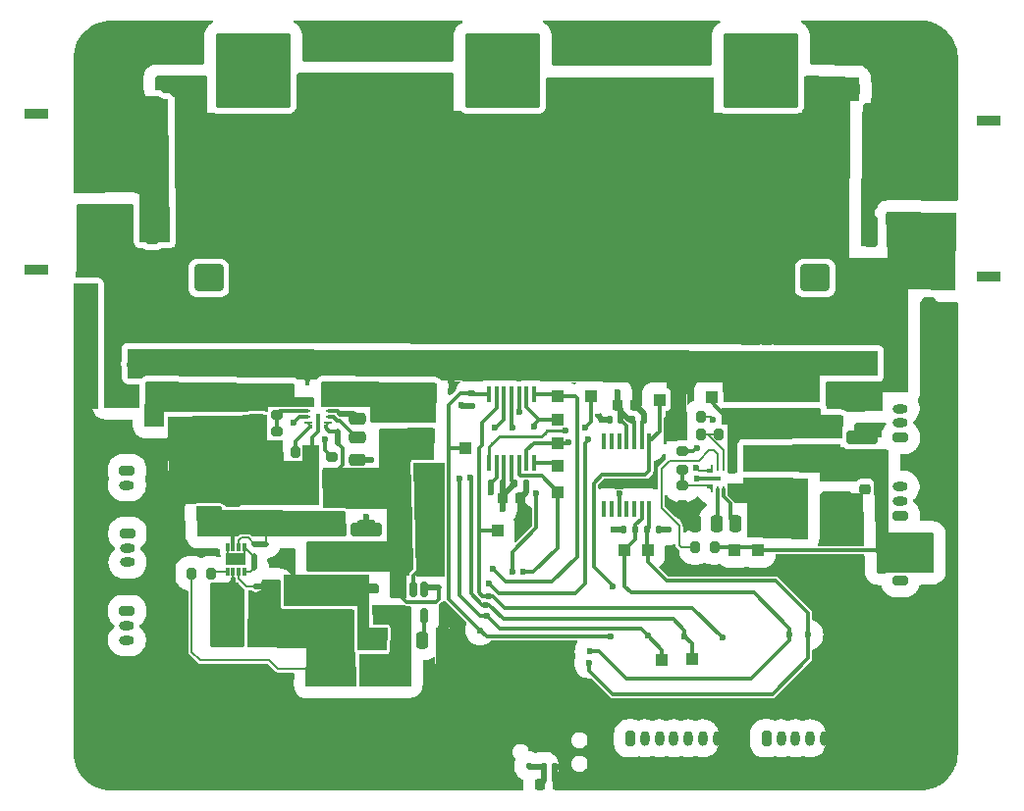
<source format=gbr>
%TF.GenerationSoftware,KiCad,Pcbnew,8.0.4*%
%TF.CreationDate,2024-12-09T12:19:11+01:00*%
%TF.ProjectId,BLDC motor controller,424c4443-206d-46f7-946f-7220636f6e74,1.1*%
%TF.SameCoordinates,Original*%
%TF.FileFunction,Copper,L6,Bot*%
%TF.FilePolarity,Positive*%
%FSLAX46Y46*%
G04 Gerber Fmt 4.6, Leading zero omitted, Abs format (unit mm)*
G04 Created by KiCad (PCBNEW 8.0.4) date 2024-12-09 12:19:11*
%MOMM*%
%LPD*%
G01*
G04 APERTURE LIST*
G04 Aperture macros list*
%AMRoundRect*
0 Rectangle with rounded corners*
0 $1 Rounding radius*
0 $2 $3 $4 $5 $6 $7 $8 $9 X,Y pos of 4 corners*
0 Add a 4 corners polygon primitive as box body*
4,1,4,$2,$3,$4,$5,$6,$7,$8,$9,$2,$3,0*
0 Add four circle primitives for the rounded corners*
1,1,$1+$1,$2,$3*
1,1,$1+$1,$4,$5*
1,1,$1+$1,$6,$7*
1,1,$1+$1,$8,$9*
0 Add four rect primitives between the rounded corners*
20,1,$1+$1,$2,$3,$4,$5,0*
20,1,$1+$1,$4,$5,$6,$7,0*
20,1,$1+$1,$6,$7,$8,$9,0*
20,1,$1+$1,$8,$9,$2,$3,0*%
%AMFreePoly0*
4,1,11,1.015000,1.170000,0.435000,0.575000,0.435000,-0.575000,1.015000,-1.170000,1.015000,-1.945000,0.125000,-1.945000,-0.435000,-1.395000,-0.435000,1.395000,0.125000,1.945000,1.015000,1.945000,1.015000,1.170000,1.015000,1.170000,$1*%
%AMFreePoly1*
4,1,11,0.435000,1.395000,0.435000,-1.395000,-0.125000,-1.945000,-1.015000,-1.945000,-1.015000,-1.170000,-0.435000,-0.575000,-0.435000,0.575000,-1.015000,1.170000,-1.015000,1.945000,-0.125000,1.945000,0.435000,1.395000,0.435000,1.395000,$1*%
%AMFreePoly2*
4,1,11,0.750000,0.885000,0.300000,0.440500,0.300000,-0.440500,0.750000,-0.885000,0.750000,-1.850000,0.225000,-1.850000,-0.300000,-1.325000,-0.300000,1.325000,0.225000,1.850000,0.750000,1.850000,0.750000,0.885000,0.750000,0.885000,$1*%
G04 Aperture macros list end*
%TA.AperFunction,EtchedComponent*%
%ADD10C,0.000000*%
%TD*%
%TA.AperFunction,ComponentPad*%
%ADD11C,0.800000*%
%TD*%
%TA.AperFunction,ComponentPad*%
%ADD12C,6.000000*%
%TD*%
%TA.AperFunction,ComponentPad*%
%ADD13RoundRect,0.200000X-0.200000X-0.450000X0.200000X-0.450000X0.200000X0.450000X-0.200000X0.450000X0*%
%TD*%
%TA.AperFunction,ComponentPad*%
%ADD14O,0.800000X1.300000*%
%TD*%
%TA.AperFunction,ComponentPad*%
%ADD15RoundRect,0.200000X-0.450000X0.200000X-0.450000X-0.200000X0.450000X-0.200000X0.450000X0.200000X0*%
%TD*%
%TA.AperFunction,ComponentPad*%
%ADD16O,1.300000X0.800000*%
%TD*%
%TA.AperFunction,ComponentPad*%
%ADD17C,0.550000*%
%TD*%
%TA.AperFunction,ComponentPad*%
%ADD18C,2.000000*%
%TD*%
%TA.AperFunction,ComponentPad*%
%ADD19RoundRect,0.325000X-2.925000X-2.925000X2.925000X-2.925000X2.925000X2.925000X-2.925000X2.925000X0*%
%TD*%
%TA.AperFunction,ComponentPad*%
%ADD20RoundRect,0.200000X0.450000X-0.200000X0.450000X0.200000X-0.450000X0.200000X-0.450000X-0.200000X0*%
%TD*%
%TA.AperFunction,SMDPad,CuDef*%
%ADD21RoundRect,0.250000X-1.100000X0.325000X-1.100000X-0.325000X1.100000X-0.325000X1.100000X0.325000X0*%
%TD*%
%TA.AperFunction,SMDPad,CuDef*%
%ADD22R,1.000000X1.000000*%
%TD*%
%TA.AperFunction,SMDPad,CuDef*%
%ADD23RoundRect,0.250000X0.325000X1.100000X-0.325000X1.100000X-0.325000X-1.100000X0.325000X-1.100000X0*%
%TD*%
%TA.AperFunction,SMDPad,CuDef*%
%ADD24RoundRect,0.135000X0.135000X0.185000X-0.135000X0.185000X-0.135000X-0.185000X0.135000X-0.185000X0*%
%TD*%
%TA.AperFunction,SMDPad,CuDef*%
%ADD25RoundRect,0.140000X0.140000X0.170000X-0.140000X0.170000X-0.140000X-0.170000X0.140000X-0.170000X0*%
%TD*%
%TA.AperFunction,SMDPad,CuDef*%
%ADD26RoundRect,0.250000X0.475000X-0.250000X0.475000X0.250000X-0.475000X0.250000X-0.475000X-0.250000X0*%
%TD*%
%TA.AperFunction,SMDPad,CuDef*%
%ADD27RoundRect,0.135000X0.185000X-0.135000X0.185000X0.135000X-0.185000X0.135000X-0.185000X-0.135000X0*%
%TD*%
%TA.AperFunction,SMDPad,CuDef*%
%ADD28RoundRect,0.140000X-0.140000X-0.170000X0.140000X-0.170000X0.140000X0.170000X-0.140000X0.170000X0*%
%TD*%
%TA.AperFunction,SMDPad,CuDef*%
%ADD29RoundRect,0.250000X-0.325000X-1.100000X0.325000X-1.100000X0.325000X1.100000X-0.325000X1.100000X0*%
%TD*%
%TA.AperFunction,SMDPad,CuDef*%
%ADD30C,0.500000*%
%TD*%
%TA.AperFunction,SMDPad,CuDef*%
%ADD31R,0.450000X1.475000*%
%TD*%
%TA.AperFunction,SMDPad,CuDef*%
%ADD32RoundRect,0.218750X-0.381250X0.218750X-0.381250X-0.218750X0.381250X-0.218750X0.381250X0.218750X0*%
%TD*%
%TA.AperFunction,SMDPad,CuDef*%
%ADD33FreePoly0,90.000000*%
%TD*%
%TA.AperFunction,SMDPad,CuDef*%
%ADD34FreePoly1,90.000000*%
%TD*%
%TA.AperFunction,SMDPad,CuDef*%
%ADD35RoundRect,0.200000X-0.275000X0.200000X-0.275000X-0.200000X0.275000X-0.200000X0.275000X0.200000X0*%
%TD*%
%TA.AperFunction,SMDPad,CuDef*%
%ADD36RoundRect,0.250000X1.100000X-0.325000X1.100000X0.325000X-1.100000X0.325000X-1.100000X-0.325000X0*%
%TD*%
%TA.AperFunction,SMDPad,CuDef*%
%ADD37RoundRect,0.250000X-0.250000X-0.475000X0.250000X-0.475000X0.250000X0.475000X-0.250000X0.475000X0*%
%TD*%
%TA.AperFunction,SMDPad,CuDef*%
%ADD38R,0.225000X0.750000*%
%TD*%
%TA.AperFunction,SMDPad,CuDef*%
%ADD39R,0.350000X0.400000*%
%TD*%
%TA.AperFunction,SMDPad,CuDef*%
%ADD40R,0.250000X0.600000*%
%TD*%
%TA.AperFunction,SMDPad,CuDef*%
%ADD41R,1.300000X0.350000*%
%TD*%
%TA.AperFunction,ComponentPad*%
%ADD42R,2.000000X0.900000*%
%TD*%
%TA.AperFunction,ComponentPad*%
%ADD43RoundRect,1.025000X-1.025000X1.025000X-1.025000X-1.025000X1.025000X-1.025000X1.025000X1.025000X0*%
%TD*%
%TA.AperFunction,ComponentPad*%
%ADD44C,4.100000*%
%TD*%
%TA.AperFunction,SMDPad,CuDef*%
%ADD45RoundRect,0.150000X-0.150000X0.512500X-0.150000X-0.512500X0.150000X-0.512500X0.150000X0.512500X0*%
%TD*%
%TA.AperFunction,SMDPad,CuDef*%
%ADD46RoundRect,0.200000X0.200000X0.275000X-0.200000X0.275000X-0.200000X-0.275000X0.200000X-0.275000X0*%
%TD*%
%TA.AperFunction,SMDPad,CuDef*%
%ADD47RoundRect,0.200000X-0.200000X-0.275000X0.200000X-0.275000X0.200000X0.275000X-0.200000X0.275000X0*%
%TD*%
%TA.AperFunction,SMDPad,CuDef*%
%ADD48RoundRect,0.250000X0.250000X0.475000X-0.250000X0.475000X-0.250000X-0.475000X0.250000X-0.475000X0*%
%TD*%
%TA.AperFunction,SMDPad,CuDef*%
%ADD49RoundRect,0.135000X-0.135000X-0.185000X0.135000X-0.185000X0.135000X0.185000X-0.135000X0.185000X0*%
%TD*%
%TA.AperFunction,SMDPad,CuDef*%
%ADD50FreePoly0,270.000000*%
%TD*%
%TA.AperFunction,SMDPad,CuDef*%
%ADD51FreePoly1,270.000000*%
%TD*%
%TA.AperFunction,SMDPad,CuDef*%
%ADD52R,0.750000X0.225000*%
%TD*%
%TA.AperFunction,SMDPad,CuDef*%
%ADD53R,0.400000X0.350000*%
%TD*%
%TA.AperFunction,SMDPad,CuDef*%
%ADD54R,0.600000X0.250000*%
%TD*%
%TA.AperFunction,SMDPad,CuDef*%
%ADD55R,0.350000X1.300000*%
%TD*%
%TA.AperFunction,SMDPad,CuDef*%
%ADD56FreePoly2,0.000000*%
%TD*%
%TA.AperFunction,SMDPad,CuDef*%
%ADD57FreePoly2,180.000000*%
%TD*%
%TA.AperFunction,SMDPad,CuDef*%
%ADD58RoundRect,0.200000X0.275000X-0.200000X0.275000X0.200000X-0.275000X0.200000X-0.275000X-0.200000X0*%
%TD*%
%TA.AperFunction,SMDPad,CuDef*%
%ADD59RoundRect,0.225000X-0.225000X-0.250000X0.225000X-0.250000X0.225000X0.250000X-0.225000X0.250000X0*%
%TD*%
%TA.AperFunction,SMDPad,CuDef*%
%ADD60RoundRect,0.218750X-0.218750X-0.381250X0.218750X-0.381250X0.218750X0.381250X-0.218750X0.381250X0*%
%TD*%
%TA.AperFunction,SMDPad,CuDef*%
%ADD61RoundRect,0.225000X-0.250000X0.225000X-0.250000X-0.225000X0.250000X-0.225000X0.250000X0.225000X0*%
%TD*%
%TA.AperFunction,SMDPad,CuDef*%
%ADD62RoundRect,0.250000X1.000000X0.900000X-1.000000X0.900000X-1.000000X-0.900000X1.000000X-0.900000X0*%
%TD*%
%TA.AperFunction,ComponentPad*%
%ADD63RoundRect,1.025000X1.025000X-1.025000X1.025000X1.025000X-1.025000X1.025000X-1.025000X-1.025000X0*%
%TD*%
%TA.AperFunction,SMDPad,CuDef*%
%ADD64R,0.300000X0.700000*%
%TD*%
%TA.AperFunction,SMDPad,CuDef*%
%ADD65R,1.700000X1.000000*%
%TD*%
%TA.AperFunction,SMDPad,CuDef*%
%ADD66RoundRect,0.250000X-0.475000X0.250000X-0.475000X-0.250000X0.475000X-0.250000X0.475000X0.250000X0*%
%TD*%
%TA.AperFunction,SMDPad,CuDef*%
%ADD67RoundRect,0.250000X-1.000000X-0.900000X1.000000X-0.900000X1.000000X0.900000X-1.000000X0.900000X0*%
%TD*%
%TA.AperFunction,ViaPad*%
%ADD68C,0.550000*%
%TD*%
%TA.AperFunction,ViaPad*%
%ADD69C,0.600000*%
%TD*%
%TA.AperFunction,Conductor*%
%ADD70C,0.300000*%
%TD*%
%TA.AperFunction,Conductor*%
%ADD71C,0.500000*%
%TD*%
%TA.AperFunction,Conductor*%
%ADD72C,0.200000*%
%TD*%
%TA.AperFunction,Conductor*%
%ADD73C,0.250000*%
%TD*%
G04 APERTURE END LIST*
D10*
%TA.AperFunction,EtchedComponent*%
%TO.C,NT601*%
G36*
X117000000Y-104250000D02*
G01*
X116500000Y-104250000D01*
X116500000Y-103250000D01*
X117000000Y-103250000D01*
X117000000Y-104250000D01*
G37*
%TD.AperFunction*%
%TA.AperFunction,EtchedComponent*%
%TO.C,NT604*%
G36*
X109850000Y-115000000D02*
G01*
X109350000Y-115000000D01*
X109350000Y-114000000D01*
X109850000Y-114000000D01*
X109850000Y-115000000D01*
G37*
%TD.AperFunction*%
%TA.AperFunction,EtchedComponent*%
%TO.C,NT603*%
G36*
X110700000Y-116850000D02*
G01*
X109700000Y-116850000D01*
X109700000Y-116350000D01*
X110700000Y-116350000D01*
X110700000Y-116850000D01*
G37*
%TD.AperFunction*%
%TA.AperFunction,EtchedComponent*%
%TO.C,NT701*%
G36*
X125500000Y-117000000D02*
G01*
X124500000Y-117000000D01*
X124500000Y-116500000D01*
X125500000Y-116500000D01*
X125500000Y-117000000D01*
G37*
%TD.AperFunction*%
%TA.AperFunction,EtchedComponent*%
%TO.C,NT602*%
G36*
X110600000Y-113200000D02*
G01*
X109600000Y-113200000D01*
X109600000Y-112700000D01*
X110600000Y-112700000D01*
X110600000Y-113200000D01*
G37*
%TD.AperFunction*%
%TD*%
D11*
%TO.P,H2303,1,1*%
%TO.N,GND*%
X164750000Y-71250000D03*
X165409010Y-69659010D03*
X165409010Y-72840990D03*
X167000000Y-69000000D03*
D12*
X167000000Y-71250000D03*
D11*
X167000000Y-73500000D03*
X168590990Y-69659010D03*
X168590990Y-72840990D03*
X169250000Y-71250000D03*
%TD*%
D13*
%TO.P,J2202,1,Pin_1*%
%TO.N,+3V3*%
X153750000Y-129750000D03*
D14*
%TO.P,J2202,2,Pin_2*%
%TO.N,+5V*%
X155000000Y-129750000D03*
%TO.P,J2202,3,Pin_3*%
%TO.N,/Project Architecture/Interface - Interconnects/AUXP_2_SCL*%
X156250000Y-129750000D03*
%TO.P,J2202,4,Pin_4*%
%TO.N,/Project Architecture/Interface - Interconnects/AUXP_2_SDA*%
X157500000Y-129750000D03*
%TO.P,J2202,5,Pin_5*%
%TO.N,GND*%
X158750000Y-129750000D03*
%TD*%
D11*
%TO.P,H2304,1,1*%
%TO.N,GND*%
X164750000Y-131000000D03*
X165409010Y-129409010D03*
X165409010Y-132590990D03*
X167000000Y-128750000D03*
D12*
X167000000Y-131000000D03*
D11*
X167000000Y-133250000D03*
X168590990Y-129409010D03*
X168590990Y-132590990D03*
X169250000Y-131000000D03*
%TD*%
D15*
%TO.P,J2004,1,Pin_1*%
%TO.N,/Project Architecture/Interface - FD-CAN/FDCAN_P*%
X98600000Y-118750000D03*
D16*
%TO.P,J2004,2,Pin_2*%
%TO.N,GND*%
X98600000Y-120000000D03*
%TO.P,J2004,3,Pin_3*%
%TO.N,/Project Architecture/Interface - FD-CAN/FDCAN_N*%
X98600000Y-121250000D03*
%TD*%
D17*
%TO.P,J1301,1,Pin_1*%
%TO.N,/Project Architecture/Motor Control - Inverter - Phase C/PHASE_C*%
X106550000Y-69140000D03*
X106550000Y-71070000D03*
X106550000Y-71580000D03*
X106550000Y-72090000D03*
X106550000Y-72600000D03*
X106550000Y-73110000D03*
X106550000Y-75040000D03*
X107000000Y-71325000D03*
X107000000Y-71835000D03*
X107000000Y-72345000D03*
X107000000Y-72855000D03*
D18*
X107350000Y-69940000D03*
X107350000Y-74240000D03*
D17*
X107450000Y-71070000D03*
X107450000Y-71580000D03*
X107450000Y-72090000D03*
X107450000Y-72600000D03*
X107450000Y-73110000D03*
X108480000Y-69140000D03*
X108480000Y-70040000D03*
X108480000Y-74140000D03*
X108480000Y-75040000D03*
X108735000Y-69590000D03*
X108735000Y-74590000D03*
X108990000Y-69140000D03*
X108990000Y-70040000D03*
X108990000Y-74140000D03*
X108990000Y-75040000D03*
X109245000Y-69590000D03*
X109245000Y-74590000D03*
X109500000Y-69140000D03*
X109500000Y-70040000D03*
D19*
X109500000Y-72090000D03*
D17*
X109500000Y-74140000D03*
X109500000Y-75040000D03*
X109755000Y-69590000D03*
X109755000Y-74590000D03*
X110010000Y-69140000D03*
X110010000Y-70040000D03*
X110010000Y-74140000D03*
X110010000Y-75040000D03*
X110265000Y-69590000D03*
X110265000Y-74590000D03*
X110520000Y-69140000D03*
X110520000Y-70040000D03*
X110520000Y-74140000D03*
X110520000Y-75040000D03*
X111550000Y-71070000D03*
X111550000Y-71580000D03*
X111550000Y-72090000D03*
X111550000Y-72600000D03*
X111550000Y-73110000D03*
D18*
X111650000Y-69940000D03*
X111650000Y-74240000D03*
D17*
X112000000Y-71325000D03*
X112000000Y-71835000D03*
X112000000Y-72345000D03*
X112000000Y-72855000D03*
X112450000Y-69140000D03*
X112450000Y-71070000D03*
X112450000Y-71580000D03*
X112450000Y-72090000D03*
X112450000Y-72600000D03*
X112450000Y-73110000D03*
X112450000Y-75040000D03*
%TD*%
D20*
%TO.P,J2008,1,Pin_1*%
%TO.N,/Project Architecture/Interface - Interconnects/RS485_P*%
X165300000Y-110525000D03*
D16*
%TO.P,J2008,2,Pin_2*%
%TO.N,GND*%
X165300000Y-109275000D03*
%TO.P,J2008,3,Pin_3*%
%TO.N,/Project Architecture/Interface - Interconnects/RS485_N*%
X165300000Y-108025000D03*
%TD*%
D17*
%TO.P,J1101,1,Pin_1*%
%TO.N,/Project Architecture/Motor Control - Inverter - Phase A/PHASE_A*%
X150300000Y-69130000D03*
X150300000Y-71060000D03*
X150300000Y-71570000D03*
X150300000Y-72080000D03*
X150300000Y-72590000D03*
X150300000Y-73100000D03*
X150300000Y-75030000D03*
X150750000Y-71315000D03*
X150750000Y-71825000D03*
X150750000Y-72335000D03*
X150750000Y-72845000D03*
D18*
X151100000Y-69930000D03*
X151100000Y-74230000D03*
D17*
X151200000Y-71060000D03*
X151200000Y-71570000D03*
X151200000Y-72080000D03*
X151200000Y-72590000D03*
X151200000Y-73100000D03*
X152230000Y-69130000D03*
X152230000Y-70030000D03*
X152230000Y-74130000D03*
X152230000Y-75030000D03*
X152485000Y-69580000D03*
X152485000Y-74580000D03*
X152740000Y-69130000D03*
X152740000Y-70030000D03*
X152740000Y-74130000D03*
X152740000Y-75030000D03*
X152995000Y-69580000D03*
X152995000Y-74580000D03*
X153250000Y-69130000D03*
X153250000Y-70030000D03*
D19*
X153250000Y-72080000D03*
D17*
X153250000Y-74130000D03*
X153250000Y-75030000D03*
X153505000Y-69580000D03*
X153505000Y-74580000D03*
X153760000Y-69130000D03*
X153760000Y-70030000D03*
X153760000Y-74130000D03*
X153760000Y-75030000D03*
X154015000Y-69580000D03*
X154015000Y-74580000D03*
X154270000Y-69130000D03*
X154270000Y-70030000D03*
X154270000Y-74130000D03*
X154270000Y-75030000D03*
X155300000Y-71060000D03*
X155300000Y-71570000D03*
X155300000Y-72080000D03*
X155300000Y-72590000D03*
X155300000Y-73100000D03*
D18*
X155400000Y-69930000D03*
X155400000Y-74230000D03*
D17*
X155750000Y-71315000D03*
X155750000Y-71825000D03*
X155750000Y-72335000D03*
X155750000Y-72845000D03*
X156200000Y-69130000D03*
X156200000Y-71060000D03*
X156200000Y-71570000D03*
X156200000Y-72080000D03*
X156200000Y-72590000D03*
X156200000Y-73100000D03*
X156200000Y-75030000D03*
%TD*%
%TO.P,J1201,1,Pin_1*%
%TO.N,/Project Architecture/Motor Control - Inverter - Phase B/PHASE_B*%
X128050000Y-69150000D03*
X128050000Y-71080000D03*
X128050000Y-71590000D03*
X128050000Y-72100000D03*
X128050000Y-72610000D03*
X128050000Y-73120000D03*
X128050000Y-75050000D03*
X128500000Y-71335000D03*
X128500000Y-71845000D03*
X128500000Y-72355000D03*
X128500000Y-72865000D03*
D18*
X128850000Y-69950000D03*
X128850000Y-74250000D03*
D17*
X128950000Y-71080000D03*
X128950000Y-71590000D03*
X128950000Y-72100000D03*
X128950000Y-72610000D03*
X128950000Y-73120000D03*
X129980000Y-69150000D03*
X129980000Y-70050000D03*
X129980000Y-74150000D03*
X129980000Y-75050000D03*
X130235000Y-69600000D03*
X130235000Y-74600000D03*
X130490000Y-69150000D03*
X130490000Y-70050000D03*
X130490000Y-74150000D03*
X130490000Y-75050000D03*
X130745000Y-69600000D03*
X130745000Y-74600000D03*
X131000000Y-69150000D03*
X131000000Y-70050000D03*
D19*
X131000000Y-72100000D03*
D17*
X131000000Y-74150000D03*
X131000000Y-75050000D03*
X131255000Y-69600000D03*
X131255000Y-74600000D03*
X131510000Y-69150000D03*
X131510000Y-70050000D03*
X131510000Y-74150000D03*
X131510000Y-75050000D03*
X131765000Y-69600000D03*
X131765000Y-74600000D03*
X132020000Y-69150000D03*
X132020000Y-70050000D03*
X132020000Y-74150000D03*
X132020000Y-75050000D03*
X133050000Y-71080000D03*
X133050000Y-71590000D03*
X133050000Y-72100000D03*
X133050000Y-72610000D03*
X133050000Y-73120000D03*
D18*
X133150000Y-69950000D03*
X133150000Y-74250000D03*
D17*
X133500000Y-71335000D03*
X133500000Y-71845000D03*
X133500000Y-72355000D03*
X133500000Y-72865000D03*
X133950000Y-69150000D03*
X133950000Y-71080000D03*
X133950000Y-71590000D03*
X133950000Y-72100000D03*
X133950000Y-72610000D03*
X133950000Y-73120000D03*
X133950000Y-75050000D03*
%TD*%
D20*
%TO.P,J2012,1,Pin_1*%
%TO.N,/Project Architecture/Interface - Fan Control/FAN_CONTROL_PWM*%
X165300000Y-116125000D03*
D16*
%TO.P,J2012,2,Pin_2*%
%TO.N,+12V*%
X165300000Y-114875000D03*
%TD*%
D11*
%TO.P,H2301,1,1*%
%TO.N,GND*%
X95000000Y-71000000D03*
X95659010Y-69409010D03*
X95659010Y-72590990D03*
X97250000Y-68750000D03*
D12*
X97250000Y-71000000D03*
D11*
X97250000Y-73250000D03*
X98840990Y-69409010D03*
X98840990Y-72590990D03*
X99500000Y-71000000D03*
%TD*%
D15*
%TO.P,J2011,1,Pin_1*%
%TO.N,/Project Architecture/Interface - Interconnects/TEMP_MOT_L*%
X98600000Y-106625000D03*
D16*
%TO.P,J2011,2,Pin_2*%
%TO.N,/Project Architecture/Interface - Interconnects/TEMP_MOT_H*%
X98600000Y-107875000D03*
%TD*%
D20*
%TO.P,J2009,1,Pin_1*%
%TO.N,/Project Architecture/Interface - Interconnects/RS485_N*%
X165300000Y-103775000D03*
D16*
%TO.P,J2009,2,Pin_2*%
%TO.N,GND*%
X165300000Y-102525000D03*
%TO.P,J2009,3,Pin_3*%
%TO.N,/Project Architecture/Interface - Interconnects/RS485_P*%
X165300000Y-101275000D03*
%TD*%
D15*
%TO.P,J2005,1,Pin_1*%
%TO.N,/Project Architecture/Interface - FD-CAN/FDCAN_N*%
X98650000Y-112050000D03*
D16*
%TO.P,J2005,2,Pin_2*%
%TO.N,GND*%
X98650000Y-113300000D03*
%TO.P,J2005,3,Pin_3*%
%TO.N,/Project Architecture/Interface - FD-CAN/FDCAN_P*%
X98650000Y-114550000D03*
%TD*%
D13*
%TO.P,J2001,1,Pin_1*%
%TO.N,+3V3*%
X142000000Y-129750000D03*
D14*
%TO.P,J2001,2,Pin_2*%
%TO.N,+5V*%
X143250000Y-129750000D03*
%TO.P,J2001,3,Pin_3*%
%TO.N,/Project Architecture/Interface - Interconnects/AUXP_1_CS*%
X144500000Y-129750000D03*
%TO.P,J2001,4,Pin_4*%
%TO.N,/Project Architecture/Interface - Interconnects/AUXP_1_MISO*%
X145750000Y-129750000D03*
%TO.P,J2001,5,Pin_5*%
%TO.N,/Project Architecture/Interface - Interconnects/AUXP_1_MOSI*%
X147000000Y-129750000D03*
%TO.P,J2001,6,Pin_6*%
%TO.N,/Project Architecture/Interface - Interconnects/AUXP_1_SCK*%
X148250000Y-129750000D03*
%TO.P,J2001,7,Pin_7*%
%TO.N,GND*%
X149500000Y-129750000D03*
%TD*%
D11*
%TO.P,H2302,1,1*%
%TO.N,GND*%
X95000000Y-130900000D03*
X95659010Y-129309010D03*
X95659010Y-132490990D03*
X97250000Y-128650000D03*
D12*
X97250000Y-130900000D03*
D11*
X97250000Y-133150000D03*
X98840990Y-129309010D03*
X98840990Y-132490990D03*
X99500000Y-130900000D03*
%TD*%
D21*
%TO.P,C503,1*%
%TO.N,+VBAT_SAFE*%
X100000000Y-94750000D03*
%TO.P,C503,2*%
%TO.N,GND*%
X100000000Y-97700000D03*
%TD*%
%TO.P,C522,1*%
%TO.N,+VBAT_SAFE*%
X161750000Y-94750000D03*
%TO.P,C522,2*%
%TO.N,GND*%
X161750000Y-97700000D03*
%TD*%
D22*
%TO.P,TP703,1,1*%
%TO.N,GND*%
X126050000Y-123350000D03*
%TD*%
D23*
%TO.P,C538,1*%
%TO.N,+VBAT_SAFE*%
X103725000Y-85750000D03*
%TO.P,C538,2*%
%TO.N,GND*%
X100775000Y-85750000D03*
%TD*%
D22*
%TO.P,TP610,1,1*%
%TO.N,+5V*%
X115000000Y-114500000D03*
%TD*%
D23*
%TO.P,C501,1*%
%TO.N,+VBAT_SAFE*%
X97550000Y-92750000D03*
%TO.P,C501,2*%
%TO.N,GND*%
X94600000Y-92750000D03*
%TD*%
D22*
%TO.P,TP608,1,1*%
%TO.N,+12V*%
X153000000Y-113500000D03*
%TD*%
D24*
%TO.P,R1602,1*%
%TO.N,+3V3*%
X144440000Y-111750000D03*
%TO.P,R1602,2*%
%TO.N,/Project Architecture/Interface - Interconnects/AUX_2_SDA*%
X143420000Y-111750000D03*
%TD*%
D21*
%TO.P,C609,1*%
%TO.N,+VBAT_SAFE*%
X162000000Y-100775000D03*
%TO.P,C609,2*%
%TO.N,GND*%
X162000000Y-103725000D03*
%TD*%
D25*
%TO.P,C1606,1*%
%TO.N,+3V3*%
X141180000Y-102250000D03*
%TO.P,C1606,2*%
%TO.N,GND*%
X140220000Y-102250000D03*
%TD*%
D26*
%TO.P,C620,1*%
%TO.N,+VBAT_FILT_3V3_IN*%
X107750000Y-111200000D03*
%TO.P,C620,2*%
%TO.N,GND*%
X107750000Y-109300000D03*
%TD*%
D21*
%TO.P,C521,1*%
%TO.N,+VBAT_SAFE*%
X158500000Y-94750000D03*
%TO.P,C521,2*%
%TO.N,GND*%
X158500000Y-97700000D03*
%TD*%
D27*
%TO.P,R1601,1*%
%TO.N,+3V3*%
X128250000Y-101010000D03*
%TO.P,R1601,2*%
%TO.N,/Project Architecture/Interface - Interconnects/AUX_1_CS*%
X128250000Y-99990000D03*
%TD*%
D28*
%TO.P,C1605,1*%
%TO.N,+3V3*%
X142200000Y-102250000D03*
%TO.P,C1605,2*%
%TO.N,GND*%
X143160000Y-102250000D03*
%TD*%
D29*
%TO.P,C523,1*%
%TO.N,+VBAT_SAFE*%
X164775000Y-93000000D03*
%TO.P,C523,2*%
%TO.N,GND*%
X167725000Y-93000000D03*
%TD*%
D30*
%TO.P,NT601,1,1*%
%TO.N,/Project Architecture/Power Generation - Buck Converter/BUCK_5V_FB*%
X116750000Y-103250000D03*
%TO.P,NT601,2,2*%
%TO.N,+5V*%
X116750000Y-104250000D03*
%TD*%
D31*
%TO.P,U1601,1,CS*%
%TO.N,/Project Architecture/Interface - Interconnects/AUX_1_CS*%
X129800000Y-100062000D03*
%TO.P,U1601,2,CLK*%
%TO.N,/Project Architecture/Interface - Interconnects/AUX_1_SCK*%
X130450000Y-100062000D03*
%TO.P,U1601,3,MISO*%
%TO.N,/Project Architecture/Interface - Interconnects/AUX_1_MISO*%
X131100000Y-100062000D03*
%TO.P,U1601,4,MOSI*%
%TO.N,/Project Architecture/Interface - Interconnects/AUX_1_MOSI*%
X131750000Y-100062000D03*
%TO.P,U1601,5,TEST*%
%TO.N,GND*%
X132400000Y-100062000D03*
%TO.P,U1601,6,B*%
%TO.N,/Project Architecture/Interface - Interconnects/AUX_1_B*%
X133050000Y-100062000D03*
%TO.P,U1601,7,A*%
%TO.N,/Project Architecture/Interface - Interconnects/AUX_1_A*%
X133700000Y-100062000D03*
%TO.P,U1601,8,W/PWM*%
%TO.N,/Project Architecture/Interface - Interconnects/AUX_1_W*%
X133700000Y-105938000D03*
%TO.P,U1601,9,V*%
%TO.N,/Project Architecture/Interface - Interconnects/AUX_1_V*%
X133050000Y-105938000D03*
%TO.P,U1601,10,U*%
%TO.N,/Project Architecture/Interface - Interconnects/AUX_1_U*%
X132400000Y-105938000D03*
%TO.P,U1601,11,VDDIO*%
%TO.N,+3V3*%
X131750000Y-105938000D03*
%TO.P,U1601,12,VDD*%
X131100000Y-105938000D03*
%TO.P,U1601,13,GND*%
%TO.N,GND*%
X130450000Y-105938000D03*
%TO.P,U1601,14,I/PWM*%
%TO.N,/Project Architecture/Interface - Interconnects/AUX_1_I*%
X129800000Y-105938000D03*
%TD*%
D29*
%TO.P,C539,1*%
%TO.N,+VBAT_SAFE*%
X159750000Y-79500000D03*
%TO.P,C539,2*%
%TO.N,GND*%
X162700000Y-79500000D03*
%TD*%
D22*
%TO.P,TP912,1,1*%
%TO.N,/Project Architecture/Interface - Interconnects/AUX_2_SCL*%
X141500000Y-113500000D03*
%TD*%
D32*
%TO.P,F603,1*%
%TO.N,+5V*%
X116500000Y-108687500D03*
%TO.P,F603,2*%
%TO.N,+VBAT_FILT_3V3_IN*%
X116500000Y-110812500D03*
%TD*%
D23*
%TO.P,C542,1*%
%TO.N,+VBAT_SAFE*%
X103700000Y-76000000D03*
%TO.P,C542,2*%
%TO.N,GND*%
X100750000Y-76000000D03*
%TD*%
D33*
%TO.P,L602,1*%
%TO.N,/Project Architecture/Power Generation - Buck Converter/BUCK_12V_SW*%
X155000000Y-108740000D03*
D34*
%TO.P,L602,2*%
%TO.N,+12V*%
X155000000Y-105210000D03*
%TD*%
D35*
%TO.P,R601,1*%
%TO.N,+VBAT_FILT_5V_IN*%
X111500000Y-100175000D03*
%TO.P,R601,2*%
%TO.N,/Project Architecture/Power Generation - Buck Converter/BUCK_5V_ENABLE*%
X111500000Y-101825000D03*
%TD*%
D29*
%TO.P,C524,1*%
%TO.N,+VBAT_SAFE*%
X164775000Y-96500000D03*
%TO.P,C524,2*%
%TO.N,GND*%
X167725000Y-96500000D03*
%TD*%
D36*
%TO.P,C537,1*%
%TO.N,+VBAT_SAFE*%
X103000000Y-73475000D03*
%TO.P,C537,2*%
%TO.N,GND*%
X103000000Y-70525000D03*
%TD*%
%TO.P,C534,1*%
%TO.N,+VBAT_SAFE*%
X160500000Y-73725000D03*
%TO.P,C534,2*%
%TO.N,GND*%
X160500000Y-70775000D03*
%TD*%
D37*
%TO.P,C614,1*%
%TO.N,/Project Architecture/Power Generation - Buck Converter/BUCK_12V_BOOT*%
X151100000Y-111250000D03*
%TO.P,C614,2*%
%TO.N,/Project Architecture/Power Generation - Buck Converter/BUCK_12V_SW*%
X153000000Y-111250000D03*
%TD*%
D22*
%TO.P,TP611,1,1*%
%TO.N,+3V3*%
X115000000Y-123750000D03*
%TD*%
%TO.P,TP911,1,1*%
%TO.N,/Project Architecture/Interface - Interconnects/AUX_2_PWM*%
X144500000Y-100500000D03*
%TD*%
D21*
%TO.P,C615,1*%
%TO.N,+12V*%
X159750000Y-106050000D03*
%TO.P,C615,2*%
%TO.N,GND*%
X159750000Y-109000000D03*
%TD*%
%TO.P,C518,1*%
%TO.N,+VBAT_SAFE*%
X148750000Y-94750000D03*
%TO.P,C518,2*%
%TO.N,GND*%
X148750000Y-97700000D03*
%TD*%
D38*
%TO.P,U602,1,SYNC/MODE*%
%TO.N,/Project Architecture/Power Generation - Buck Converter/BUCK_12V_MODE*%
X149024000Y-106500000D03*
D39*
X148736000Y-106675000D03*
D40*
%TO.P,U602,2,PGOOD*%
%TO.N,/Project Architecture/Power Generation - Buck Converter/BUCK_12V_PG*%
X149512000Y-106425000D03*
%TO.P,U602,3,EN/UVLO*%
%TO.N,/Project Architecture/Power Generation - Buck Converter/BUCK_12V_ENABLE*%
X150012000Y-106425000D03*
D38*
%TO.P,U602,4,VIN*%
%TO.N,+VBAT_FILT_12V_IN*%
X150500000Y-106500000D03*
D39*
X150788000Y-106675000D03*
%TO.P,U602,5,SW*%
%TO.N,/Project Architecture/Power Generation - Buck Converter/BUCK_12V_SW*%
X150788000Y-107975000D03*
D38*
X150500000Y-108150000D03*
D40*
%TO.P,U602,6,BOOT*%
%TO.N,/Project Architecture/Power Generation - Buck Converter/BUCK_12V_BOOT*%
X150012000Y-108225000D03*
%TO.P,U602,7,VCC*%
%TO.N,/Project Architecture/Power Generation - Buck Converter/BUCK_12V_VCC*%
X149512000Y-108225000D03*
D39*
%TO.P,U602,8,FB*%
%TO.N,/Project Architecture/Power Generation - Buck Converter/BUCK_12V_FB*%
X148736000Y-107975000D03*
D38*
X149024000Y-108150000D03*
D41*
%TO.P,U602,9,GND*%
%TO.N,GND*%
X149212000Y-107325000D03*
%TD*%
D42*
%TO.P,J402,*%
%TO.N,*%
X90750000Y-75800000D03*
X90750000Y-89300000D03*
D43*
%TO.P,J402,1,Pin_1*%
%TO.N,+VBAT_SAFE*%
X96750000Y-86150000D03*
D44*
%TO.P,J402,2,Pin_2*%
%TO.N,GND*%
X96750000Y-78950000D03*
%TD*%
D45*
%TO.P,U701,1,VIN*%
%TO.N,+5V*%
X122300000Y-116862500D03*
%TO.P,U701,2,GND*%
%TO.N,GND*%
X123250000Y-116862500D03*
%TO.P,U701,3,EN*%
%TO.N,/Project Architecture/Power Generation - LDO/LDO_EN*%
X124200000Y-116862500D03*
%TO.P,U701,4,BYPASS*%
%TO.N,/Project Architecture/Power Generation - LDO/LDO_BYPASS*%
X124200000Y-119137500D03*
%TO.P,U701,5,VOUT*%
%TO.N,+3V3A*%
X122300000Y-119137500D03*
%TD*%
D21*
%TO.P,C617,1*%
%TO.N,+5V*%
X119250000Y-108775000D03*
%TO.P,C617,2*%
%TO.N,GND*%
X119250000Y-111725000D03*
%TD*%
D46*
%TO.P,R606,1*%
%TO.N,/Project Architecture/Power Generation - Buck Converter/BUCK_12V_ENABLE*%
X148075000Y-103500000D03*
%TO.P,R606,2*%
%TO.N,GND*%
X146425000Y-103500000D03*
%TD*%
D47*
%TO.P,R603,1*%
%TO.N,/Project Architecture/Power Generation - Buck Converter/BUCK_5V_MODE*%
X113100000Y-105000000D03*
%TO.P,R603,2*%
%TO.N,GND*%
X114750000Y-105000000D03*
%TD*%
D31*
%TO.P,U1602,1,SDA*%
%TO.N,/Project Architecture/Interface - Interconnects/AUX_2_SDA*%
X143650000Y-109938000D03*
%TO.P,U1602,2,SCL*%
%TO.N,/Project Architecture/Interface - Interconnects/AUX_2_SCL*%
X143000000Y-109938000D03*
%TO.P,U1602,3,A1*%
%TO.N,unconnected-(U1602-A1-Pad3)*%
X142350000Y-109938000D03*
%TO.P,U1602,4,A2*%
%TO.N,unconnected-(U1602-A2-Pad4)*%
X141700000Y-109938000D03*
%TO.P,U1602,5,TEST*%
%TO.N,GND*%
X141050000Y-109938000D03*
%TO.P,U1602,6,TEST*%
%TO.N,unconnected-(U1602-TEST-Pad6)*%
X140400000Y-109938000D03*
%TO.P,U1602,7,TEST*%
%TO.N,unconnected-(U1602-TEST-Pad7)*%
X139750000Y-109938000D03*
%TO.P,U1602,8,TEST*%
%TO.N,unconnected-(U1602-TEST-Pad8)*%
X139750000Y-104062000D03*
%TO.P,U1602,9,TEST*%
%TO.N,unconnected-(U1602-TEST-Pad9)*%
X140400000Y-104062000D03*
%TO.P,U1602,10,TEST*%
%TO.N,unconnected-(U1602-TEST-Pad10)*%
X141050000Y-104062000D03*
%TO.P,U1602,11,VDDIO*%
%TO.N,+3V3*%
X141700000Y-104062000D03*
%TO.P,U1602,12,VDD*%
X142350000Y-104062000D03*
%TO.P,U1602,13,GND*%
%TO.N,GND*%
X143000000Y-104062000D03*
%TO.P,U1602,14,I/PWM*%
%TO.N,/Project Architecture/Interface - Interconnects/AUX_2_PWM*%
X143650000Y-104062000D03*
%TD*%
D48*
%TO.P,C613,1*%
%TO.N,/Project Architecture/Power Generation - Buck Converter/BUCK_12V_VCC*%
X149450000Y-111250000D03*
%TO.P,C613,2*%
%TO.N,GND*%
X147550000Y-111250000D03*
%TD*%
D37*
%TO.P,C703,1*%
%TO.N,/Project Architecture/Power Generation - LDO/LDO_BYPASS*%
X124050000Y-121250000D03*
%TO.P,C703,2*%
%TO.N,GND*%
X125950000Y-121250000D03*
%TD*%
D21*
%TO.P,C516,1*%
%TO.N,+VBAT_SAFE*%
X142250000Y-94750000D03*
%TO.P,C516,2*%
%TO.N,GND*%
X142250000Y-97700000D03*
%TD*%
%TO.P,C513,1*%
%TO.N,+VBAT_SAFE*%
X132500000Y-94750000D03*
%TO.P,C513,2*%
%TO.N,GND*%
X132500000Y-97700000D03*
%TD*%
D26*
%TO.P,C612,1*%
%TO.N,+VBAT_FILT_12V_IN*%
X151000000Y-101950000D03*
%TO.P,C612,2*%
%TO.N,GND*%
X151000000Y-100050000D03*
%TD*%
D22*
%TO.P,TP913,1,1*%
%TO.N,/Project Architecture/Interface - Interconnects/AUX_2_SDA*%
X143500000Y-113500000D03*
%TD*%
D32*
%TO.P,FB602,1*%
%TO.N,+VBAT_SAFE*%
X159500000Y-100687500D03*
%TO.P,FB602,2*%
%TO.N,+VBAT_FILT_12V_IN*%
X159500000Y-102812500D03*
%TD*%
D22*
%TO.P,TP613,1,1*%
%TO.N,GND*%
X104000000Y-124750000D03*
%TD*%
%TO.P,TP904,1,1*%
%TO.N,/Project Architecture/Interface - Interconnects/AUX_1_I*%
X138600000Y-100200000D03*
%TD*%
%TO.P,TP908,1,1*%
%TO.N,/Project Architecture/Interface - Interconnects/AUX_1_MISO*%
X144750000Y-122950000D03*
%TD*%
D29*
%TO.P,C535,1*%
%TO.N,+VBAT_SAFE*%
X159750000Y-76250000D03*
%TO.P,C535,2*%
%TO.N,GND*%
X162700000Y-76250000D03*
%TD*%
%TO.P,C541,1*%
%TO.N,+VBAT_SAFE*%
X159775000Y-86000000D03*
%TO.P,C541,2*%
%TO.N,GND*%
X162725000Y-86000000D03*
%TD*%
D36*
%TO.P,C611,1*%
%TO.N,+VBAT_FILT_12V_IN*%
X153750000Y-102725000D03*
%TO.P,C611,2*%
%TO.N,GND*%
X153750000Y-99775000D03*
%TD*%
D22*
%TO.P,TP701,1,1*%
%TO.N,+3V3A*%
X122150000Y-123450000D03*
%TD*%
D21*
%TO.P,C514,1*%
%TO.N,+VBAT_SAFE*%
X135750000Y-94750000D03*
%TO.P,C514,2*%
%TO.N,GND*%
X135750000Y-97700000D03*
%TD*%
D23*
%TO.P,C528,1*%
%TO.N,+VBAT_SAFE*%
X103750000Y-82500000D03*
%TO.P,C528,2*%
%TO.N,GND*%
X100800000Y-82500000D03*
%TD*%
D49*
%TO.P,R1603,1*%
%TO.N,+3V3*%
X141430000Y-111750000D03*
%TO.P,R1603,2*%
%TO.N,/Project Architecture/Interface - Interconnects/AUX_2_SCL*%
X142450000Y-111750000D03*
%TD*%
D23*
%TO.P,C502,1*%
%TO.N,+VBAT_SAFE*%
X97550000Y-96000000D03*
%TO.P,C502,2*%
%TO.N,GND*%
X94600000Y-96000000D03*
%TD*%
D22*
%TO.P,TP606,1,1*%
%TO.N,+VBAT_FILT_12V_IN*%
X149000000Y-100250000D03*
%TD*%
D21*
%TO.P,C519,1*%
%TO.N,+VBAT_SAFE*%
X152000000Y-94750000D03*
%TO.P,C519,2*%
%TO.N,GND*%
X152000000Y-97700000D03*
%TD*%
%TO.P,C509,1*%
%TO.N,+VBAT_SAFE*%
X119500000Y-94750000D03*
%TO.P,C509,2*%
%TO.N,GND*%
X119500000Y-97700000D03*
%TD*%
D35*
%TO.P,R609,1*%
%TO.N,+12V*%
X146500000Y-104925000D03*
%TO.P,R609,2*%
%TO.N,/Project Architecture/Power Generation - Buck Converter/BUCK_12V_FB*%
X146500000Y-106575000D03*
%TD*%
D26*
%TO.P,C606,1*%
%TO.N,/Project Architecture/Power Generation - Buck Converter/BUCK_5V_BOOT*%
X118500000Y-102175000D03*
%TO.P,C606,2*%
%TO.N,/Project Architecture/Power Generation - Buck Converter/BUCK_5V_SW*%
X118500000Y-100275000D03*
%TD*%
D21*
%TO.P,C508,1*%
%TO.N,+VBAT_SAFE*%
X116250000Y-94750000D03*
%TO.P,C508,2*%
%TO.N,GND*%
X116250000Y-97700000D03*
%TD*%
D36*
%TO.P,C619,1*%
%TO.N,+VBAT_FILT_3V3_IN*%
X110500000Y-111475000D03*
%TO.P,C619,2*%
%TO.N,GND*%
X110500000Y-108525000D03*
%TD*%
D28*
%TO.P,C2016,1*%
%TO.N,+3V3*%
X134515000Y-132215000D03*
%TO.P,C2016,2*%
%TO.N,GND*%
X135475000Y-132215000D03*
%TD*%
D21*
%TO.P,C517,1*%
%TO.N,+VBAT_SAFE*%
X145500000Y-94750000D03*
%TO.P,C517,2*%
%TO.N,GND*%
X145500000Y-97700000D03*
%TD*%
D22*
%TO.P,TP907,1,1*%
%TO.N,/Project Architecture/Interface - Interconnects/AUX_1_SCK*%
X130550000Y-111800000D03*
%TD*%
%TO.P,TP609,1,1*%
%TO.N,+5V*%
X117000000Y-114500000D03*
%TD*%
D46*
%TO.P,R605,1*%
%TO.N,+VBAT_FILT_12V_IN*%
X151250000Y-103500000D03*
%TO.P,R605,2*%
%TO.N,/Project Architecture/Power Generation - Buck Converter/BUCK_12V_ENABLE*%
X149600000Y-103500000D03*
%TD*%
D22*
%TO.P,TP702,1,1*%
%TO.N,+3V3A*%
X120150000Y-123450000D03*
%TD*%
D50*
%TO.P,L601,1*%
%TO.N,/Project Architecture/Power Generation - Buck Converter/BUCK_5V_SW*%
X122750000Y-100735000D03*
D51*
%TO.P,L601,2*%
%TO.N,+5V*%
X122750000Y-104265000D03*
%TD*%
D52*
%TO.P,U601,1,SYNC/MODE*%
%TO.N,/Project Architecture/Power Generation - Buck Converter/BUCK_5V_MODE*%
X114250000Y-102501000D03*
D53*
X114425000Y-102789000D03*
D54*
%TO.P,U601,2,PGOOD*%
%TO.N,/Project Architecture/Power Generation - Buck Converter/BUCK_5V_PG*%
X114175000Y-102013000D03*
%TO.P,U601,3,EN/UVLO*%
%TO.N,/Project Architecture/Power Generation - Buck Converter/BUCK_5V_ENABLE*%
X114175000Y-101513000D03*
D52*
%TO.P,U601,4,VIN*%
%TO.N,+VBAT_FILT_5V_IN*%
X114250000Y-101025000D03*
D53*
X114425000Y-100737000D03*
%TO.P,U601,5,SW*%
%TO.N,/Project Architecture/Power Generation - Buck Converter/BUCK_5V_SW*%
X115725000Y-100737000D03*
D52*
X115900000Y-101025000D03*
D54*
%TO.P,U601,6,BOOT*%
%TO.N,/Project Architecture/Power Generation - Buck Converter/BUCK_5V_BOOT*%
X115975000Y-101513000D03*
%TO.P,U601,7,VCC*%
%TO.N,/Project Architecture/Power Generation - Buck Converter/BUCK_5V_VCC*%
X115975000Y-102013000D03*
D53*
%TO.P,U601,8,FB*%
%TO.N,/Project Architecture/Power Generation - Buck Converter/BUCK_5V_FB*%
X115725000Y-102789000D03*
D52*
X115900000Y-102501000D03*
D55*
%TO.P,U601,9,GND*%
%TO.N,GND*%
X115075000Y-102313000D03*
%TD*%
D56*
%TO.P,L603,1*%
%TO.N,/Project Architecture/Power Generation - Buck Converter/BUCK_3V3_SW*%
X107175000Y-119250000D03*
D57*
%TO.P,L603,2*%
%TO.N,+3V3*%
X110275000Y-119250000D03*
%TD*%
D58*
%TO.P,R604,1*%
%TO.N,+5V*%
X116250000Y-107075000D03*
%TO.P,R604,2*%
%TO.N,/Project Architecture/Power Generation - Buck Converter/BUCK_5V_PG*%
X116250000Y-105425000D03*
%TD*%
D30*
%TO.P,NT604,1,1*%
%TO.N,GND*%
X109600000Y-114000000D03*
%TO.P,NT604,2,2*%
%TO.N,/Project Architecture/Power Generation - Buck Converter/BUCK_3V3_FB*%
X109600000Y-115000000D03*
%TD*%
D37*
%TO.P,C701,1*%
%TO.N,+5V*%
X122300000Y-112750000D03*
%TO.P,C701,2*%
%TO.N,GND*%
X124200000Y-112750000D03*
%TD*%
D22*
%TO.P,TP902,1,1*%
%TO.N,/Project Architecture/Interface - Interconnects/AUX_1_V*%
X135750000Y-104250000D03*
%TD*%
D36*
%TO.P,C533,1*%
%TO.N,+VBAT_SAFE*%
X137250000Y-73725000D03*
%TO.P,C533,2*%
%TO.N,GND*%
X137250000Y-70775000D03*
%TD*%
D35*
%TO.P,R602,1*%
%TO.N,/Project Architecture/Power Generation - Buck Converter/BUCK_5V_ENABLE*%
X111500000Y-103250000D03*
%TO.P,R602,2*%
%TO.N,GND*%
X111500000Y-104900000D03*
%TD*%
D59*
%TO.P,C1604,1*%
%TO.N,+3V3*%
X140900000Y-101000000D03*
%TO.P,C1604,2*%
%TO.N,GND*%
X142450000Y-101000000D03*
%TD*%
D30*
%TO.P,NT603,1,1*%
%TO.N,+3V3*%
X110700000Y-116600000D03*
%TO.P,NT603,2,2*%
%TO.N,Net-(U603-VOS)*%
X109700000Y-116600000D03*
%TD*%
D25*
%TO.P,C1603,1*%
%TO.N,+3V3*%
X130960000Y-107750000D03*
%TO.P,C1603,2*%
%TO.N,GND*%
X130000000Y-107750000D03*
%TD*%
D36*
%TO.P,C527,1*%
%TO.N,+VBAT_SAFE*%
X115500000Y-73475000D03*
%TO.P,C527,2*%
%TO.N,GND*%
X115500000Y-70525000D03*
%TD*%
%TO.P,C622,1*%
%TO.N,+3V3*%
X113750000Y-119725000D03*
%TO.P,C622,2*%
%TO.N,GND*%
X113750000Y-116775000D03*
%TD*%
%TO.P,C531,1*%
%TO.N,+VBAT_SAFE*%
X143750000Y-73725000D03*
%TO.P,C531,2*%
%TO.N,GND*%
X143750000Y-70775000D03*
%TD*%
D22*
%TO.P,TP607,1,1*%
%TO.N,+12V*%
X151000000Y-113500000D03*
%TD*%
%TO.P,TP910,1,1*%
%TO.N,/Project Architecture/Interface - Interconnects/AUX_1_CS*%
X127800000Y-104650000D03*
%TD*%
D60*
%TO.P,FB601,1*%
%TO.N,+VBAT_SAFE*%
X99187500Y-99750000D03*
%TO.P,FB601,2*%
%TO.N,+VBAT_FILT_5V_IN*%
X101312500Y-99750000D03*
%TD*%
D26*
%TO.P,C623,1*%
%TO.N,+3V3*%
X116500000Y-119450000D03*
%TO.P,C623,2*%
%TO.N,GND*%
X116500000Y-117550000D03*
%TD*%
D23*
%TO.P,C536,1*%
%TO.N,+VBAT_SAFE*%
X103725000Y-79250000D03*
%TO.P,C536,2*%
%TO.N,GND*%
X100775000Y-79250000D03*
%TD*%
D22*
%TO.P,TP604,1,1*%
%TO.N,+VBAT_FILT_3V3_IN*%
X105500000Y-110750000D03*
%TD*%
D36*
%TO.P,C525,1*%
%TO.N,+VBAT_SAFE*%
X122000000Y-73475000D03*
%TO.P,C525,2*%
%TO.N,GND*%
X122000000Y-70525000D03*
%TD*%
D21*
%TO.P,C602,1*%
%TO.N,+VBAT_FILT_5V_IN*%
X103750000Y-99775000D03*
%TO.P,C602,2*%
%TO.N,GND*%
X103750000Y-102725000D03*
%TD*%
D30*
%TO.P,NT701,1,1*%
%TO.N,+5V*%
X125500000Y-116750000D03*
%TO.P,NT701,2,2*%
%TO.N,/Project Architecture/Power Generation - LDO/LDO_EN*%
X124500000Y-116750000D03*
%TD*%
D46*
%TO.P,R607,1*%
%TO.N,/Project Architecture/Power Generation - Buck Converter/BUCK_12V_MODE*%
X148075000Y-102000000D03*
%TO.P,R607,2*%
%TO.N,GND*%
X146425000Y-102000000D03*
%TD*%
D61*
%TO.P,C616,1*%
%TO.N,+12V*%
X162250000Y-106725000D03*
%TO.P,C616,2*%
%TO.N,GND*%
X162250000Y-108275000D03*
%TD*%
D22*
%TO.P,TP612,1,1*%
%TO.N,+3V3*%
X117000000Y-123750000D03*
%TD*%
%TO.P,TP605,1,1*%
%TO.N,+VBAT_FILT_5V_IN*%
X101000000Y-101750000D03*
%TD*%
D37*
%TO.P,C702,1*%
%TO.N,+5V*%
X122300000Y-114750000D03*
%TO.P,C702,2*%
%TO.N,GND*%
X124200000Y-114750000D03*
%TD*%
D59*
%TO.P,C2015,1*%
%TO.N,+3V3*%
X134215000Y-133715000D03*
%TO.P,C2015,2*%
%TO.N,GND*%
X135765000Y-133715000D03*
%TD*%
D28*
%TO.P,C1602,1*%
%TO.N,+3V3*%
X132040000Y-107750000D03*
%TO.P,C1602,2*%
%TO.N,GND*%
X133000000Y-107750000D03*
%TD*%
D22*
%TO.P,TP614,1,1*%
%TO.N,GND*%
X106000000Y-124750000D03*
%TD*%
D62*
%TO.P,D401,1,K*%
%TO.N,+VBAT_SAFE*%
X162250000Y-90000000D03*
%TO.P,D401,2,A*%
%TO.N,GND*%
X157950000Y-90000000D03*
%TD*%
D21*
%TO.P,C603,1*%
%TO.N,+VBAT_FILT_5V_IN*%
X107000000Y-99800000D03*
%TO.P,C603,2*%
%TO.N,GND*%
X107000000Y-102750000D03*
%TD*%
%TO.P,C506,1*%
%TO.N,+VBAT_SAFE*%
X109750000Y-94750000D03*
%TO.P,C506,2*%
%TO.N,GND*%
X109750000Y-97700000D03*
%TD*%
D36*
%TO.P,C526,1*%
%TO.N,+VBAT_SAFE*%
X118750000Y-73475000D03*
%TO.P,C526,2*%
%TO.N,GND*%
X118750000Y-70525000D03*
%TD*%
D21*
%TO.P,C505,1*%
%TO.N,+VBAT_SAFE*%
X106500000Y-94750000D03*
%TO.P,C505,2*%
%TO.N,GND*%
X106500000Y-97700000D03*
%TD*%
D36*
%TO.P,C529,1*%
%TO.N,+VBAT_SAFE*%
X125250000Y-73475000D03*
%TO.P,C529,2*%
%TO.N,GND*%
X125250000Y-70525000D03*
%TD*%
D35*
%TO.P,R610,1*%
%TO.N,/Project Architecture/Power Generation - Buck Converter/BUCK_12V_FB*%
X146500000Y-107925000D03*
%TO.P,R610,2*%
%TO.N,GND*%
X146500000Y-109575000D03*
%TD*%
D48*
%TO.P,C704,1*%
%TO.N,+3V3A*%
X122200000Y-121250000D03*
%TO.P,C704,2*%
%TO.N,GND*%
X120300000Y-121250000D03*
%TD*%
D23*
%TO.P,C601,1*%
%TO.N,+VBAT_SAFE*%
X97575000Y-99250000D03*
%TO.P,C601,2*%
%TO.N,GND*%
X94625000Y-99250000D03*
%TD*%
D30*
%TO.P,NT602,1,1*%
%TO.N,+VBAT_FILT_3V3_IN*%
X110600000Y-112950000D03*
%TO.P,NT602,2,2*%
%TO.N,/Project Architecture/Power Generation - Buck Converter/BUCK_3V3_ENABLE*%
X109600000Y-112950000D03*
%TD*%
D47*
%TO.P,R611,1*%
%TO.N,+3V3*%
X104175000Y-115500000D03*
%TO.P,R611,2*%
%TO.N,/Project Architecture/Power Generation - Buck Converter/BUCK_3V3_PG*%
X105825000Y-115500000D03*
%TD*%
D21*
%TO.P,C504,1*%
%TO.N,+VBAT_SAFE*%
X103250000Y-94750000D03*
%TO.P,C504,2*%
%TO.N,GND*%
X103250000Y-97700000D03*
%TD*%
D59*
%TO.P,C1601,1*%
%TO.N,+3V3*%
X130975000Y-109000000D03*
%TO.P,C1601,2*%
%TO.N,GND*%
X132525000Y-109000000D03*
%TD*%
D36*
%TO.P,C532,1*%
%TO.N,+VBAT_SAFE*%
X140500000Y-73725000D03*
%TO.P,C532,2*%
%TO.N,GND*%
X140500000Y-70775000D03*
%TD*%
%TO.P,C610,1*%
%TO.N,+VBAT_FILT_12V_IN*%
X157000000Y-102725000D03*
%TO.P,C610,2*%
%TO.N,GND*%
X157000000Y-99775000D03*
%TD*%
D29*
%TO.P,C540,1*%
%TO.N,+VBAT_SAFE*%
X159775000Y-82750000D03*
%TO.P,C540,2*%
%TO.N,GND*%
X162725000Y-82750000D03*
%TD*%
D46*
%TO.P,R608,1*%
%TO.N,+12V*%
X149250000Y-113250000D03*
%TO.P,R608,2*%
%TO.N,/Project Architecture/Power Generation - Buck Converter/BUCK_12V_PG*%
X147600000Y-113250000D03*
%TD*%
D22*
%TO.P,TP909,1,1*%
%TO.N,/Project Architecture/Interface - Interconnects/AUX_1_MOSI*%
X147300000Y-122900000D03*
%TD*%
D21*
%TO.P,C507,1*%
%TO.N,+VBAT_SAFE*%
X113000000Y-94750000D03*
%TO.P,C507,2*%
%TO.N,GND*%
X113000000Y-97700000D03*
%TD*%
D29*
%TO.P,C607,1*%
%TO.N,+5V*%
X121775000Y-107500000D03*
%TO.P,C607,2*%
%TO.N,GND*%
X124725000Y-107500000D03*
%TD*%
D36*
%TO.P,C530,1*%
%TO.N,+VBAT_SAFE*%
X147000000Y-73725000D03*
%TO.P,C530,2*%
%TO.N,GND*%
X147000000Y-70775000D03*
%TD*%
D59*
%TO.P,C608,1*%
%TO.N,+5V*%
X122500000Y-110000000D03*
%TO.P,C608,2*%
%TO.N,GND*%
X124050000Y-110000000D03*
%TD*%
D21*
%TO.P,C511,1*%
%TO.N,+VBAT_SAFE*%
X126000000Y-94750000D03*
%TO.P,C511,2*%
%TO.N,GND*%
X126000000Y-97700000D03*
%TD*%
D42*
%TO.P,J401,*%
%TO.N,*%
X172905000Y-89875000D03*
X172905000Y-76375000D03*
D63*
%TO.P,J401,1,Pin_1*%
%TO.N,GND*%
X166905000Y-79525000D03*
D44*
%TO.P,J401,2,Pin_2*%
%TO.N,+VBAT_SAFE*%
X166905000Y-86725000D03*
%TD*%
D36*
%TO.P,C618,1*%
%TO.N,+VBAT_FILT_3V3_IN*%
X113750000Y-111475000D03*
%TO.P,C618,2*%
%TO.N,GND*%
X113750000Y-108525000D03*
%TD*%
D64*
%TO.P,U603,1,PGND*%
%TO.N,GND*%
X107250000Y-113250000D03*
%TO.P,U603,2,VIN*%
%TO.N,+VBAT_FILT_3V3_IN*%
X107750000Y-113250000D03*
%TO.P,U603,3,EN*%
%TO.N,/Project Architecture/Power Generation - Buck Converter/BUCK_3V3_ENABLE*%
X108250000Y-113250000D03*
%TO.P,U603,4,AGND*%
%TO.N,GND*%
X108750000Y-113250000D03*
%TO.P,U603,5,FB*%
%TO.N,/Project Architecture/Power Generation - Buck Converter/BUCK_3V3_FB*%
X108750000Y-115350000D03*
%TO.P,U603,6,VOS*%
%TO.N,Net-(U603-VOS)*%
X108250000Y-115350000D03*
%TO.P,U603,7,SW*%
%TO.N,/Project Architecture/Power Generation - Buck Converter/BUCK_3V3_SW*%
X107750000Y-115350000D03*
%TO.P,U603,8,PGOOD*%
%TO.N,/Project Architecture/Power Generation - Buck Converter/BUCK_3V3_PG*%
X107250000Y-115350000D03*
D65*
%TO.P,U603,9,PAD*%
%TO.N,GND*%
X108000000Y-114300000D03*
%TD*%
D21*
%TO.P,C512,1*%
%TO.N,+VBAT_SAFE*%
X129250000Y-94750000D03*
%TO.P,C512,2*%
%TO.N,GND*%
X129250000Y-97700000D03*
%TD*%
D22*
%TO.P,TP905,1,1*%
%TO.N,/Project Architecture/Interface - Interconnects/AUX_1_B*%
X135700000Y-102200000D03*
%TD*%
%TO.P,TP901,1,1*%
%TO.N,/Project Architecture/Interface - Interconnects/AUX_1_W*%
X135750000Y-106250000D03*
%TD*%
D66*
%TO.P,C604,1*%
%TO.N,+VBAT_FILT_5V_IN*%
X109750000Y-100300000D03*
%TO.P,C604,2*%
%TO.N,GND*%
X109750000Y-102200000D03*
%TD*%
D21*
%TO.P,C520,1*%
%TO.N,+VBAT_SAFE*%
X155250000Y-94750000D03*
%TO.P,C520,2*%
%TO.N,GND*%
X155250000Y-97700000D03*
%TD*%
D22*
%TO.P,TP615,1,1*%
%TO.N,GND*%
X108000000Y-124750000D03*
%TD*%
D66*
%TO.P,C605,1*%
%TO.N,/Project Architecture/Power Generation - Buck Converter/BUCK_5V_VCC*%
X118500000Y-103775000D03*
%TO.P,C605,2*%
%TO.N,GND*%
X118500000Y-105675000D03*
%TD*%
D22*
%TO.P,TP704,1,1*%
%TO.N,GND*%
X126050000Y-125500000D03*
%TD*%
D21*
%TO.P,C510,1*%
%TO.N,+VBAT_SAFE*%
X122750000Y-94750000D03*
%TO.P,C510,2*%
%TO.N,GND*%
X122750000Y-97700000D03*
%TD*%
D67*
%TO.P,D402,1,K*%
%TO.N,+VBAT_SAFE*%
X101350000Y-90000000D03*
%TO.P,D402,2,A*%
%TO.N,GND*%
X105650000Y-90000000D03*
%TD*%
D22*
%TO.P,TP906,1,1*%
%TO.N,/Project Architecture/Interface - Interconnects/AUX_1_A*%
X135750000Y-100200000D03*
%TD*%
%TO.P,TP903,1,1*%
%TO.N,/Project Architecture/Interface - Interconnects/AUX_1_U*%
X135750000Y-108500000D03*
%TD*%
D21*
%TO.P,C515,1*%
%TO.N,+VBAT_SAFE*%
X139000000Y-94750000D03*
%TO.P,C515,2*%
%TO.N,GND*%
X139000000Y-97700000D03*
%TD*%
D68*
%TO.N,+VBAT_SAFE*%
X125950000Y-81400000D03*
X152500000Y-81100000D03*
X125250000Y-79800000D03*
X115250000Y-85550000D03*
X125950000Y-80600000D03*
X129100000Y-85400000D03*
X128600000Y-81400000D03*
X154650000Y-84900000D03*
X155200000Y-81100000D03*
X125250000Y-81400000D03*
X125250000Y-86200000D03*
X127950000Y-79100000D03*
X112600000Y-86900000D03*
X127250000Y-84250000D03*
X127300000Y-81400000D03*
X128500000Y-86300000D03*
X115250000Y-86850000D03*
X128650000Y-79100000D03*
X113650000Y-79200000D03*
X112000000Y-87500000D03*
X127850000Y-86900000D03*
X126650000Y-81400000D03*
X113950000Y-87500000D03*
X125250000Y-83550000D03*
X127900000Y-81400000D03*
X129150000Y-86250000D03*
X127300000Y-80600000D03*
X153250000Y-86900000D03*
X124650000Y-79100000D03*
X127350000Y-79100000D03*
X154550000Y-81100000D03*
X154650000Y-85550000D03*
X124600000Y-79800000D03*
X113300000Y-87500000D03*
X153850000Y-80300000D03*
X113950000Y-86900000D03*
X115050000Y-79200000D03*
X114600000Y-86900000D03*
X113000000Y-79200000D03*
X116250000Y-81500000D03*
X113100000Y-86200000D03*
X115250000Y-84900000D03*
X116250000Y-79900000D03*
X112950000Y-79900000D03*
X127300000Y-79800000D03*
X112600000Y-83800000D03*
X114350000Y-79200000D03*
X126600000Y-83550000D03*
X127200000Y-86900000D03*
X114000000Y-83700000D03*
X127900000Y-79800000D03*
X153850000Y-79500000D03*
X153150000Y-79500000D03*
X113100000Y-84400000D03*
X116300000Y-79200000D03*
X154600000Y-78800000D03*
X125950000Y-79800000D03*
X152850000Y-84250000D03*
X114850000Y-83750000D03*
X124600000Y-81400000D03*
X155800000Y-80300000D03*
X129150000Y-84050000D03*
X117850000Y-83000000D03*
X155200000Y-79500000D03*
X152850000Y-85550000D03*
X119950000Y-83000000D03*
X112950000Y-80700000D03*
X152600000Y-86900000D03*
X127300000Y-83550000D03*
X157550000Y-82150000D03*
X115250000Y-84250000D03*
X120650000Y-82300000D03*
X115000000Y-80700000D03*
X116250000Y-80700000D03*
X113600000Y-81500000D03*
X120000000Y-82250000D03*
X115000000Y-81500000D03*
X125250000Y-85500000D03*
X128600000Y-79800000D03*
X115700000Y-79200000D03*
X113600000Y-80700000D03*
X155250000Y-78800000D03*
X153900000Y-86900000D03*
X153850000Y-81100000D03*
X152550000Y-78800000D03*
X152850000Y-84900000D03*
X152250000Y-83550000D03*
X125250000Y-84850000D03*
X113100000Y-84950000D03*
X153150000Y-80300000D03*
X111950000Y-83800000D03*
X156500000Y-81100000D03*
X154550000Y-79500000D03*
X128500000Y-86900000D03*
X152850000Y-86200000D03*
X152500000Y-79500000D03*
X156550000Y-78800000D03*
X128600000Y-83600000D03*
X116950000Y-79900000D03*
X126650000Y-80600000D03*
X117850000Y-82350000D03*
X155200000Y-80300000D03*
X125250000Y-86850000D03*
X116950000Y-81500000D03*
X129150000Y-84700000D03*
X125900000Y-86900000D03*
X127950000Y-83550000D03*
X129150000Y-86900000D03*
X115000000Y-79900000D03*
X114300000Y-80700000D03*
X137400000Y-94750000D03*
X156500000Y-79500000D03*
X113300000Y-86900000D03*
X120650000Y-79600000D03*
X153650000Y-83550000D03*
X151950000Y-86900000D03*
X115650000Y-81500000D03*
X154650000Y-84150000D03*
X115650000Y-80700000D03*
X127250000Y-85600000D03*
X120650000Y-81650000D03*
X113100000Y-85600000D03*
X125950000Y-83550000D03*
X127200000Y-86300000D03*
X117000000Y-79200000D03*
X115250000Y-87500000D03*
X128600000Y-80600000D03*
X126550000Y-86900000D03*
X155850000Y-78800000D03*
X124600000Y-80600000D03*
X114300000Y-81500000D03*
X115650000Y-79900000D03*
X153150000Y-81100000D03*
X116950000Y-80700000D03*
X114600000Y-87500000D03*
X112650000Y-87500000D03*
X114300000Y-79900000D03*
X125250000Y-84200000D03*
X154650000Y-86200000D03*
X127250000Y-84900000D03*
X113250000Y-83800000D03*
X154550000Y-86900000D03*
X112950000Y-81500000D03*
X156500000Y-80300000D03*
X155800000Y-79500000D03*
X111950000Y-86900000D03*
X127900000Y-80600000D03*
X154300000Y-83550000D03*
X113600000Y-79900000D03*
X126700000Y-79100000D03*
X120650000Y-80250000D03*
X120650000Y-80900000D03*
X152950000Y-83550000D03*
X120650000Y-82950000D03*
X155800000Y-81100000D03*
X157550000Y-82900000D03*
X153200000Y-78800000D03*
X125250000Y-80600000D03*
X152500000Y-80300000D03*
X125300000Y-79100000D03*
X126000000Y-79100000D03*
X120650000Y-78950000D03*
X127850000Y-86300000D03*
X154550000Y-80300000D03*
X153900000Y-78800000D03*
X126650000Y-79800000D03*
X115250000Y-86200000D03*
D69*
%TO.N,GND*%
X103550000Y-68200000D03*
X110700000Y-129700000D03*
X141850000Y-132300000D03*
X157350000Y-133300000D03*
X102900000Y-109450000D03*
X124650000Y-128600000D03*
X109750000Y-130700000D03*
X116050000Y-116750000D03*
X125750000Y-127600000D03*
X160900000Y-122300000D03*
X106500000Y-89450000D03*
X162200000Y-131800000D03*
X115250000Y-69200000D03*
X169150000Y-75000000D03*
X94800000Y-119100000D03*
X157200000Y-114700000D03*
X106450000Y-129700000D03*
X114000000Y-131600000D03*
X111850000Y-131600000D03*
X158200000Y-114700000D03*
X119350000Y-132800000D03*
X127200000Y-121650000D03*
X104250000Y-128600000D03*
X169700000Y-75900000D03*
X155100000Y-133300000D03*
X105100000Y-104250000D03*
X167600000Y-119100000D03*
X95700000Y-92200000D03*
X122100000Y-96500000D03*
X163400000Y-73850000D03*
X146200000Y-69300000D03*
X127900000Y-127600000D03*
X111800000Y-128500000D03*
X123700000Y-131700000D03*
X162000000Y-123300000D03*
X117000000Y-116050000D03*
X157950000Y-127400000D03*
X117300000Y-69200000D03*
X114000000Y-130600000D03*
X148500000Y-133300000D03*
X143850000Y-126600000D03*
X116400000Y-69200000D03*
X118300000Y-129700000D03*
X119675000Y-105675000D03*
X139750000Y-69300000D03*
X113600000Y-96500000D03*
X116100000Y-132800000D03*
X108550000Y-107700000D03*
X128900000Y-122300000D03*
X145750000Y-96550000D03*
X169700000Y-78000000D03*
X135400000Y-124400000D03*
X119050000Y-116950000D03*
X147900000Y-96550000D03*
X100900000Y-112800000D03*
X107500000Y-131700000D03*
X98000000Y-76000000D03*
X105450000Y-133800000D03*
X125550000Y-111750000D03*
X151700000Y-130200000D03*
X163600000Y-102900000D03*
X101600000Y-69200000D03*
X94500000Y-109600000D03*
X161100000Y-112400000D03*
X102700000Y-120450000D03*
X135400000Y-126400000D03*
X103200000Y-133800000D03*
X133850000Y-96550000D03*
X124200000Y-96500000D03*
X157100000Y-90500000D03*
X125900000Y-69200000D03*
X119450000Y-68200000D03*
X141050000Y-108550000D03*
X164100000Y-77800000D03*
X119350000Y-130700000D03*
X120400000Y-127500000D03*
X94800000Y-118100000D03*
X138900000Y-130500000D03*
X102950000Y-107650000D03*
X160750000Y-96600000D03*
X95400000Y-103800000D03*
X115050000Y-129700000D03*
X131200000Y-133700000D03*
X167600000Y-120200000D03*
X136400000Y-125400000D03*
X116350000Y-68200000D03*
X119300000Y-127600000D03*
X119050000Y-120700000D03*
X110650000Y-126600000D03*
X103150000Y-127600000D03*
X101550000Y-68200000D03*
X97800000Y-125600000D03*
X169400000Y-102100000D03*
X160000000Y-111400000D03*
X113950000Y-128500000D03*
X149350000Y-127700000D03*
X164100000Y-75700000D03*
X165500000Y-121200000D03*
X160450000Y-115700000D03*
X163200000Y-132800000D03*
X138250000Y-96550000D03*
X102200000Y-130700000D03*
X160450000Y-114700000D03*
X169700000Y-79150000D03*
X169700000Y-82250000D03*
X148350000Y-126700000D03*
X143850000Y-127600000D03*
X106500000Y-90450000D03*
X101900000Y-109450000D03*
X121600000Y-132700000D03*
X119050000Y-116050000D03*
X102800000Y-96500000D03*
X96500000Y-109550000D03*
X149000000Y-96550000D03*
X101900000Y-80000000D03*
X169700000Y-113000000D03*
X101900000Y-84300000D03*
X108550000Y-128600000D03*
X167600000Y-118100000D03*
X111800000Y-106050000D03*
X162000000Y-119100000D03*
X168200000Y-107300000D03*
X132850000Y-96550000D03*
X161100000Y-128550000D03*
X168750000Y-120200000D03*
X115100000Y-133800000D03*
X94800000Y-126650000D03*
X128450000Y-96500000D03*
X126950000Y-131700000D03*
X112950000Y-127500000D03*
X109300000Y-105050000D03*
X137750000Y-68300000D03*
X168750000Y-118100000D03*
X130200000Y-132700000D03*
X169750000Y-125400000D03*
X102700000Y-122700000D03*
X136400000Y-124400000D03*
X118350000Y-131700000D03*
X163400000Y-71700000D03*
X125550000Y-113850000D03*
X94800000Y-81700000D03*
X136400000Y-123300000D03*
X160100000Y-132800000D03*
X108450000Y-114300000D03*
X143000000Y-132300000D03*
X104050000Y-107650000D03*
X116050000Y-129700000D03*
X108600000Y-133800000D03*
X95700000Y-97600000D03*
X164150000Y-125400000D03*
X147250000Y-132300000D03*
X108450000Y-104300000D03*
X150700000Y-131200000D03*
X145350000Y-103300000D03*
X135550000Y-68300000D03*
X107450000Y-114250000D03*
X136650000Y-69300000D03*
X166500000Y-125400000D03*
X95950000Y-75000000D03*
X141700000Y-127600000D03*
X119950000Y-96500000D03*
X157950000Y-126400000D03*
X102900000Y-111650000D03*
X95500000Y-116150000D03*
X96800000Y-81700000D03*
X113000000Y-133700000D03*
X105150000Y-106500000D03*
X105150000Y-105400000D03*
X159300000Y-68700000D03*
X124700000Y-132800000D03*
X101900000Y-79000000D03*
X94500000Y-112950000D03*
X102900000Y-113750000D03*
X163150000Y-119100000D03*
X141500000Y-96550000D03*
X96500000Y-106250000D03*
X133150000Y-122300000D03*
X113000000Y-131600000D03*
X95700000Y-96550000D03*
X159900000Y-122300000D03*
X106100000Y-96500000D03*
X104200000Y-126600000D03*
X101900000Y-81100000D03*
X164150000Y-123300000D03*
X123650000Y-128600000D03*
X106500000Y-131700000D03*
X114700000Y-96500000D03*
X105650000Y-89950000D03*
X107400000Y-107700000D03*
X160000000Y-110400000D03*
X115100000Y-132800000D03*
X104000000Y-106500000D03*
X101900000Y-110500000D03*
X169400000Y-106300000D03*
X164150000Y-119100000D03*
X119500000Y-69200000D03*
X94950000Y-76000000D03*
X159900000Y-121200000D03*
X124800000Y-69200000D03*
X165900000Y-75000000D03*
X156500000Y-96600000D03*
X123650000Y-69200000D03*
X165500000Y-118100000D03*
X157600000Y-96600000D03*
X125550000Y-115000000D03*
X127950000Y-131700000D03*
X119050000Y-118950000D03*
X129900000Y-123300000D03*
X136400000Y-131800000D03*
X140050000Y-130500000D03*
X159300000Y-115700000D03*
X149350000Y-126700000D03*
X169750000Y-123300000D03*
X159900000Y-127400000D03*
X140600000Y-127600000D03*
X162200000Y-128550000D03*
X160900000Y-125400000D03*
X164150000Y-124400000D03*
X114200000Y-69200000D03*
X157350000Y-132300000D03*
X123700000Y-133800000D03*
X162400000Y-102800000D03*
X130200000Y-133700000D03*
X132150000Y-129600000D03*
X160900000Y-118100000D03*
X131000000Y-129600000D03*
X150700000Y-127950000D03*
X120450000Y-133700000D03*
X98800000Y-81600000D03*
X101900000Y-86500000D03*
X148300000Y-69300000D03*
X129900000Y-125400000D03*
X107500000Y-126600000D03*
X97850000Y-81700000D03*
X136400000Y-127400000D03*
X168200000Y-109450000D03*
X121550000Y-68200000D03*
X122600000Y-131600000D03*
X112950000Y-106250000D03*
X100550000Y-96500000D03*
X120400000Y-129600000D03*
X95800000Y-119050000D03*
X113900000Y-106650000D03*
X143000000Y-69300000D03*
X129050000Y-132700000D03*
X94500000Y-116200000D03*
X109150000Y-124750000D03*
X115200000Y-68200000D03*
X158200000Y-115700000D03*
X101900000Y-111650000D03*
X154250000Y-96550000D03*
X162000000Y-124400000D03*
X99600000Y-96500000D03*
X96600000Y-104800000D03*
X116950000Y-116750000D03*
X168200000Y-101000000D03*
X139700000Y-68300000D03*
X163150000Y-118100000D03*
X147250000Y-68300000D03*
X124650000Y-127600000D03*
X94900000Y-75000000D03*
X130200000Y-131600000D03*
X135400000Y-129500000D03*
X163150000Y-127400000D03*
X140850000Y-133300000D03*
X159300000Y-114700000D03*
X103100000Y-126600000D03*
X134250000Y-123300000D03*
X105200000Y-107650000D03*
X145050000Y-69300000D03*
X95500000Y-112900000D03*
X95800000Y-118050000D03*
X167600000Y-124400000D03*
X109750000Y-132800000D03*
X101900000Y-76800000D03*
X106300000Y-107700000D03*
X99800000Y-123400000D03*
X165500000Y-123300000D03*
X165500000Y-120200000D03*
X159000000Y-111400000D03*
X120450000Y-132700000D03*
X127950000Y-133800000D03*
X131000000Y-123300000D03*
X108500000Y-126600000D03*
X116700000Y-96500000D03*
X112950000Y-107200000D03*
X131000000Y-122300000D03*
X160900000Y-123300000D03*
X104550000Y-69100000D03*
X151700000Y-131200000D03*
X169750000Y-122300000D03*
X98950000Y-75900000D03*
X100500000Y-68200000D03*
X166500000Y-118100000D03*
X111900000Y-130600000D03*
X102700000Y-119400000D03*
X105400000Y-129700000D03*
X125200000Y-96500000D03*
X168750000Y-124400000D03*
X159900000Y-123300000D03*
X167600000Y-122300000D03*
X125550000Y-109500000D03*
X158200000Y-116700000D03*
X142450000Y-100100000D03*
X105450000Y-132800000D03*
X155100000Y-132300000D03*
X113000000Y-130600000D03*
X169700000Y-111900000D03*
X163150000Y-123300000D03*
X107500000Y-133800000D03*
X115400000Y-118050000D03*
X164100000Y-76700000D03*
X166500000Y-119100000D03*
X148350000Y-127700000D03*
X168200000Y-100000000D03*
X169400000Y-98850000D03*
X159900000Y-120200000D03*
X122550000Y-68200000D03*
X132150000Y-122300000D03*
X94500000Y-107350000D03*
X168200000Y-105200000D03*
X160000000Y-112400000D03*
X100900000Y-110550000D03*
X133150000Y-126500000D03*
X158350000Y-133300000D03*
X95700000Y-93250000D03*
X151750000Y-132300000D03*
X126900000Y-128600000D03*
X169750000Y-124400000D03*
X102900000Y-105400000D03*
X104250000Y-129700000D03*
X169400000Y-104250000D03*
X105250000Y-108750000D03*
X110400000Y-105050000D03*
X118350000Y-132800000D03*
X123650000Y-129700000D03*
X139550000Y-102250000D03*
X166500000Y-123300000D03*
X129050000Y-133700000D03*
X94400000Y-104800000D03*
X168200000Y-102100000D03*
X96550000Y-103800000D03*
X111850000Y-107200000D03*
X94500000Y-114100000D03*
X156200000Y-133300000D03*
X135400000Y-128500000D03*
X118300000Y-128600000D03*
X138650000Y-68300000D03*
X112450000Y-96500000D03*
X156800000Y-126400000D03*
X101900000Y-75700000D03*
X131000000Y-124400000D03*
X117150000Y-128600000D03*
X125550000Y-110600000D03*
X111850000Y-127500000D03*
X128900000Y-126500000D03*
X109250000Y-96500000D03*
X120550000Y-68200000D03*
X161100000Y-131800000D03*
X155350000Y-96600000D03*
X168750000Y-125400000D03*
X117950000Y-116900000D03*
X162200000Y-130700000D03*
X135400000Y-122300000D03*
X113950000Y-127500000D03*
X104300000Y-132800000D03*
X142500000Y-96550000D03*
X114700000Y-107250000D03*
X95700000Y-94400000D03*
X128900000Y-127500000D03*
X110350000Y-96500000D03*
X113950000Y-129600000D03*
X169400000Y-109550000D03*
X144750000Y-96550000D03*
X107450000Y-127600000D03*
X107300000Y-104300000D03*
X141950000Y-68300000D03*
X143000000Y-133300000D03*
X163400000Y-72850000D03*
X94500000Y-106300000D03*
X163200000Y-131800000D03*
X125800000Y-130700000D03*
X98800000Y-123400000D03*
X108600000Y-132800000D03*
X162850000Y-96600000D03*
X164150000Y-126400000D03*
X102150000Y-127600000D03*
X167600000Y-121200000D03*
X116100000Y-130700000D03*
X125800000Y-132800000D03*
X97950000Y-75000000D03*
X102100000Y-126600000D03*
X123750000Y-111250000D03*
X111800000Y-129600000D03*
X161450000Y-116700000D03*
X141850000Y-133300000D03*
X104300000Y-133800000D03*
X95500000Y-114050000D03*
X160900000Y-124400000D03*
X105450000Y-131700000D03*
X133150000Y-124400000D03*
X108550000Y-129700000D03*
X159000000Y-110400000D03*
X161100000Y-111400000D03*
X107450000Y-129700000D03*
X109550000Y-106050000D03*
X119350000Y-131700000D03*
X168200000Y-108450000D03*
X109700000Y-128600000D03*
X121550000Y-127500000D03*
X99850000Y-124400000D03*
X106500000Y-133800000D03*
X169700000Y-115150000D03*
X157200000Y-115700000D03*
X96500000Y-115150000D03*
X96500000Y-107300000D03*
X105000000Y-96500000D03*
X104300000Y-131700000D03*
X132150000Y-124400000D03*
X114000000Y-133700000D03*
X127950000Y-132800000D03*
X169400000Y-92500000D03*
X135400000Y-125400000D03*
X123600000Y-68200000D03*
X109250000Y-103900000D03*
X152750000Y-133300000D03*
X159900000Y-125400000D03*
X136400000Y-129500000D03*
X118350000Y-130700000D03*
X107450000Y-128600000D03*
X119050000Y-119800000D03*
X123650000Y-106850000D03*
X101700000Y-119450000D03*
X133150000Y-125400000D03*
X159900000Y-118100000D03*
X123700000Y-130700000D03*
X110650000Y-106050000D03*
X113600000Y-118000000D03*
X125800000Y-133800000D03*
X136400000Y-122300000D03*
X149500000Y-133300000D03*
X108100000Y-96500000D03*
X165500000Y-119100000D03*
X96500000Y-110550000D03*
X158950000Y-126400000D03*
X108600000Y-131700000D03*
X169750000Y-120200000D03*
X109650000Y-126600000D03*
X121600000Y-130600000D03*
X130750000Y-96550000D03*
X134250000Y-124400000D03*
X132525000Y-109975000D03*
X102700000Y-123700000D03*
X128900000Y-125400000D03*
X163200000Y-129550000D03*
X129050000Y-131600000D03*
X124750000Y-68200000D03*
X146250000Y-133300000D03*
X154700000Y-127400000D03*
X103850000Y-96500000D03*
X102500000Y-68200000D03*
X101700000Y-122750000D03*
X128900000Y-124400000D03*
X132150000Y-126500000D03*
X139700000Y-132300000D03*
X161100000Y-132800000D03*
X95450000Y-104800000D03*
X128900000Y-129600000D03*
X95500000Y-106250000D03*
X118300000Y-127600000D03*
X157200000Y-116700000D03*
X160100000Y-131800000D03*
X144000000Y-69300000D03*
X120450000Y-130600000D03*
X147200000Y-126700000D03*
X169400000Y-107400000D03*
X94500000Y-110600000D03*
X160400000Y-68700000D03*
X126950000Y-133800000D03*
X95500000Y-110550000D03*
X131000000Y-125400000D03*
X98700000Y-104800000D03*
X169400000Y-100000000D03*
X114650000Y-106100000D03*
X125800000Y-131700000D03*
X131000000Y-128600000D03*
X158800000Y-89500000D03*
X160900000Y-120200000D03*
X140900000Y-69300000D03*
X101900000Y-85450000D03*
X169700000Y-80150000D03*
X128900000Y-128600000D03*
X115100000Y-131700000D03*
X111850000Y-132700000D03*
X108500000Y-106550000D03*
X102550000Y-69200000D03*
X100900000Y-113800000D03*
X114000000Y-132700000D03*
X121600000Y-69200000D03*
X160900000Y-126400000D03*
X161850000Y-96600000D03*
X112950000Y-129600000D03*
X95700000Y-98700000D03*
X125750000Y-129700000D03*
X110750000Y-131700000D03*
X104000000Y-105400000D03*
X134250000Y-126400000D03*
X162000000Y-118100000D03*
X164900000Y-75000000D03*
X127200000Y-122800000D03*
X124700000Y-131700000D03*
X131200000Y-132700000D03*
X134250000Y-128500000D03*
X118300000Y-68200000D03*
X104250000Y-127600000D03*
X132150000Y-127500000D03*
X154100000Y-133300000D03*
X159600000Y-96600000D03*
X114400000Y-118000000D03*
X160100000Y-129550000D03*
X161100000Y-130700000D03*
X106450000Y-127600000D03*
X147250000Y-133300000D03*
X103150000Y-128600000D03*
X160900000Y-121200000D03*
X103150000Y-129700000D03*
X115700000Y-96500000D03*
X94500000Y-108500000D03*
X119000000Y-121700000D03*
X167000000Y-75000000D03*
X104800000Y-90450000D03*
X164150000Y-121200000D03*
X150700000Y-126950000D03*
X147800000Y-107325000D03*
X156800000Y-127400000D03*
X103200000Y-130700000D03*
X161450000Y-115700000D03*
X102850000Y-104250000D03*
X169700000Y-76900000D03*
X164150000Y-127400000D03*
X163200000Y-130700000D03*
X94500000Y-111900000D03*
X134250000Y-122300000D03*
X143950000Y-68300000D03*
X138700000Y-69300000D03*
X101900000Y-77850000D03*
X124650000Y-129700000D03*
X169700000Y-110900000D03*
X151700000Y-127950000D03*
X122550000Y-128500000D03*
X101700000Y-118350000D03*
X129900000Y-126500000D03*
X96500000Y-112900000D03*
X120600000Y-69200000D03*
X168750000Y-123300000D03*
X130200000Y-130600000D03*
X117250000Y-68200000D03*
X101700000Y-117350000D03*
X110700000Y-107200000D03*
X111350000Y-96500000D03*
X155700000Y-126400000D03*
X145100000Y-126700000D03*
X140500000Y-96550000D03*
X113000000Y-132700000D03*
X167600000Y-123300000D03*
X146450000Y-99450000D03*
X133150000Y-127500000D03*
X117200000Y-130700000D03*
X152150000Y-96550000D03*
X145000000Y-68300000D03*
X150600000Y-133300000D03*
X110700000Y-127600000D03*
X96500000Y-114050000D03*
X167600000Y-125400000D03*
X96500000Y-108450000D03*
X96000000Y-76000000D03*
X102900000Y-112750000D03*
X118350000Y-133800000D03*
X135000000Y-96550000D03*
X101700000Y-121650000D03*
X159900000Y-126400000D03*
X140850000Y-132300000D03*
X106500000Y-132800000D03*
X95500000Y-108450000D03*
X122600000Y-69200000D03*
X116050000Y-128600000D03*
X150700000Y-129100000D03*
X140050000Y-129500000D03*
X120400000Y-128500000D03*
X101900000Y-83300000D03*
X119300000Y-128600000D03*
X152750000Y-132300000D03*
X160100000Y-128550000D03*
X101700000Y-120500000D03*
X127200000Y-123750000D03*
X105400000Y-127600000D03*
X168200000Y-106200000D03*
X101700000Y-115200000D03*
X103950000Y-104250000D03*
X121550000Y-129600000D03*
X98650000Y-103800000D03*
X125750000Y-128600000D03*
X110350000Y-103900000D03*
X106250000Y-106550000D03*
X128900000Y-123300000D03*
X169400000Y-96750000D03*
X109700000Y-127600000D03*
X102150000Y-129700000D03*
X95700000Y-91100000D03*
X148500000Y-132300000D03*
X158600000Y-96600000D03*
X163200000Y-128550000D03*
X158350000Y-132300000D03*
X101700000Y-123750000D03*
X122600000Y-132700000D03*
X95700000Y-95400000D03*
X119350000Y-133800000D03*
X102700000Y-121600000D03*
X169750000Y-119100000D03*
X118950000Y-96500000D03*
X165500000Y-125400000D03*
X129900000Y-128600000D03*
X160900000Y-119100000D03*
X127200000Y-120550000D03*
X97700000Y-104800000D03*
X126900000Y-129700000D03*
X146750000Y-96550000D03*
X122550000Y-129600000D03*
X96500000Y-111850000D03*
X145350000Y-101900000D03*
X116000000Y-116000000D03*
X142850000Y-127600000D03*
X108500000Y-105450000D03*
X110750000Y-132800000D03*
X133150000Y-123300000D03*
X95700000Y-100800000D03*
X132450000Y-101550000D03*
X106200000Y-104300000D03*
X161450000Y-114700000D03*
X127200000Y-126000000D03*
X125550000Y-112750000D03*
X132150000Y-125400000D03*
X136400000Y-126400000D03*
X102900000Y-106500000D03*
X109700000Y-129700000D03*
X111850000Y-133700000D03*
X156200000Y-132300000D03*
X115050000Y-127600000D03*
X123650000Y-107950000D03*
X169750000Y-118100000D03*
X164100000Y-79950000D03*
X110750000Y-130700000D03*
X110750000Y-133800000D03*
X100900000Y-111700000D03*
X137100000Y-96550000D03*
X146150000Y-68300000D03*
X117850000Y-96500000D03*
X129900000Y-124400000D03*
X107500000Y-130700000D03*
X124700000Y-133800000D03*
X115050000Y-128600000D03*
X162200000Y-129550000D03*
X161100000Y-110400000D03*
X109750000Y-131700000D03*
X96900000Y-75000000D03*
X164100000Y-80950000D03*
X101700000Y-116200000D03*
X126350000Y-96500000D03*
X142850000Y-126600000D03*
X169700000Y-114150000D03*
X122550000Y-127500000D03*
X142000000Y-69300000D03*
X127900000Y-129700000D03*
X147200000Y-127700000D03*
X164100000Y-82050000D03*
X105450000Y-130700000D03*
X129900000Y-122300000D03*
X107350000Y-105450000D03*
X136400000Y-128500000D03*
X164150000Y-122300000D03*
X169400000Y-93500000D03*
X150700000Y-130200000D03*
X103000000Y-108750000D03*
X117150000Y-129700000D03*
X164150000Y-118100000D03*
X135400000Y-123300000D03*
X121600000Y-131600000D03*
X118000000Y-116050000D03*
X169700000Y-81150000D03*
X107100000Y-96500000D03*
X107500000Y-132800000D03*
X162000000Y-127400000D03*
X132150000Y-123300000D03*
X110700000Y-128600000D03*
X124900000Y-111250000D03*
X102900000Y-110500000D03*
X127200000Y-124850000D03*
X163400000Y-69600000D03*
X117200000Y-132800000D03*
X121550000Y-128500000D03*
X131000000Y-127500000D03*
X150600000Y-132300000D03*
X124700000Y-130700000D03*
X100900000Y-109500000D03*
X97650000Y-103800000D03*
X145100000Y-127700000D03*
X169400000Y-95750000D03*
X164150000Y-120200000D03*
X139600000Y-127600000D03*
X131200000Y-130600000D03*
X158800000Y-90500000D03*
X122600000Y-130600000D03*
X166500000Y-120200000D03*
X123650000Y-127600000D03*
X139400000Y-96550000D03*
X104500000Y-68100000D03*
X108600000Y-130700000D03*
X138900000Y-129500000D03*
X134250000Y-129500000D03*
X117200000Y-133800000D03*
X95500000Y-115150000D03*
X126950000Y-130700000D03*
X151700000Y-129100000D03*
X120450000Y-131600000D03*
X133150000Y-128600000D03*
X131200000Y-131600000D03*
X129900000Y-127500000D03*
X137800000Y-69300000D03*
X112950000Y-128500000D03*
X133150000Y-129600000D03*
X109750000Y-133800000D03*
X116100000Y-133800000D03*
X135600000Y-69300000D03*
X158300000Y-68700000D03*
X144000000Y-133300000D03*
X109600000Y-107200000D03*
X94500000Y-115200000D03*
X114150000Y-68200000D03*
X136100000Y-96550000D03*
X160100000Y-130700000D03*
X126950000Y-132800000D03*
X107350000Y-106550000D03*
X149500000Y-132300000D03*
X169400000Y-105300000D03*
X101900000Y-82150000D03*
X158950000Y-127400000D03*
X168750000Y-119100000D03*
X95700000Y-99850000D03*
X112600000Y-117950000D03*
X151000000Y-96550000D03*
X157950000Y-90000000D03*
X157100000Y-89500000D03*
X131850000Y-96550000D03*
X120950000Y-96500000D03*
X118350000Y-69200000D03*
X145100000Y-133300000D03*
X115100000Y-130700000D03*
X168200000Y-104250000D03*
X129900000Y-129600000D03*
X139600000Y-126600000D03*
X116100000Y-131700000D03*
X146450000Y-100450000D03*
X147300000Y-69300000D03*
X106250000Y-105450000D03*
X159900000Y-119100000D03*
X165500000Y-122300000D03*
X108550000Y-127600000D03*
X129050000Y-130600000D03*
X106400000Y-126600000D03*
X161100000Y-129550000D03*
X117900000Y-117900000D03*
X102150000Y-128600000D03*
X117150000Y-127600000D03*
X101700000Y-96500000D03*
X162200000Y-132800000D03*
X169400000Y-108550000D03*
X163400000Y-70600000D03*
X131000000Y-126500000D03*
X139700000Y-133300000D03*
X134250000Y-127400000D03*
X125850000Y-68200000D03*
X146250000Y-132300000D03*
X116050000Y-127600000D03*
X145100000Y-132300000D03*
X102700000Y-118400000D03*
X101900000Y-113750000D03*
X96950000Y-76000000D03*
X127950000Y-130700000D03*
X151700000Y-126950000D03*
X96500000Y-116150000D03*
X148250000Y-68300000D03*
X106450000Y-128600000D03*
X169400000Y-103250000D03*
X97700000Y-123400000D03*
X159000000Y-112400000D03*
X160450000Y-116700000D03*
X98900000Y-74900000D03*
X105350000Y-126600000D03*
X117200000Y-131700000D03*
X95500000Y-107300000D03*
X95500000Y-111850000D03*
X105400000Y-128600000D03*
X104800000Y-89450000D03*
X100550000Y-69200000D03*
X168150000Y-75000000D03*
X147600000Y-109700000D03*
X150000000Y-96550000D03*
X143650000Y-96550000D03*
X151750000Y-133300000D03*
X160900000Y-127400000D03*
X136600000Y-68300000D03*
X101900000Y-112750000D03*
X132150000Y-128600000D03*
X168200000Y-103250000D03*
X154100000Y-132300000D03*
X103600000Y-69200000D03*
X142950000Y-68300000D03*
X123200000Y-96500000D03*
X123700000Y-132800000D03*
X119300000Y-129700000D03*
X140600000Y-126600000D03*
X104300000Y-130700000D03*
X95500000Y-109550000D03*
X126900000Y-127600000D03*
X169750000Y-121200000D03*
X141700000Y-126600000D03*
X102700000Y-117300000D03*
X121600000Y-133700000D03*
X119250000Y-110650000D03*
X164100000Y-78950000D03*
X144000000Y-132300000D03*
X130000000Y-108500000D03*
X119000000Y-117950000D03*
X169400000Y-101000000D03*
X134250000Y-125400000D03*
X159300000Y-116700000D03*
X94350000Y-103800000D03*
X166500000Y-121200000D03*
X168750000Y-122300000D03*
X165500000Y-124400000D03*
X122600000Y-133700000D03*
X168750000Y-121200000D03*
X166500000Y-124400000D03*
X155700000Y-127400000D03*
X106500000Y-130700000D03*
X140850000Y-68300000D03*
X159900000Y-124400000D03*
X129600000Y-96550000D03*
X127900000Y-128600000D03*
X169400000Y-97750000D03*
X153250000Y-96550000D03*
X104100000Y-108750000D03*
X127450000Y-96500000D03*
X95850000Y-81700000D03*
X169400000Y-94600000D03*
X166500000Y-122300000D03*
%TO.N,+5V*%
X118250000Y-114750000D03*
X117650000Y-113250000D03*
X119150000Y-113300000D03*
X118300000Y-114000000D03*
X119050000Y-114800000D03*
X119100000Y-114050000D03*
X118350000Y-113250000D03*
%TO.N,+12V*%
X157825000Y-105250000D03*
X147775000Y-104650000D03*
D68*
%TO.N,+3V3*%
X133250000Y-132150000D03*
D69*
X145300000Y-111750000D03*
X140550000Y-111750000D03*
X116950000Y-121050000D03*
X130975000Y-109925000D03*
X140900000Y-99900000D03*
X115300000Y-122750000D03*
X117700000Y-121050000D03*
X117800000Y-121900000D03*
X115350000Y-121050000D03*
X116150000Y-121050000D03*
X115350000Y-121900000D03*
X127400000Y-101000000D03*
X117750000Y-122750000D03*
X117000000Y-121900000D03*
X116950000Y-122750000D03*
X116150000Y-121900000D03*
X114500000Y-122750000D03*
X114550000Y-121900000D03*
X116100000Y-122750000D03*
X114550000Y-121050000D03*
%TO.N,+3V3A*%
X122450000Y-124700000D03*
X120900000Y-124700000D03*
X120100000Y-124700000D03*
X121700000Y-124700000D03*
X119300000Y-124700000D03*
%TO.N,/Project Architecture/Interface - Interconnects/AUX_1_SCK*%
X129800000Y-117440065D03*
X149950000Y-121050000D03*
%TO.N,/Project Architecture/Interface - Interconnects/AUX_1_MISO*%
X129650000Y-119150000D03*
X143550000Y-120900000D03*
X130350000Y-102900000D03*
X127300000Y-107300000D03*
%TO.N,/Project Architecture/Interface - Interconnects/AUX_1_MOSI*%
X146700000Y-120950000D03*
X129550000Y-118200000D03*
X128200000Y-107200000D03*
X131800000Y-102950000D03*
%TO.N,/Project Architecture/Interface - Interconnects/AUX_1_CS*%
X140350000Y-120950000D03*
X129050000Y-120400000D03*
%TO.N,/Project Architecture/Interface - Interconnects/AUX_2_SCL*%
X138511357Y-122252354D03*
X155750000Y-120750000D03*
%TO.N,/Project Architecture/Interface - Interconnects/AUX_2_SDA*%
X157350000Y-120800000D03*
X138450000Y-123250000D03*
%TO.N,/Project Architecture/Power Generation - Buck Converter/BUCK_5V_PG*%
X115675000Y-103900000D03*
X112925000Y-102525000D03*
%TO.N,/Project Architecture/Power Generation - Buck Converter/BUCK_12V_MODE*%
X149100000Y-102250000D03*
X147650000Y-106425000D03*
%TO.N,/Project Architecture/Interface - Interconnects/AUX_1_V*%
X129800000Y-116350000D03*
X136700000Y-104200000D03*
X138400000Y-103950000D03*
%TO.N,/Project Architecture/Interface - Interconnects/AUX_1_U*%
X132800000Y-115400000D03*
%TO.N,/Project Architecture/Interface - Interconnects/AUX_1_I*%
X138100000Y-102900000D03*
X136400000Y-103200000D03*
%TO.N,/Project Architecture/Interface - Interconnects/AUX_1_B*%
X131800000Y-115350000D03*
X133900000Y-108550000D03*
X133700000Y-102800000D03*
%TO.N,/Project Architecture/Interface - Interconnects/AUX_1_A*%
X130165380Y-115115380D03*
%TO.N,/Project Architecture/Interface - Interconnects/AUX_2_PWM*%
X140450000Y-116600000D03*
%TD*%
D70*
%TO.N,GND*%
X132400000Y-100062000D02*
X132400000Y-101550000D01*
X114550000Y-103739000D02*
X114550000Y-104800000D01*
D71*
X133000000Y-108525000D02*
X132525000Y-109000000D01*
X119250000Y-110650000D02*
X119250000Y-111725000D01*
D70*
X132400000Y-101550000D02*
X132450000Y-101600000D01*
X149212000Y-107325000D02*
X147800000Y-107325000D01*
D71*
X109150000Y-124750000D02*
X108000000Y-124750000D01*
D70*
X130000000Y-107703154D02*
X130000000Y-107750000D01*
D71*
X143160000Y-101710000D02*
X142450000Y-101000000D01*
X135475000Y-133425000D02*
X135765000Y-133715000D01*
D70*
X130450000Y-107253154D02*
X130000000Y-107703154D01*
D71*
X135475000Y-132215000D02*
X135475000Y-133425000D01*
X143160000Y-102250000D02*
X143160000Y-101710000D01*
D70*
X130450000Y-105938000D02*
X130450000Y-107253154D01*
D72*
X108750000Y-113250000D02*
X108750000Y-114000000D01*
D70*
X114550000Y-104800000D02*
X114750000Y-105000000D01*
D71*
X119675000Y-105675000D02*
X118500000Y-105675000D01*
X135475000Y-132215000D02*
X135985000Y-132215000D01*
D72*
X108750000Y-114000000D02*
X108450000Y-114300000D01*
D70*
X143000000Y-102410000D02*
X143160000Y-102250000D01*
X123250000Y-115700000D02*
X124200000Y-114750000D01*
D72*
X109600000Y-114000000D02*
X109500000Y-114000000D01*
D71*
X104000000Y-124750000D02*
X108000000Y-124750000D01*
D70*
X123250000Y-116862500D02*
X123250000Y-115700000D01*
D71*
X133000000Y-107750000D02*
X133000000Y-108525000D01*
D70*
X115075000Y-103214000D02*
X114550000Y-103739000D01*
X141050000Y-109938000D02*
X141050000Y-108550000D01*
D72*
X107250000Y-114050000D02*
X107450000Y-114250000D01*
D70*
X143000000Y-104062000D02*
X143000000Y-102410000D01*
D71*
X142450000Y-101000000D02*
X142450000Y-100100000D01*
X132525000Y-109975000D02*
X132525000Y-109000000D01*
X135985000Y-132215000D02*
X136400000Y-131800000D01*
D72*
X107250000Y-113250000D02*
X107250000Y-114050000D01*
D70*
X115075000Y-102313000D02*
X115075000Y-103214000D01*
D71*
X140220000Y-102250000D02*
X139550000Y-102250000D01*
X130000000Y-107750000D02*
X130000000Y-108500000D01*
D72*
X109500000Y-114000000D02*
X108750000Y-113250000D01*
D70*
%TO.N,/Project Architecture/Power Generation - Buck Converter/BUCK_5V_VCC*%
X118375000Y-103775000D02*
X118500000Y-103775000D01*
X116701472Y-102300000D02*
X116900000Y-102300000D01*
X116414472Y-102013000D02*
X116701472Y-102300000D01*
X115975000Y-102013000D02*
X116414472Y-102013000D01*
X116900000Y-102300000D02*
X118375000Y-103775000D01*
D71*
%TO.N,/Project Architecture/Power Generation - Buck Converter/BUCK_5V_BOOT*%
X118500000Y-102100000D02*
X118100000Y-101700000D01*
D70*
X116763000Y-101513000D02*
X116950000Y-101700000D01*
X115975000Y-101513000D02*
X116763000Y-101513000D01*
D71*
X118100000Y-101700000D02*
X116950000Y-101700000D01*
X118500000Y-102175000D02*
X118500000Y-102100000D01*
D70*
%TO.N,+5V*%
X125500000Y-117700000D02*
X125250000Y-117950000D01*
X116750000Y-104250000D02*
X117200000Y-104700000D01*
X122300000Y-117524999D02*
X122300000Y-116862500D01*
X117200000Y-106125000D02*
X116250000Y-107075000D01*
X117200000Y-104700000D02*
X117200000Y-106125000D01*
X122725001Y-117950000D02*
X122300000Y-117524999D01*
X125500000Y-116750000D02*
X125500000Y-117700000D01*
X125250000Y-117950000D02*
X122725001Y-117950000D01*
%TO.N,+VBAT_FILT_12V_IN*%
X150250000Y-101950000D02*
X151000000Y-101950000D01*
X149000000Y-100250000D02*
X149000000Y-100700000D01*
X149000000Y-100700000D02*
X150250000Y-101950000D01*
%TO.N,/Project Architecture/Power Generation - Buck Converter/BUCK_12V_VCC*%
X149512000Y-111188000D02*
X149450000Y-111250000D01*
X149512000Y-108225000D02*
X149512000Y-111188000D01*
%TO.N,/Project Architecture/Power Generation - Buck Converter/BUCK_12V_BOOT*%
X150012000Y-108849500D02*
X150600000Y-109437500D01*
X150600000Y-110750000D02*
X151100000Y-111250000D01*
X150600000Y-109437500D02*
X150600000Y-110750000D01*
X150012000Y-108225000D02*
X150012000Y-108849500D01*
%TO.N,+12V*%
X152750000Y-113250000D02*
X153000000Y-113500000D01*
X153000000Y-113500000D02*
X163925000Y-113500000D01*
X146500000Y-104925000D02*
X147400000Y-104925000D01*
X163925000Y-113500000D02*
X165300000Y-114875000D01*
X149250000Y-113250000D02*
X152750000Y-113250000D01*
X147400000Y-104925000D02*
X147675000Y-104650000D01*
%TO.N,+VBAT_FILT_3V3_IN*%
X107750000Y-113250000D02*
X107750000Y-111200000D01*
D72*
X110600000Y-112950000D02*
X110600000Y-111575000D01*
X110600000Y-111575000D02*
X110500000Y-111475000D01*
%TO.N,/Project Architecture/Power Generation - Buck Converter/BUCK_3V3_SW*%
X107250000Y-116500000D02*
X107250000Y-119250000D01*
X107750000Y-115350000D02*
X107750000Y-116000000D01*
X107750000Y-116000000D02*
X107250000Y-116500000D01*
D71*
%TO.N,+3V3*%
X133315000Y-132215000D02*
X133250000Y-132150000D01*
X130975000Y-108815000D02*
X132040000Y-107750000D01*
X140900000Y-101000000D02*
X141180000Y-101280000D01*
D70*
X141700000Y-102770000D02*
X141180000Y-102250000D01*
D71*
X141880000Y-102250000D02*
X142200000Y-102250000D01*
D70*
X131100000Y-107610000D02*
X130960000Y-107750000D01*
D72*
X110850000Y-123000000D02*
X111600000Y-123750000D01*
X104175000Y-115500000D02*
X104175000Y-122275000D01*
D70*
X131750000Y-107460000D02*
X132040000Y-107750000D01*
D71*
X141180000Y-101550000D02*
X141180000Y-102250000D01*
X145300000Y-111750000D02*
X144440000Y-111750000D01*
D72*
X104900000Y-123000000D02*
X110850000Y-123000000D01*
D71*
X134515000Y-133415000D02*
X134215000Y-133715000D01*
X140900000Y-101000000D02*
X140900000Y-99900000D01*
X130975000Y-109000000D02*
X130975000Y-107765000D01*
X130975000Y-107765000D02*
X130960000Y-107750000D01*
X141180000Y-101280000D02*
X141180000Y-101550000D01*
X141430000Y-111750000D02*
X140550000Y-111750000D01*
D70*
X142350000Y-104062000D02*
X142350000Y-102400000D01*
D71*
X134515000Y-132215000D02*
X134515000Y-133415000D01*
X130975000Y-109925000D02*
X130975000Y-109000000D01*
X130975000Y-109000000D02*
X130975000Y-108815000D01*
X140900000Y-99900000D02*
X140870000Y-99870000D01*
D70*
X141700000Y-104062000D02*
X141700000Y-102770000D01*
D71*
X128250000Y-101010000D02*
X127410000Y-101010000D01*
D70*
X131750000Y-105938000D02*
X131750000Y-107460000D01*
D71*
X141180000Y-101550000D02*
X141880000Y-102250000D01*
D72*
X111600000Y-123750000D02*
X115000000Y-123750000D01*
D71*
X134515000Y-132215000D02*
X133315000Y-132215000D01*
D70*
X131100000Y-105938000D02*
X131100000Y-107610000D01*
X142350000Y-102400000D02*
X142200000Y-102250000D01*
D72*
X104175000Y-122275000D02*
X104900000Y-123000000D01*
D70*
%TO.N,/Project Architecture/Power Generation - LDO/LDO_BYPASS*%
X124200000Y-121100000D02*
X124050000Y-121250000D01*
X124200000Y-119137500D02*
X124200000Y-121100000D01*
%TO.N,/Project Architecture/Interface - Interconnects/AUX_1_SCK*%
X130550000Y-111800000D02*
X128950000Y-111800000D01*
X129200000Y-104400000D02*
X128950000Y-104650000D01*
X147350000Y-118450000D02*
X131200000Y-118450000D01*
X130450000Y-100062000D02*
X130450000Y-101200000D01*
X130190065Y-117440065D02*
X129800000Y-117440065D01*
X128950000Y-104650000D02*
X128950000Y-111800000D01*
X149950000Y-121050000D02*
X147350000Y-118450000D01*
X128950000Y-117150000D02*
X129240065Y-117440065D01*
X130450000Y-101200000D02*
X129200000Y-102450000D01*
X129200000Y-102450000D02*
X129200000Y-104400000D01*
X128950000Y-111800000D02*
X128950000Y-117150000D01*
X131200000Y-118450000D02*
X130190065Y-117440065D01*
X129240065Y-117440065D02*
X129800000Y-117440065D01*
%TO.N,/Project Architecture/Interface - Interconnects/AUX_1_MISO*%
X131100000Y-102200000D02*
X130450000Y-102850000D01*
X142900000Y-120250000D02*
X130750000Y-120250000D01*
X129650000Y-119150000D02*
X129050000Y-119150000D01*
X144750000Y-122950000D02*
X144750000Y-122100000D01*
X130750000Y-120250000D02*
X129650000Y-119150000D01*
X143550000Y-120900000D02*
X142900000Y-120250000D01*
X144750000Y-122100000D02*
X143550000Y-120900000D01*
X131100000Y-100062000D02*
X131100000Y-102200000D01*
X129050000Y-119150000D02*
X127300000Y-117400000D01*
X127300000Y-117400000D02*
X127300000Y-107250000D01*
%TO.N,/Project Architecture/Interface - Interconnects/AUX_1_MOSI*%
X128300000Y-117250000D02*
X129250000Y-118200000D01*
X129850000Y-118200000D02*
X129550000Y-118200000D01*
X131750000Y-102900000D02*
X131800000Y-102950000D01*
X131100000Y-119450000D02*
X129850000Y-118200000D01*
X131750000Y-100062000D02*
X131750000Y-102900000D01*
X147300000Y-121550000D02*
X146700000Y-120950000D01*
X147300000Y-122900000D02*
X147300000Y-121550000D01*
X129250000Y-118200000D02*
X129550000Y-118200000D01*
X146700000Y-120400000D02*
X145750000Y-119450000D01*
X146700000Y-120950000D02*
X146700000Y-120400000D01*
X128200000Y-107200000D02*
X128300000Y-107300000D01*
X128300000Y-107300000D02*
X128300000Y-117250000D01*
X145750000Y-119450000D02*
X131100000Y-119450000D01*
%TO.N,/Project Architecture/Interface - Interconnects/AUX_1_CS*%
X129800000Y-100062000D02*
X128322000Y-100062000D01*
X127800000Y-104650000D02*
X126400000Y-104650000D01*
X126400000Y-104650000D02*
X126350000Y-104700000D01*
X128250000Y-99990000D02*
X127360000Y-99990000D01*
X126350000Y-117700000D02*
X129050000Y-120400000D01*
X127360000Y-99990000D02*
X126350000Y-101000000D01*
X129600000Y-120950000D02*
X129050000Y-120400000D01*
X126350000Y-101000000D02*
X126350000Y-104700000D01*
X128322000Y-100062000D02*
X128250000Y-99990000D01*
X126350000Y-104700000D02*
X126350000Y-117700000D01*
X140350000Y-120950000D02*
X129600000Y-120950000D01*
%TO.N,/Project Architecture/Interface - Interconnects/AUX_2_SCL*%
X139302354Y-122252354D02*
X141650000Y-124600000D01*
X142450000Y-112550000D02*
X141500000Y-113500000D01*
X141500000Y-113500000D02*
X141500000Y-116600000D01*
X155750000Y-120250000D02*
X155750000Y-120750000D01*
X152450000Y-124600000D02*
X155750000Y-121300000D01*
X141500000Y-116600000D02*
X142050000Y-117150000D01*
X142450000Y-111325500D02*
X142450000Y-111750000D01*
X143000000Y-109938000D02*
X143000000Y-110775500D01*
X141650000Y-124600000D02*
X152450000Y-124600000D01*
X142050000Y-117150000D02*
X152650000Y-117150000D01*
X142450000Y-111750000D02*
X142450000Y-112550000D01*
X155750000Y-121300000D02*
X155750000Y-120750000D01*
X138511357Y-122252354D02*
X139302354Y-122252354D01*
X143000000Y-110775500D02*
X142450000Y-111325500D01*
X152650000Y-117150000D02*
X155750000Y-120250000D01*
%TO.N,/Project Architecture/Interface - Interconnects/AUX_2_SDA*%
X143420000Y-111750000D02*
X143420000Y-113420000D01*
X143420000Y-113420000D02*
X143500000Y-113500000D01*
X143650000Y-111520000D02*
X143420000Y-111750000D01*
X138450000Y-123250000D02*
X138450000Y-123900000D01*
X154500000Y-116100000D02*
X145100000Y-116100000D01*
X145100000Y-116100000D02*
X143500000Y-114500000D01*
X138450000Y-123900000D02*
X140500000Y-125950000D01*
X143500000Y-114500000D02*
X143500000Y-113500000D01*
X140500000Y-125950000D02*
X154250000Y-125950000D01*
X143650000Y-109938000D02*
X143650000Y-111520000D01*
X157350000Y-122850000D02*
X157350000Y-120800000D01*
X157350000Y-118950000D02*
X154500000Y-116100000D01*
X157350000Y-120800000D02*
X157350000Y-118950000D01*
X154250000Y-125950000D02*
X157350000Y-122850000D01*
D72*
%TO.N,/Project Architecture/Power Generation - Buck Converter/BUCK_3V3_ENABLE*%
X108250000Y-113250000D02*
X108250000Y-112650000D01*
X109050000Y-112400000D02*
X109600000Y-112950000D01*
X108500000Y-112400000D02*
X109050000Y-112400000D01*
X108250000Y-112650000D02*
X108500000Y-112400000D01*
D70*
%TO.N,/Project Architecture/Power Generation - Buck Converter/BUCK_5V_FB*%
X115725000Y-102925000D02*
X115725000Y-102789000D01*
D72*
X115900000Y-102501000D02*
X115900000Y-102614000D01*
D70*
X116050000Y-103250000D02*
X115725000Y-102925000D01*
D72*
X115900000Y-102614000D02*
X115725000Y-102789000D01*
D70*
X116750000Y-103250000D02*
X116050000Y-103250000D01*
D72*
%TO.N,/Project Architecture/Power Generation - Buck Converter/BUCK_3V3_FB*%
X109250000Y-115350000D02*
X109600000Y-115000000D01*
X108750000Y-115350000D02*
X109250000Y-115350000D01*
D70*
%TO.N,/Project Architecture/Power Generation - Buck Converter/BUCK_5V_ENABLE*%
X111812000Y-101513000D02*
X111500000Y-101825000D01*
X114175000Y-101513000D02*
X111812000Y-101513000D01*
X111500000Y-103250000D02*
X111500000Y-101825000D01*
D72*
%TO.N,/Project Architecture/Power Generation - Buck Converter/BUCK_5V_MODE*%
X114250000Y-102614000D02*
X114425000Y-102789000D01*
D70*
X113100000Y-104114000D02*
X114425000Y-102789000D01*
D72*
X114250000Y-102501000D02*
X114250000Y-102614000D01*
D70*
X113100000Y-105000000D02*
X113100000Y-104114000D01*
%TO.N,/Project Architecture/Power Generation - Buck Converter/BUCK_5V_PG*%
X113437000Y-102013000D02*
X112925000Y-102525000D01*
X114175000Y-102013000D02*
X113437000Y-102013000D01*
X115675000Y-104850000D02*
X115675000Y-103900000D01*
X116250000Y-105425000D02*
X115675000Y-104850000D01*
D72*
%TO.N,/Project Architecture/Power Generation - Buck Converter/BUCK_12V_ENABLE*%
X150012000Y-106425000D02*
X150012000Y-104837000D01*
X148675000Y-103500000D02*
X148075000Y-103500000D01*
X148075000Y-103500000D02*
X149600000Y-103500000D01*
X149512000Y-103588000D02*
X149600000Y-103500000D01*
X150012000Y-104837000D02*
X148675000Y-103500000D01*
%TO.N,/Project Architecture/Power Generation - Buck Converter/BUCK_12V_MODE*%
X148075000Y-102000000D02*
X148925000Y-102000000D01*
X148925000Y-102000000D02*
X149100000Y-102175000D01*
X147900000Y-106675000D02*
X147650000Y-106425000D01*
X148736000Y-106675000D02*
X147900000Y-106675000D01*
X148911000Y-106500000D02*
X148736000Y-106675000D01*
X149024000Y-106500000D02*
X148911000Y-106500000D01*
%TO.N,/Project Architecture/Power Generation - Buck Converter/BUCK_12V_PG*%
X147925000Y-105750000D02*
X145375000Y-105750000D01*
X147600000Y-113250000D02*
X146375000Y-113250000D01*
X149512000Y-106425000D02*
X149512000Y-105212000D01*
X146225000Y-111375000D02*
X146225000Y-113100000D01*
X148800000Y-104875000D02*
X147925000Y-105750000D01*
X149175000Y-104875000D02*
X148800000Y-104875000D01*
X145375000Y-105750000D02*
X144675000Y-106450000D01*
X144675000Y-106450000D02*
X144675000Y-109825000D01*
X144675000Y-109825000D02*
X146225000Y-111375000D01*
X146375000Y-113250000D02*
X146225000Y-113100000D01*
X149512000Y-105212000D02*
X149175000Y-104875000D01*
D70*
%TO.N,/Project Architecture/Power Generation - Buck Converter/BUCK_12V_FB*%
X146500000Y-106575000D02*
X146500000Y-107925000D01*
D72*
X149024000Y-108150000D02*
X148911000Y-108150000D01*
X148686000Y-107925000D02*
X148736000Y-107975000D01*
X148911000Y-108150000D02*
X148736000Y-107975000D01*
X146500000Y-107925000D02*
X148686000Y-107925000D01*
%TO.N,/Project Architecture/Power Generation - Buck Converter/BUCK_3V3_PG*%
X105975000Y-115350000D02*
X105825000Y-115500000D01*
X107250000Y-115350000D02*
X105975000Y-115350000D01*
D70*
%TO.N,/Project Architecture/Interface - Interconnects/AUX_1_W*%
X135438000Y-105938000D02*
X135750000Y-106250000D01*
X133700000Y-105938000D02*
X135438000Y-105938000D01*
%TO.N,/Project Architecture/Interface - Interconnects/AUX_1_V*%
X129800000Y-116350000D02*
X130390065Y-116940065D01*
X130657107Y-117200000D02*
X137300000Y-117200000D01*
X138100000Y-116400000D02*
X138100000Y-104300000D01*
X136650000Y-104250000D02*
X136700000Y-104200000D01*
X137300000Y-117200000D02*
X138100000Y-116400000D01*
X133050000Y-105938000D02*
X133050000Y-104900500D01*
X130390065Y-116940065D02*
X130397172Y-116940065D01*
X133050000Y-104900500D02*
X133700500Y-104250000D01*
X135750000Y-104250000D02*
X136650000Y-104250000D01*
X133700500Y-104250000D02*
X135750000Y-104250000D01*
X138100000Y-104300000D02*
X138400000Y-104000000D01*
X130397172Y-116940065D02*
X130657107Y-117200000D01*
%TO.N,/Project Architecture/Interface - Interconnects/AUX_1_U*%
X133650000Y-115400000D02*
X135750000Y-113300000D01*
X134340000Y-107090000D02*
X135750000Y-108500000D01*
X135750000Y-113300000D02*
X135750000Y-108500000D01*
X132400000Y-105938000D02*
X132400000Y-106975500D01*
X132800000Y-115400000D02*
X133650000Y-115400000D01*
X132400000Y-106975500D02*
X132514500Y-107090000D01*
X132514500Y-107090000D02*
X134340000Y-107090000D01*
D73*
%TO.N,/Project Architecture/Interface - Interconnects/AUX_1_I*%
X130100000Y-104300000D02*
X130700000Y-103700000D01*
X133400000Y-103700000D02*
X134300000Y-103700000D01*
X129800000Y-104600000D02*
X130100000Y-104300000D01*
X130700000Y-103700000D02*
X133400000Y-103700000D01*
D70*
X138600000Y-100200000D02*
X138600000Y-102400000D01*
X138600000Y-102400000D02*
X138100000Y-102900000D01*
D73*
X129800000Y-105938000D02*
X129800000Y-104600000D01*
X134600000Y-103400000D02*
X134800000Y-103200000D01*
X134800000Y-103200000D02*
X136400000Y-103200000D01*
X134300000Y-103700000D02*
X134600000Y-103400000D01*
D70*
%TO.N,/Project Architecture/Interface - Interconnects/AUX_1_B*%
X131800000Y-113650000D02*
X131800000Y-115350000D01*
X133900000Y-111550000D02*
X131800000Y-113650000D01*
X133900000Y-108550000D02*
X133900000Y-111550000D01*
X133050000Y-101099500D02*
X134150500Y-102200000D01*
X134150500Y-102200000D02*
X135700000Y-102200000D01*
X133050000Y-100062000D02*
X133050000Y-101099500D01*
X133700000Y-102650500D02*
X133700000Y-102800000D01*
X134150500Y-102200000D02*
X133700000Y-102650500D01*
%TO.N,/Project Architecture/Interface - Interconnects/AUX_1_A*%
X135612000Y-100062000D02*
X135750000Y-100200000D01*
X137400000Y-114050000D02*
X137400000Y-100350000D01*
X137250000Y-100200000D02*
X135750000Y-100200000D01*
X135250000Y-116200000D02*
X137400000Y-114050000D01*
X131250000Y-116200000D02*
X135250000Y-116200000D01*
X137400000Y-100350000D02*
X137250000Y-100200000D01*
X133700000Y-100062000D02*
X135612000Y-100062000D01*
X130165380Y-115115380D02*
X131250000Y-116200000D01*
%TO.N,/Project Architecture/Interface - Interconnects/AUX_2_PWM*%
X138850000Y-114950000D02*
X138850000Y-107700000D01*
X144500000Y-103212000D02*
X144500000Y-100500000D01*
X140450000Y-116550000D02*
X138850000Y-114950000D01*
X143650000Y-104062000D02*
X144500000Y-103212000D01*
X138850000Y-107700000D02*
X139550000Y-107000000D01*
X143650000Y-106650000D02*
X143650000Y-104062000D01*
X139550000Y-107000000D02*
X143300000Y-107000000D01*
X140450000Y-116600000D02*
X140450000Y-116550000D01*
X143300000Y-107000000D02*
X143650000Y-106650000D01*
D72*
%TO.N,Net-(U603-VOS)*%
X108250000Y-115950000D02*
X108900000Y-116600000D01*
X108900000Y-116600000D02*
X109700000Y-116600000D01*
X108250000Y-115350000D02*
X108250000Y-115950000D01*
%TD*%
%TA.AperFunction,Conductor*%
%TO.N,GND*%
G36*
X119500000Y-120150000D02*
G01*
X121050000Y-120200000D01*
X121050000Y-120400000D01*
X121000000Y-122150000D01*
X118450000Y-122150000D01*
X118450000Y-118350000D01*
X112100000Y-118350000D01*
X112100000Y-115600000D01*
X119500000Y-115600000D01*
X119500000Y-120150000D01*
G37*
%TD.AperFunction*%
%TD*%
%TA.AperFunction,Conductor*%
%TO.N,GND*%
G36*
X127550000Y-120250000D02*
G01*
X127600000Y-126550000D01*
X125150000Y-126550000D01*
X125200000Y-120200000D01*
X127550000Y-120250000D01*
G37*
%TD.AperFunction*%
%TD*%
%TA.AperFunction,Conductor*%
%TO.N,+3V3*%
G36*
X111787539Y-116069685D02*
G01*
X111833294Y-116122489D01*
X111844500Y-116174000D01*
X111844500Y-118350004D01*
X111863947Y-118447771D01*
X111863950Y-118447778D01*
X111926119Y-118540821D01*
X111923330Y-118542684D01*
X111947166Y-118586336D01*
X111948470Y-118598470D01*
X111950000Y-118600000D01*
X112060137Y-118600000D01*
X112084330Y-118602383D01*
X112099999Y-118605500D01*
X112100000Y-118605500D01*
X118070500Y-118605500D01*
X118137539Y-118625185D01*
X118183294Y-118677989D01*
X118194500Y-118729500D01*
X118194500Y-122150004D01*
X118213947Y-122247771D01*
X118213950Y-122247778D01*
X118269332Y-122330664D01*
X118270681Y-122332013D01*
X118272679Y-122335673D01*
X118276119Y-122340821D01*
X118275658Y-122341128D01*
X118304163Y-122393338D01*
X118306981Y-122417839D01*
X118340614Y-124671172D01*
X118348121Y-125174121D01*
X118348122Y-125174149D01*
X118329440Y-125241475D01*
X118277325Y-125288013D01*
X118224136Y-125300000D01*
X114125893Y-125300000D01*
X114058854Y-125280315D01*
X114013099Y-125227511D01*
X114001907Y-125174121D01*
X114050000Y-122000000D01*
X114049998Y-121999999D01*
X114049999Y-121999999D01*
X109072916Y-121853615D01*
X109006484Y-121831968D01*
X108962301Y-121777842D01*
X108952588Y-121727059D01*
X109050000Y-117100000D01*
X109050000Y-117074000D01*
X109069685Y-117006961D01*
X109122489Y-116961206D01*
X109174000Y-116950000D01*
X109285528Y-116950000D01*
X109352567Y-116969685D01*
X109366735Y-116980290D01*
X109368866Y-116982137D01*
X109368872Y-116982143D01*
X109489947Y-117059953D01*
X109489950Y-117059954D01*
X109489949Y-117059954D01*
X109597107Y-117091417D01*
X109626336Y-117100000D01*
X109628036Y-117100499D01*
X109628038Y-117100500D01*
X109628039Y-117100500D01*
X109771962Y-117100500D01*
X109771962Y-117100499D01*
X109910053Y-117059953D01*
X110031128Y-116982143D01*
X110031136Y-116982133D01*
X110033265Y-116980290D01*
X110035843Y-116979112D01*
X110038589Y-116977348D01*
X110038842Y-116977742D01*
X110096820Y-116951263D01*
X110114472Y-116950000D01*
X110200000Y-116950000D01*
X110200000Y-116648145D01*
X110201262Y-116630498D01*
X110205647Y-116600000D01*
X110201262Y-116569500D01*
X110200000Y-116551854D01*
X110200000Y-116174000D01*
X110219685Y-116106961D01*
X110272489Y-116061206D01*
X110324000Y-116050000D01*
X111720500Y-116050000D01*
X111787539Y-116069685D01*
G37*
%TD.AperFunction*%
%TD*%
%TA.AperFunction,Conductor*%
%TO.N,/Project Architecture/Power Generation - Buck Converter/BUCK_5V_SW*%
G36*
X125175454Y-99048748D02*
G01*
X125242292Y-99069106D01*
X125287514Y-99122367D01*
X125298195Y-99174539D01*
X125251786Y-102376710D01*
X125231132Y-102443457D01*
X125177670Y-102488442D01*
X125126702Y-102498908D01*
X119718265Y-102451046D01*
X119651402Y-102430769D01*
X119606116Y-102377562D01*
X119595454Y-102331817D01*
X119550000Y-101150001D01*
X119550000Y-101150000D01*
X119549999Y-101150000D01*
X116374727Y-101150000D01*
X116350535Y-101147617D01*
X116299676Y-101137500D01*
X116299674Y-101137500D01*
X115650326Y-101137500D01*
X115650324Y-101137500D01*
X115599465Y-101147617D01*
X115575273Y-101150000D01*
X115474000Y-101150000D01*
X115406961Y-101130315D01*
X115361206Y-101077511D01*
X115350000Y-101026000D01*
X115350000Y-99075252D01*
X115369685Y-99008213D01*
X115422489Y-98962458D01*
X115475242Y-98951258D01*
X125175454Y-99048748D01*
G37*
%TD.AperFunction*%
%TD*%
%TA.AperFunction,Conductor*%
%TO.N,+12V*%
G36*
X160092421Y-104370026D02*
G01*
X160138488Y-104422558D01*
X160150000Y-104474736D01*
X160150000Y-104599998D01*
X160150000Y-104600000D01*
X160332468Y-104597148D01*
X160399804Y-104615783D01*
X160422084Y-104633452D01*
X160431344Y-104642712D01*
X160580666Y-104734814D01*
X160747203Y-104789999D01*
X160849991Y-104800500D01*
X162925015Y-104800499D01*
X163008787Y-107532775D01*
X162953044Y-107477032D01*
X162953040Y-107477029D01*
X162808705Y-107388001D01*
X162808699Y-107387998D01*
X162808697Y-107387997D01*
X162808694Y-107387996D01*
X162647709Y-107334651D01*
X162548346Y-107324500D01*
X161951662Y-107324500D01*
X161951644Y-107324501D01*
X161852292Y-107334650D01*
X161852289Y-107334651D01*
X161691305Y-107387996D01*
X161691294Y-107388001D01*
X161546959Y-107477029D01*
X161460306Y-107563682D01*
X161398982Y-107597166D01*
X161372625Y-107600000D01*
X158431992Y-107600000D01*
X158364953Y-107580315D01*
X158319198Y-107527511D01*
X158308233Y-107468265D01*
X158350000Y-106800000D01*
X158349998Y-106799999D01*
X158349999Y-106799999D01*
X154868770Y-106747650D01*
X154868250Y-106747641D01*
X152109725Y-106694593D01*
X152109705Y-106694593D01*
X152028060Y-106699644D01*
X152021222Y-106700844D01*
X152021152Y-106700446D01*
X151992150Y-106704392D01*
X151822136Y-106701836D01*
X151755400Y-106681146D01*
X151710444Y-106627660D01*
X151700000Y-106577850D01*
X151700000Y-104523267D01*
X151719685Y-104456228D01*
X151772489Y-104410473D01*
X151823258Y-104399270D01*
X160025266Y-104350738D01*
X160092421Y-104370026D01*
G37*
%TD.AperFunction*%
%TA.AperFunction,Conductor*%
G36*
X163259905Y-104790879D02*
G01*
X163318822Y-104788835D01*
X163338593Y-104800000D01*
X163154893Y-104800000D01*
X163252797Y-104789999D01*
X163252804Y-104789996D01*
X163259414Y-104788582D01*
X163259905Y-104790879D01*
G37*
%TD.AperFunction*%
%TD*%
%TA.AperFunction,Conductor*%
%TO.N,GND*%
G36*
X96100000Y-101300000D02*
G01*
X94000500Y-101300000D01*
X94000500Y-90500000D01*
X96100000Y-90500000D01*
X96100000Y-101300000D01*
G37*
%TD.AperFunction*%
%TD*%
%TA.AperFunction,Conductor*%
%TO.N,+VBAT_FILT_12V_IN*%
G36*
X158326721Y-101249283D02*
G01*
X158393645Y-101269357D01*
X158439092Y-101322426D01*
X158450000Y-101373281D01*
X158450000Y-101850000D01*
X160224325Y-101850000D01*
X160291364Y-101869685D01*
X160337119Y-101922489D01*
X160348294Y-101976755D01*
X160308993Y-103745248D01*
X160287824Y-103811834D01*
X160234017Y-103856404D01*
X160168105Y-103865333D01*
X160022275Y-103845247D01*
X151820263Y-103893779D01*
X151820251Y-103893780D01*
X151714344Y-103905642D01*
X151714333Y-103905644D01*
X151682282Y-103912717D01*
X151663563Y-103916848D01*
X151663559Y-103916849D01*
X151663556Y-103916850D01*
X151562498Y-103950653D01*
X151562492Y-103950655D01*
X151441462Y-104028438D01*
X151441451Y-104028446D01*
X151388659Y-104074190D01*
X151294433Y-104182931D01*
X151294430Y-104182935D01*
X151234664Y-104313801D01*
X151214976Y-104380849D01*
X151194500Y-104523268D01*
X151194500Y-106577840D01*
X151194501Y-106577868D01*
X151205256Y-106681565D01*
X151205261Y-106681599D01*
X151209236Y-106700556D01*
X151203727Y-106770208D01*
X151161435Y-106825824D01*
X151095788Y-106849747D01*
X151087875Y-106850000D01*
X150511500Y-106850000D01*
X150444461Y-106830315D01*
X150398706Y-106777511D01*
X150387500Y-106726000D01*
X150387500Y-106100323D01*
X150372966Y-106027260D01*
X150370895Y-106024160D01*
X150368457Y-106016373D01*
X150368293Y-106015977D01*
X150368328Y-106015962D01*
X150350020Y-105957482D01*
X150350000Y-105955273D01*
X150350000Y-102700000D01*
X149974000Y-102700000D01*
X149906961Y-102680315D01*
X149861206Y-102627511D01*
X149850000Y-102576000D01*
X149850000Y-101324723D01*
X149869685Y-101257684D01*
X149922489Y-101211929D01*
X149974720Y-101200725D01*
X158326721Y-101249283D01*
G37*
%TD.AperFunction*%
%TD*%
%TA.AperFunction,Conductor*%
%TO.N,/Project Architecture/Power Generation - Buck Converter/BUCK_3V3_SW*%
G36*
X107813271Y-115739822D02*
G01*
X107860883Y-115790958D01*
X107863862Y-115797482D01*
X107864033Y-115797739D01*
X107864034Y-115797740D01*
X107919399Y-115880601D01*
X107919400Y-115880601D01*
X107926185Y-115890756D01*
X107923207Y-115892745D01*
X107946666Y-115935706D01*
X107949500Y-115962064D01*
X107949500Y-115993863D01*
X107950000Y-116001489D01*
X107950000Y-116300000D01*
X108123667Y-116300000D01*
X108190706Y-116319685D01*
X108211348Y-116336319D01*
X108668914Y-116793885D01*
X108702399Y-116855208D01*
X108705228Y-116880449D01*
X108733333Y-120000039D01*
X108733311Y-120003766D01*
X108697145Y-121721687D01*
X108697158Y-121722087D01*
X108697135Y-121722175D01*
X108697077Y-121724936D01*
X108696421Y-121724922D01*
X108679599Y-121789714D01*
X108628265Y-121837113D01*
X108573220Y-121850000D01*
X105874000Y-121850000D01*
X105806961Y-121830315D01*
X105761206Y-121777511D01*
X105750000Y-121726000D01*
X105750000Y-116424000D01*
X105769685Y-116356961D01*
X105822489Y-116311206D01*
X105874000Y-116300000D01*
X107550000Y-116300000D01*
X107550000Y-115962564D01*
X107569685Y-115895525D01*
X107575207Y-115888671D01*
X107580597Y-115880603D01*
X107580601Y-115880601D01*
X107635966Y-115797740D01*
X107635966Y-115797739D01*
X107642751Y-115787585D01*
X107643984Y-115788409D01*
X107679278Y-115744610D01*
X107745571Y-115722544D01*
X107813271Y-115739822D01*
G37*
%TD.AperFunction*%
%TD*%
%TA.AperFunction,Conductor*%
%TO.N,/Project Architecture/Power Generation - Buck Converter/BUCK_12V_SW*%
G36*
X157300000Y-107300000D02*
G01*
X157300000Y-109450000D01*
X157300000Y-112471139D01*
X157280315Y-112538178D01*
X157227511Y-112583933D01*
X157171234Y-112595047D01*
X152219234Y-112404585D01*
X152153001Y-112382339D01*
X152109309Y-112327815D01*
X152100000Y-112280677D01*
X152100000Y-109450000D01*
X152100000Y-107200000D01*
X157300000Y-107300000D01*
G37*
%TD.AperFunction*%
%TD*%
%TA.AperFunction,Conductor*%
%TO.N,+VBAT_SAFE*%
G36*
X126743039Y-72319685D02*
G01*
X126788794Y-72372489D01*
X126800000Y-72424000D01*
X126800000Y-75600000D01*
X127434948Y-75604096D01*
X127501858Y-75624212D01*
X127511832Y-75631444D01*
X127627790Y-75724653D01*
X127788651Y-75804433D01*
X127962900Y-75847766D01*
X128003216Y-75850500D01*
X128003218Y-75850500D01*
X133996782Y-75850500D01*
X133996784Y-75850500D01*
X134037100Y-75847766D01*
X134211349Y-75804433D01*
X134372210Y-75724653D01*
X134431380Y-75677090D01*
X134495961Y-75650432D01*
X134509865Y-75649741D01*
X134546911Y-75649980D01*
X134549999Y-75650000D01*
X134549999Y-75649999D01*
X134550000Y-75650000D01*
X134551575Y-75602734D01*
X134573482Y-75536390D01*
X134578860Y-75529179D01*
X134624653Y-75472210D01*
X134704433Y-75311349D01*
X134747766Y-75137100D01*
X134750500Y-75096784D01*
X134750500Y-72774000D01*
X134770185Y-72706961D01*
X134822989Y-72661206D01*
X134874500Y-72650000D01*
X149076000Y-72650000D01*
X149143039Y-72669685D01*
X149188794Y-72722489D01*
X149200000Y-72774000D01*
X149200000Y-75700000D01*
X149848702Y-75704239D01*
X149902983Y-75717147D01*
X150038651Y-75784433D01*
X150212900Y-75827766D01*
X150253216Y-75830500D01*
X150253218Y-75830500D01*
X156246782Y-75830500D01*
X156246784Y-75830500D01*
X156287100Y-75827766D01*
X156461349Y-75784433D01*
X156508514Y-75761041D01*
X156564409Y-75748133D01*
X156850000Y-75750000D01*
X156851430Y-75704239D01*
X156857451Y-75511589D01*
X156873654Y-75459221D01*
X156871666Y-75458235D01*
X156949473Y-75301349D01*
X156954433Y-75291349D01*
X156997766Y-75117100D01*
X157000500Y-75076784D01*
X157000500Y-72677662D01*
X157020185Y-72610623D01*
X157072989Y-72564868D01*
X157127081Y-72553689D01*
X161628584Y-72647470D01*
X161695198Y-72668547D01*
X161739843Y-72722292D01*
X161750000Y-72771443D01*
X161750000Y-74626000D01*
X161730315Y-74693039D01*
X161677511Y-74738794D01*
X161626000Y-74750000D01*
X160950000Y-74750000D01*
X160850000Y-88250000D01*
X164150000Y-88250000D01*
X164150000Y-88249998D01*
X164053245Y-84428184D01*
X164071226Y-84360668D01*
X164122855Y-84313591D01*
X164178216Y-84301050D01*
X170025168Y-84348976D01*
X170092042Y-84369210D01*
X170137363Y-84422387D01*
X170148136Y-84474823D01*
X170051845Y-90926352D01*
X170031162Y-90993090D01*
X169977681Y-91038052D01*
X169926347Y-91048492D01*
X165950000Y-90999999D01*
X165999997Y-98249564D01*
X165999999Y-98250000D01*
X163855500Y-98250000D01*
X163855500Y-96300000D01*
X163850574Y-96229604D01*
X163810465Y-96091428D01*
X163733051Y-95970149D01*
X163624605Y-95875592D01*
X163493912Y-95815418D01*
X163493908Y-95815417D01*
X163351556Y-95794501D01*
X154453387Y-95767037D01*
X154436210Y-95765076D01*
X154436173Y-95765411D01*
X154250004Y-95744435D01*
X154249996Y-95744435D01*
X154067275Y-95765022D01*
X154053009Y-95765801D01*
X153429141Y-95763876D01*
X153415641Y-95763097D01*
X153250004Y-95744435D01*
X153249996Y-95744435D01*
X153093929Y-95762018D01*
X153079664Y-95762797D01*
X152298160Y-95760385D01*
X152284660Y-95759606D01*
X152150003Y-95744435D01*
X152149996Y-95744435D01*
X152023258Y-95758714D01*
X152008992Y-95759493D01*
X151115771Y-95756736D01*
X151102271Y-95755957D01*
X151000004Y-95744435D01*
X150999996Y-95744435D01*
X150903920Y-95755259D01*
X150889655Y-95756038D01*
X150087606Y-95753562D01*
X150074108Y-95752784D01*
X150069412Y-95752255D01*
X150000000Y-95744435D01*
X149999998Y-95744435D01*
X149999997Y-95744435D01*
X149999995Y-95744435D01*
X149930582Y-95752255D01*
X149916317Y-95753034D01*
X149059441Y-95750389D01*
X149045943Y-95749611D01*
X149041306Y-95749088D01*
X149000000Y-95744435D01*
X148999999Y-95744435D01*
X148957243Y-95749252D01*
X148942979Y-95750030D01*
X147928463Y-95746898D01*
X147914973Y-95746120D01*
X147900007Y-95744435D01*
X147900001Y-95744435D01*
X147900000Y-95744435D01*
X147897922Y-95744669D01*
X147886562Y-95745948D01*
X147872306Y-95746725D01*
X98627074Y-95594735D01*
X98627067Y-95594735D01*
X98627066Y-95594735D01*
X98627059Y-95594735D01*
X98578058Y-95598163D01*
X98553554Y-95599878D01*
X98415508Y-95640413D01*
X98415502Y-95640415D01*
X98294468Y-95718201D01*
X98294464Y-95718204D01*
X98200249Y-95826933D01*
X98200241Y-95826945D01*
X98140476Y-95957811D01*
X98140474Y-95957818D01*
X98119999Y-96100234D01*
X98119999Y-97117932D01*
X98119356Y-97130539D01*
X98118905Y-97134952D01*
X98114609Y-97156992D01*
X98107069Y-97182900D01*
X98107069Y-97182903D01*
X98092189Y-97326008D01*
X98092189Y-97326012D01*
X98092189Y-97326014D01*
X98108817Y-97750000D01*
X98117194Y-97963617D01*
X98142040Y-98100478D01*
X98143391Y-98110012D01*
X98144356Y-98119448D01*
X98144999Y-98132063D01*
X98144999Y-98544788D01*
X98146979Y-98589486D01*
X98148921Y-98611353D01*
X98154851Y-98655715D01*
X98154852Y-98655717D01*
X98200106Y-98792295D01*
X98219930Y-98832031D01*
X98229695Y-98851605D01*
X98230597Y-98853552D01*
X98231299Y-98854822D01*
X98231300Y-98854823D01*
X98313202Y-98973118D01*
X98382675Y-99029255D01*
X98425111Y-99063546D01*
X98425113Y-99063547D01*
X98461151Y-99084994D01*
X98573082Y-99134378D01*
X98573086Y-99134378D01*
X98573090Y-99134380D01*
X98656959Y-99147175D01*
X98715316Y-99156080D01*
X98731277Y-99156217D01*
X98890867Y-99157592D01*
X98890872Y-99157591D01*
X98890897Y-99157592D01*
X98943643Y-99155134D01*
X98949414Y-99155000D01*
X99422111Y-99155000D01*
X99434712Y-99155641D01*
X99482181Y-99160491D01*
X99529199Y-99163089D01*
X99562706Y-99163377D01*
X99629573Y-99183636D01*
X99674873Y-99236830D01*
X99685600Y-99290550D01*
X99638595Y-101123737D01*
X99617199Y-101190250D01*
X99563239Y-101234637D01*
X99512890Y-101244547D01*
X96727754Y-101205319D01*
X96660998Y-101184692D01*
X96615991Y-101131249D01*
X96605500Y-101081331D01*
X96605500Y-90500000D01*
X96600355Y-90428060D01*
X96559819Y-90290008D01*
X96482031Y-90168968D01*
X96373294Y-90074746D01*
X96373290Y-90074744D01*
X96242419Y-90014976D01*
X96242414Y-90014975D01*
X96100000Y-89994500D01*
X94326296Y-89994500D01*
X94259257Y-89974815D01*
X94213502Y-89922011D01*
X94202300Y-89869484D01*
X94209017Y-89049983D01*
X103899500Y-89049983D01*
X103899500Y-90950001D01*
X103899501Y-90950018D01*
X103910000Y-91052796D01*
X103910001Y-91052799D01*
X103945525Y-91160001D01*
X103965186Y-91219334D01*
X104057288Y-91368656D01*
X104181344Y-91492712D01*
X104330666Y-91584814D01*
X104497203Y-91639999D01*
X104599991Y-91650500D01*
X106700008Y-91650499D01*
X106802797Y-91639999D01*
X106969334Y-91584814D01*
X107118656Y-91492712D01*
X107242712Y-91368656D01*
X107334814Y-91219334D01*
X107389999Y-91052797D01*
X107400500Y-90950009D01*
X107400499Y-89049992D01*
X107400498Y-89049983D01*
X156199500Y-89049983D01*
X156199500Y-90950001D01*
X156199501Y-90950018D01*
X156210000Y-91052796D01*
X156210001Y-91052799D01*
X156245525Y-91160001D01*
X156265186Y-91219334D01*
X156357288Y-91368656D01*
X156481344Y-91492712D01*
X156630666Y-91584814D01*
X156797203Y-91639999D01*
X156899991Y-91650500D01*
X159000008Y-91650499D01*
X159102797Y-91639999D01*
X159269334Y-91584814D01*
X159418656Y-91492712D01*
X159542712Y-91368656D01*
X159634814Y-91219334D01*
X159689999Y-91052797D01*
X159700500Y-90950009D01*
X159700499Y-89049992D01*
X159689999Y-88947203D01*
X159634814Y-88780666D01*
X159542712Y-88631344D01*
X159418656Y-88507288D01*
X159269334Y-88415186D01*
X159102797Y-88360001D01*
X159102795Y-88360000D01*
X159000010Y-88349500D01*
X156899998Y-88349500D01*
X156899981Y-88349501D01*
X156797203Y-88360000D01*
X156797200Y-88360001D01*
X156630668Y-88415185D01*
X156630663Y-88415187D01*
X156481342Y-88507289D01*
X156357289Y-88631342D01*
X156265187Y-88780663D01*
X156265186Y-88780666D01*
X156210001Y-88947203D01*
X156210001Y-88947204D01*
X156210000Y-88947204D01*
X156199500Y-89049983D01*
X107400498Y-89049983D01*
X107389999Y-88947203D01*
X107334814Y-88780666D01*
X107242712Y-88631344D01*
X107118656Y-88507288D01*
X106969334Y-88415186D01*
X106802797Y-88360001D01*
X106802795Y-88360000D01*
X106700010Y-88349500D01*
X104599998Y-88349500D01*
X104599981Y-88349501D01*
X104497203Y-88360000D01*
X104497200Y-88360001D01*
X104330668Y-88415185D01*
X104330663Y-88415187D01*
X104181342Y-88507289D01*
X104057289Y-88631342D01*
X103965187Y-88780663D01*
X103965186Y-88780666D01*
X103910001Y-88947203D01*
X103910001Y-88947204D01*
X103910000Y-88947204D01*
X103899500Y-89049983D01*
X94209017Y-89049983D01*
X94246948Y-84422387D01*
X94250000Y-84050000D01*
X94250000Y-83772824D01*
X94269685Y-83705785D01*
X94322489Y-83660030D01*
X94372817Y-83648830D01*
X99044131Y-83604341D01*
X99111350Y-83623385D01*
X99157606Y-83675751D01*
X99169303Y-83727350D01*
X99194515Y-86903999D01*
X99199644Y-86971937D01*
X99199644Y-86971938D01*
X99199645Y-86971940D01*
X99218073Y-87034701D01*
X99240182Y-87109994D01*
X99317967Y-87231030D01*
X99317971Y-87231034D01*
X99397580Y-87300016D01*
X99426706Y-87325254D01*
X99467174Y-87343735D01*
X99557580Y-87385023D01*
X99557583Y-87385023D01*
X99557584Y-87385024D01*
X99700000Y-87405500D01*
X99892770Y-87405500D01*
X99959809Y-87425185D01*
X99980451Y-87441819D01*
X99981344Y-87442712D01*
X100130666Y-87534814D01*
X100297203Y-87589999D01*
X100399991Y-87600500D01*
X101150008Y-87600499D01*
X101150016Y-87600498D01*
X101150019Y-87600498D01*
X101206302Y-87594748D01*
X101252797Y-87589999D01*
X101419334Y-87534814D01*
X101568656Y-87442712D01*
X101569549Y-87441819D01*
X101570312Y-87441402D01*
X101574319Y-87438234D01*
X101574860Y-87438918D01*
X101630872Y-87408334D01*
X101657230Y-87405500D01*
X102299989Y-87405500D01*
X102300000Y-87405500D01*
X102379872Y-87399150D01*
X102517264Y-87356428D01*
X102570871Y-87320761D01*
X102637589Y-87300016D01*
X102639558Y-87300000D01*
X102700000Y-87300000D01*
X102700000Y-87246844D01*
X102719685Y-87179805D01*
X102729012Y-87167137D01*
X102729057Y-87167082D01*
X102729538Y-87166510D01*
X102787223Y-87034700D01*
X102805436Y-86891977D01*
X102764589Y-84318656D01*
X102700016Y-80250562D01*
X102700000Y-80248594D01*
X102700000Y-80056349D01*
X102700780Y-80042464D01*
X102705565Y-80000001D01*
X102705565Y-79999997D01*
X102700780Y-79957532D01*
X102700000Y-79943648D01*
X102700000Y-79056352D01*
X102700780Y-79042468D01*
X102705565Y-79000002D01*
X102705565Y-78999998D01*
X102700780Y-78957531D01*
X102700000Y-78943647D01*
X102700000Y-77906352D01*
X102700780Y-77892468D01*
X102705565Y-77850002D01*
X102705565Y-77849998D01*
X102700780Y-77807531D01*
X102700000Y-77793647D01*
X102700000Y-76856352D01*
X102700780Y-76842468D01*
X102705565Y-76800002D01*
X102705565Y-76799998D01*
X102700780Y-76757531D01*
X102700000Y-76743647D01*
X102700000Y-75756352D01*
X102700780Y-75742468D01*
X102705565Y-75700002D01*
X102705565Y-75699998D01*
X102700780Y-75657531D01*
X102700000Y-75643647D01*
X102700000Y-74400000D01*
X102669738Y-74400000D01*
X102602699Y-74380315D01*
X102565423Y-74343040D01*
X102521189Y-74274211D01*
X102486006Y-74219465D01*
X102480428Y-74214632D01*
X102377268Y-74125244D01*
X102377266Y-74125243D01*
X102246390Y-74065475D01*
X102246388Y-74065474D01*
X102103974Y-74044999D01*
X101882065Y-74044999D01*
X101869456Y-74044356D01*
X101867157Y-74044121D01*
X101840762Y-74038470D01*
X101809507Y-74028113D01*
X101783415Y-74015946D01*
X101759339Y-74001096D01*
X101736754Y-73983238D01*
X101696077Y-73942561D01*
X101696074Y-73942558D01*
X101611926Y-73874746D01*
X101611922Y-73874744D01*
X101481051Y-73814976D01*
X101481046Y-73814975D01*
X101338632Y-73794500D01*
X101174000Y-73794500D01*
X101106961Y-73774815D01*
X101061206Y-73722011D01*
X101050000Y-73670500D01*
X101050000Y-72674000D01*
X101069685Y-72606961D01*
X101122489Y-72561206D01*
X101174000Y-72550000D01*
X105426000Y-72550000D01*
X105493039Y-72569685D01*
X105538794Y-72622489D01*
X105550000Y-72674000D01*
X105550000Y-75749999D01*
X105550000Y-75750000D01*
X106152138Y-75741971D01*
X106208883Y-75754871D01*
X106288651Y-75794433D01*
X106462900Y-75837766D01*
X106503216Y-75840500D01*
X106503218Y-75840500D01*
X112496782Y-75840500D01*
X112496784Y-75840500D01*
X112537100Y-75837766D01*
X112711349Y-75794433D01*
X112872210Y-75714653D01*
X112917695Y-75678091D01*
X112982277Y-75651433D01*
X112993721Y-75650750D01*
X113050000Y-75650000D01*
X113050807Y-75595902D01*
X113071489Y-75529166D01*
X113078147Y-75520066D01*
X113116613Y-75472212D01*
X113124653Y-75462210D01*
X113204433Y-75301349D01*
X113247766Y-75127100D01*
X113250500Y-75086784D01*
X113250500Y-72424000D01*
X113270185Y-72356961D01*
X113322989Y-72311206D01*
X113374500Y-72300000D01*
X126676000Y-72300000D01*
X126743039Y-72319685D01*
G37*
%TD.AperFunction*%
%TD*%
%TA.AperFunction,Conductor*%
%TO.N,GND*%
G36*
X125999500Y-115750000D02*
G01*
X123550000Y-115750000D01*
X123300000Y-105950000D01*
X125999500Y-105950000D01*
X125999500Y-115750000D01*
G37*
%TD.AperFunction*%
%TD*%
%TA.AperFunction,Conductor*%
%TO.N,GND*%
G36*
X101431344Y-74392712D02*
G01*
X101580666Y-74484814D01*
X101747203Y-74539999D01*
X101849991Y-74550500D01*
X102103976Y-74550499D01*
X102300000Y-86900000D01*
X99700000Y-86900000D01*
X99600000Y-74300000D01*
X101338632Y-74300000D01*
X101431344Y-74392712D01*
G37*
%TD.AperFunction*%
%TD*%
%TA.AperFunction,Conductor*%
%TO.N,/Project Architecture/Power Generation - Buck Converter/BUCK_12V_SW*%
G36*
X152100000Y-109450000D02*
G01*
X151061362Y-109450000D01*
X150994323Y-109430315D01*
X150948568Y-109377511D01*
X150941587Y-109358094D01*
X150926613Y-109302210D01*
X150926612Y-109302209D01*
X150880472Y-109222291D01*
X150880468Y-109222286D01*
X150404561Y-108746379D01*
X150371076Y-108685056D01*
X150370625Y-108634505D01*
X150372965Y-108622741D01*
X150372966Y-108622740D01*
X150387500Y-108549674D01*
X150387500Y-107900326D01*
X150387500Y-107900323D01*
X150377130Y-107848192D01*
X150383357Y-107778600D01*
X150426220Y-107723423D01*
X150492109Y-107700178D01*
X150498747Y-107700000D01*
X151699999Y-107700000D01*
X151700000Y-107700000D01*
X151723497Y-107324045D01*
X151747324Y-107258368D01*
X151802880Y-107215996D01*
X151849115Y-107207798D01*
X151984551Y-107209835D01*
X152060300Y-107205277D01*
X152068748Y-107204126D01*
X152071445Y-107203760D01*
X152080505Y-107202864D01*
X152100000Y-107201658D01*
X152100000Y-109450000D01*
G37*
%TD.AperFunction*%
%TA.AperFunction,Conductor*%
G36*
X157327976Y-107362683D02*
G01*
X157338398Y-107414832D01*
X157300000Y-109450000D01*
X157300000Y-107329398D01*
X157327976Y-107362683D01*
G37*
%TD.AperFunction*%
%TA.AperFunction,Conductor*%
G36*
X154858531Y-107253048D02*
G01*
X154859502Y-107253065D01*
X154860022Y-107253074D01*
X154861169Y-107253093D01*
X157216286Y-107288507D01*
X157250271Y-107299043D01*
X152125449Y-107200489D01*
X152125468Y-107200489D01*
X154858531Y-107253048D01*
G37*
%TD.AperFunction*%
%TD*%
%TA.AperFunction,Conductor*%
%TO.N,GND*%
G36*
X169914085Y-92053917D02*
G01*
X169924290Y-92053990D01*
X170102647Y-92036220D01*
X170113207Y-92035169D01*
X170181868Y-92048111D01*
X170232632Y-92096119D01*
X170249500Y-92158558D01*
X170249500Y-130996753D01*
X170249330Y-131003243D01*
X170232038Y-131333178D01*
X170230681Y-131346086D01*
X170179508Y-131669184D01*
X170176810Y-131681880D01*
X170092139Y-131997875D01*
X170088128Y-132010218D01*
X169970895Y-132315622D01*
X169965616Y-132327480D01*
X169817098Y-132618964D01*
X169810612Y-132630197D01*
X169685988Y-132822101D01*
X169632442Y-132904555D01*
X169624813Y-132915055D01*
X169418935Y-133169293D01*
X169410250Y-133178938D01*
X169178938Y-133410250D01*
X169169293Y-133418935D01*
X168915055Y-133624813D01*
X168904555Y-133632442D01*
X168630197Y-133810612D01*
X168618964Y-133817098D01*
X168327480Y-133965616D01*
X168315622Y-133970895D01*
X168010218Y-134088128D01*
X167997875Y-134092139D01*
X167681880Y-134176810D01*
X167669184Y-134179508D01*
X167346086Y-134230681D01*
X167333178Y-134232038D01*
X167003244Y-134249330D01*
X166996754Y-134249500D01*
X135782205Y-134249500D01*
X135715166Y-134229815D01*
X135669411Y-134177011D01*
X135658587Y-134115771D01*
X135660579Y-134090458D01*
X135665500Y-134027933D01*
X135665499Y-133402068D01*
X135655304Y-133272515D01*
X135655303Y-133272511D01*
X135655303Y-133272509D01*
X135608237Y-133085723D01*
X135610944Y-133015906D01*
X135626178Y-132985349D01*
X135655635Y-132942350D01*
X135741010Y-132748994D01*
X135776038Y-132600062D01*
X135789400Y-132543252D01*
X135789400Y-132543248D01*
X135789402Y-132543242D01*
X135795500Y-132455391D01*
X135795499Y-131974610D01*
X135789402Y-131886758D01*
X135783690Y-131862470D01*
X135783689Y-131862465D01*
X136924200Y-131862465D01*
X136924200Y-131999534D01*
X136950937Y-132133949D01*
X136950940Y-132133961D01*
X137003386Y-132260578D01*
X137003393Y-132260591D01*
X137079536Y-132374546D01*
X137079539Y-132374550D01*
X137176449Y-132471460D01*
X137176453Y-132471463D01*
X137290408Y-132547606D01*
X137290421Y-132547613D01*
X137417038Y-132600059D01*
X137417043Y-132600061D01*
X137541164Y-132624750D01*
X137551465Y-132626799D01*
X137551469Y-132626800D01*
X137551470Y-132626800D01*
X137688531Y-132626800D01*
X137688532Y-132626799D01*
X137822957Y-132600061D01*
X137949585Y-132547610D01*
X138063547Y-132471463D01*
X138160463Y-132374547D01*
X138236610Y-132260585D01*
X138289061Y-132133957D01*
X138315800Y-131999530D01*
X138315800Y-131862470D01*
X138289061Y-131728043D01*
X138264681Y-131669184D01*
X138236613Y-131601421D01*
X138236606Y-131601408D01*
X138160463Y-131487453D01*
X138160460Y-131487449D01*
X138063550Y-131390539D01*
X138063546Y-131390536D01*
X137949591Y-131314393D01*
X137949578Y-131314386D01*
X137822961Y-131261940D01*
X137822949Y-131261937D01*
X137688534Y-131235200D01*
X137688530Y-131235200D01*
X137551470Y-131235200D01*
X137551465Y-131235200D01*
X137417050Y-131261937D01*
X137417038Y-131261940D01*
X137290421Y-131314386D01*
X137290408Y-131314393D01*
X137176453Y-131390536D01*
X137176449Y-131390539D01*
X137079539Y-131487449D01*
X137079536Y-131487453D01*
X137003393Y-131601408D01*
X137003386Y-131601421D01*
X136950940Y-131728038D01*
X136950937Y-131728050D01*
X136924200Y-131862465D01*
X135783689Y-131862465D01*
X135741012Y-131681013D01*
X135741010Y-131681007D01*
X135705869Y-131601421D01*
X135655635Y-131487650D01*
X135536184Y-131313274D01*
X135536179Y-131313268D01*
X135386731Y-131163820D01*
X135386725Y-131163815D01*
X135212350Y-131044365D01*
X135212346Y-131044363D01*
X135018992Y-130958989D01*
X135018986Y-130958987D01*
X134813252Y-130910599D01*
X134813236Y-130910597D01*
X134725394Y-130904500D01*
X134304606Y-130904500D01*
X134216764Y-130910597D01*
X134216748Y-130910599D01*
X134011015Y-130958987D01*
X134011000Y-130958992D01*
X133909913Y-131003625D01*
X133840635Y-131012695D01*
X133807428Y-131002574D01*
X133687913Y-130946844D01*
X133687909Y-130946843D01*
X133687905Y-130946841D01*
X133472339Y-130889081D01*
X133472329Y-130889079D01*
X133332899Y-130876880D01*
X133267830Y-130851427D01*
X133226852Y-130794836D01*
X133222090Y-130777543D01*
X133209062Y-130712050D01*
X133209061Y-130712043D01*
X133209059Y-130712038D01*
X133156613Y-130585421D01*
X133156606Y-130585408D01*
X133080463Y-130471453D01*
X133080460Y-130471449D01*
X132983550Y-130374539D01*
X132983546Y-130374536D01*
X132869591Y-130298393D01*
X132869578Y-130298386D01*
X132742961Y-130245940D01*
X132742949Y-130245937D01*
X132608534Y-130219200D01*
X132608530Y-130219200D01*
X132471470Y-130219200D01*
X132471465Y-130219200D01*
X132337050Y-130245937D01*
X132337038Y-130245940D01*
X132210421Y-130298386D01*
X132210408Y-130298393D01*
X132096453Y-130374536D01*
X132096449Y-130374539D01*
X131999539Y-130471449D01*
X131999536Y-130471453D01*
X131923393Y-130585408D01*
X131923386Y-130585421D01*
X131870940Y-130712038D01*
X131870937Y-130712050D01*
X131844200Y-130846465D01*
X131844200Y-130983534D01*
X131870937Y-131117949D01*
X131870940Y-131117961D01*
X131923386Y-131244578D01*
X131923393Y-131244591D01*
X131999536Y-131358546D01*
X131999539Y-131358550D01*
X132082834Y-131441845D01*
X132116319Y-131503168D01*
X132111335Y-131572860D01*
X132107536Y-131581929D01*
X132046845Y-131712085D01*
X132046841Y-131712094D01*
X131989081Y-131927660D01*
X131989079Y-131927670D01*
X131969628Y-132149999D01*
X131969628Y-132150000D01*
X131989079Y-132372329D01*
X131989081Y-132372339D01*
X132046841Y-132587905D01*
X132046843Y-132587909D01*
X132046844Y-132587913D01*
X132141165Y-132790186D01*
X132269178Y-132973007D01*
X132426993Y-133130822D01*
X132609814Y-133258835D01*
X132692904Y-133297580D01*
X132745344Y-133343752D01*
X132764500Y-133409962D01*
X132764500Y-134027924D01*
X132764501Y-134027932D01*
X132771413Y-134115773D01*
X132757050Y-134184149D01*
X132707998Y-134233905D01*
X132647796Y-134249500D01*
X97253246Y-134249500D01*
X97246756Y-134249330D01*
X96916821Y-134232038D01*
X96903913Y-134230681D01*
X96580815Y-134179508D01*
X96568119Y-134176810D01*
X96252124Y-134092139D01*
X96239781Y-134088128D01*
X95934377Y-133970895D01*
X95922519Y-133965616D01*
X95631029Y-133817094D01*
X95619810Y-133810617D01*
X95345438Y-133632438D01*
X95334944Y-133624813D01*
X95080706Y-133418935D01*
X95071061Y-133410250D01*
X94839749Y-133178938D01*
X94831064Y-133169293D01*
X94625186Y-132915055D01*
X94617564Y-132904565D01*
X94439378Y-132630183D01*
X94432908Y-132618977D01*
X94284378Y-132327470D01*
X94279104Y-132315622D01*
X94259683Y-132265029D01*
X94161871Y-132010218D01*
X94157860Y-131997875D01*
X94139047Y-131927666D01*
X94073187Y-131681874D01*
X94070491Y-131669184D01*
X94059756Y-131601408D01*
X94019318Y-131346086D01*
X94017961Y-131333178D01*
X94000670Y-131003243D01*
X94000500Y-130996753D01*
X94000500Y-129830465D01*
X136924200Y-129830465D01*
X136924200Y-129967534D01*
X136950937Y-130101949D01*
X136950940Y-130101961D01*
X137003386Y-130228578D01*
X137003393Y-130228591D01*
X137079536Y-130342546D01*
X137079539Y-130342550D01*
X137176449Y-130439460D01*
X137176453Y-130439463D01*
X137290408Y-130515606D01*
X137290421Y-130515613D01*
X137417038Y-130568059D01*
X137417043Y-130568061D01*
X137551465Y-130594799D01*
X137551469Y-130594800D01*
X137551470Y-130594800D01*
X137688531Y-130594800D01*
X137688532Y-130594799D01*
X137822957Y-130568061D01*
X137949585Y-130515610D01*
X138063547Y-130439463D01*
X138160463Y-130342547D01*
X138236610Y-130228585D01*
X138289061Y-130101957D01*
X138315800Y-129967530D01*
X138315800Y-129830470D01*
X138289061Y-129696043D01*
X138289059Y-129696038D01*
X138236613Y-129569421D01*
X138236606Y-129569408D01*
X138160463Y-129455453D01*
X138160460Y-129455449D01*
X138063550Y-129358539D01*
X138063546Y-129358536D01*
X137949591Y-129282393D01*
X137949578Y-129282386D01*
X137822961Y-129229940D01*
X137822949Y-129229937D01*
X137802674Y-129225904D01*
X140599500Y-129225904D01*
X140599500Y-130274095D01*
X140605918Y-130366561D01*
X140605920Y-130366577D01*
X140656854Y-130583135D01*
X140656860Y-130583151D01*
X140746721Y-130786668D01*
X140872457Y-130970220D01*
X140872462Y-130970226D01*
X141029773Y-131127537D01*
X141029779Y-131127542D01*
X141213329Y-131253277D01*
X141213330Y-131253277D01*
X141213331Y-131253278D01*
X141314382Y-131297896D01*
X141416857Y-131343143D01*
X141416861Y-131343144D01*
X141416864Y-131343145D01*
X141633422Y-131394079D01*
X141633427Y-131394079D01*
X141633433Y-131394081D01*
X141684808Y-131397647D01*
X141725904Y-131400500D01*
X141725908Y-131400500D01*
X142274096Y-131400500D01*
X142311082Y-131397932D01*
X142366567Y-131394081D01*
X142366573Y-131394079D01*
X142366577Y-131394079D01*
X142583135Y-131343145D01*
X142583135Y-131343144D01*
X142583143Y-131343143D01*
X142653627Y-131312020D01*
X142722904Y-131302949D01*
X142742025Y-131307522D01*
X142922049Y-131366015D01*
X143139778Y-131400500D01*
X143139779Y-131400500D01*
X143360221Y-131400500D01*
X143360222Y-131400500D01*
X143577951Y-131366015D01*
X143787606Y-131297895D01*
X143800037Y-131291561D01*
X143818704Y-131282050D01*
X143887373Y-131269153D01*
X143931296Y-131282050D01*
X143962389Y-131297893D01*
X143962396Y-131297896D01*
X144013161Y-131314390D01*
X144172049Y-131366015D01*
X144389778Y-131400500D01*
X144389779Y-131400500D01*
X144610221Y-131400500D01*
X144610222Y-131400500D01*
X144827951Y-131366015D01*
X145037606Y-131297895D01*
X145050037Y-131291561D01*
X145068704Y-131282050D01*
X145137373Y-131269153D01*
X145181296Y-131282050D01*
X145212389Y-131297893D01*
X145212396Y-131297896D01*
X145263161Y-131314390D01*
X145422049Y-131366015D01*
X145639778Y-131400500D01*
X145639779Y-131400500D01*
X145860221Y-131400500D01*
X145860222Y-131400500D01*
X146077951Y-131366015D01*
X146287606Y-131297895D01*
X146300037Y-131291561D01*
X146318704Y-131282050D01*
X146387373Y-131269153D01*
X146431296Y-131282050D01*
X146462389Y-131297893D01*
X146462396Y-131297896D01*
X146513161Y-131314390D01*
X146672049Y-131366015D01*
X146889778Y-131400500D01*
X146889779Y-131400500D01*
X147110221Y-131400500D01*
X147110222Y-131400500D01*
X147327951Y-131366015D01*
X147537606Y-131297895D01*
X147550037Y-131291561D01*
X147568704Y-131282050D01*
X147637373Y-131269153D01*
X147681296Y-131282050D01*
X147712389Y-131297893D01*
X147712396Y-131297896D01*
X147763161Y-131314390D01*
X147922049Y-131366015D01*
X148139778Y-131400500D01*
X148139779Y-131400500D01*
X148360221Y-131400500D01*
X148360222Y-131400500D01*
X148577951Y-131366015D01*
X148787606Y-131297895D01*
X148984022Y-131197815D01*
X149162365Y-131068242D01*
X149318242Y-130912365D01*
X149447815Y-130734022D01*
X149547895Y-130537606D01*
X149616015Y-130327951D01*
X149650500Y-130110222D01*
X149650500Y-129389778D01*
X149624545Y-129225904D01*
X152349500Y-129225904D01*
X152349500Y-130274095D01*
X152355918Y-130366561D01*
X152355920Y-130366577D01*
X152406854Y-130583135D01*
X152406860Y-130583151D01*
X152496721Y-130786668D01*
X152622457Y-130970220D01*
X152622462Y-130970226D01*
X152779773Y-131127537D01*
X152779779Y-131127542D01*
X152963329Y-131253277D01*
X152963330Y-131253277D01*
X152963331Y-131253278D01*
X153064382Y-131297896D01*
X153166857Y-131343143D01*
X153166861Y-131343144D01*
X153166864Y-131343145D01*
X153383422Y-131394079D01*
X153383427Y-131394079D01*
X153383433Y-131394081D01*
X153434808Y-131397647D01*
X153475904Y-131400500D01*
X153475908Y-131400500D01*
X154024096Y-131400500D01*
X154061082Y-131397932D01*
X154116567Y-131394081D01*
X154116573Y-131394079D01*
X154116577Y-131394079D01*
X154333135Y-131343145D01*
X154333135Y-131343144D01*
X154333143Y-131343143D01*
X154403627Y-131312020D01*
X154472904Y-131302949D01*
X154492025Y-131307522D01*
X154672049Y-131366015D01*
X154889778Y-131400500D01*
X154889779Y-131400500D01*
X155110221Y-131400500D01*
X155110222Y-131400500D01*
X155327951Y-131366015D01*
X155537606Y-131297895D01*
X155550037Y-131291561D01*
X155568704Y-131282050D01*
X155637373Y-131269153D01*
X155681296Y-131282050D01*
X155712389Y-131297893D01*
X155712396Y-131297896D01*
X155763161Y-131314390D01*
X155922049Y-131366015D01*
X156139778Y-131400500D01*
X156139779Y-131400500D01*
X156360221Y-131400500D01*
X156360222Y-131400500D01*
X156577951Y-131366015D01*
X156787606Y-131297895D01*
X156800037Y-131291561D01*
X156818704Y-131282050D01*
X156887373Y-131269153D01*
X156931296Y-131282050D01*
X156962389Y-131297893D01*
X156962396Y-131297896D01*
X157013161Y-131314390D01*
X157172049Y-131366015D01*
X157389778Y-131400500D01*
X157389779Y-131400500D01*
X157610221Y-131400500D01*
X157610222Y-131400500D01*
X157827951Y-131366015D01*
X158037606Y-131297895D01*
X158234022Y-131197815D01*
X158412365Y-131068242D01*
X158568242Y-130912365D01*
X158697815Y-130734022D01*
X158797895Y-130537606D01*
X158866015Y-130327951D01*
X158900500Y-130110222D01*
X158900500Y-129389778D01*
X158866015Y-129172049D01*
X158797895Y-128962394D01*
X158797895Y-128962393D01*
X158763237Y-128894375D01*
X158697815Y-128765978D01*
X158659565Y-128713331D01*
X158568247Y-128587641D01*
X158568243Y-128587636D01*
X158412363Y-128431756D01*
X158412358Y-128431752D01*
X158234025Y-128302187D01*
X158234024Y-128302186D01*
X158234022Y-128302185D01*
X158171096Y-128270122D01*
X158037606Y-128202104D01*
X158037603Y-128202103D01*
X157827952Y-128133985D01*
X157650756Y-128105920D01*
X157610222Y-128099500D01*
X157389778Y-128099500D01*
X157349244Y-128105920D01*
X157172047Y-128133985D01*
X156962394Y-128202104D01*
X156962393Y-128202104D01*
X156931292Y-128217951D01*
X156862623Y-128230846D01*
X156818708Y-128217951D01*
X156787605Y-128202104D01*
X156577952Y-128133985D01*
X156400756Y-128105920D01*
X156360222Y-128099500D01*
X156139778Y-128099500D01*
X156099244Y-128105920D01*
X155922047Y-128133985D01*
X155712394Y-128202104D01*
X155712393Y-128202104D01*
X155681292Y-128217951D01*
X155612623Y-128230846D01*
X155568708Y-128217951D01*
X155537605Y-128202104D01*
X155327952Y-128133985D01*
X155150756Y-128105920D01*
X155110222Y-128099500D01*
X154889778Y-128099500D01*
X154849250Y-128105919D01*
X154672045Y-128133985D01*
X154492030Y-128192475D01*
X154422189Y-128194470D01*
X154403628Y-128187979D01*
X154333143Y-128156857D01*
X154333133Y-128156854D01*
X154116577Y-128105920D01*
X154116561Y-128105918D01*
X154024096Y-128099500D01*
X154024092Y-128099500D01*
X153475908Y-128099500D01*
X153475904Y-128099500D01*
X153383438Y-128105918D01*
X153383422Y-128105920D01*
X153166864Y-128156854D01*
X153166848Y-128156860D01*
X152963331Y-128246721D01*
X152779779Y-128372457D01*
X152779773Y-128372462D01*
X152622462Y-128529773D01*
X152622457Y-128529779D01*
X152496721Y-128713331D01*
X152406860Y-128916848D01*
X152406854Y-128916864D01*
X152355920Y-129133422D01*
X152355918Y-129133438D01*
X152349500Y-129225904D01*
X149624545Y-129225904D01*
X149616015Y-129172049D01*
X149547895Y-128962394D01*
X149547895Y-128962393D01*
X149513237Y-128894375D01*
X149447815Y-128765978D01*
X149409565Y-128713331D01*
X149318247Y-128587641D01*
X149318243Y-128587636D01*
X149162363Y-128431756D01*
X149162358Y-128431752D01*
X148984025Y-128302187D01*
X148984024Y-128302186D01*
X148984022Y-128302185D01*
X148921096Y-128270122D01*
X148787606Y-128202104D01*
X148787603Y-128202103D01*
X148577952Y-128133985D01*
X148400756Y-128105920D01*
X148360222Y-128099500D01*
X148139778Y-128099500D01*
X148099244Y-128105920D01*
X147922047Y-128133985D01*
X147712394Y-128202104D01*
X147712393Y-128202104D01*
X147681292Y-128217951D01*
X147612623Y-128230846D01*
X147568708Y-128217951D01*
X147537605Y-128202104D01*
X147327952Y-128133985D01*
X147150756Y-128105920D01*
X147110222Y-128099500D01*
X146889778Y-128099500D01*
X146849244Y-128105920D01*
X146672047Y-128133985D01*
X146462394Y-128202104D01*
X146462393Y-128202104D01*
X146431292Y-128217951D01*
X146362623Y-128230846D01*
X146318708Y-128217951D01*
X146287605Y-128202104D01*
X146077952Y-128133985D01*
X145900756Y-128105920D01*
X145860222Y-128099500D01*
X145639778Y-128099500D01*
X145599244Y-128105920D01*
X145422047Y-128133985D01*
X145212394Y-128202104D01*
X145212393Y-128202104D01*
X145181292Y-128217951D01*
X145112623Y-128230846D01*
X145068708Y-128217951D01*
X145037605Y-128202104D01*
X144827952Y-128133985D01*
X144650756Y-128105920D01*
X144610222Y-128099500D01*
X144389778Y-128099500D01*
X144349244Y-128105920D01*
X144172047Y-128133985D01*
X143962394Y-128202104D01*
X143962393Y-128202104D01*
X143931292Y-128217951D01*
X143862623Y-128230846D01*
X143818708Y-128217951D01*
X143787605Y-128202104D01*
X143577952Y-128133985D01*
X143400756Y-128105920D01*
X143360222Y-128099500D01*
X143139778Y-128099500D01*
X143099250Y-128105919D01*
X142922045Y-128133985D01*
X142742030Y-128192475D01*
X142672189Y-128194470D01*
X142653628Y-128187979D01*
X142583143Y-128156857D01*
X142583133Y-128156854D01*
X142366577Y-128105920D01*
X142366561Y-128105918D01*
X142274096Y-128099500D01*
X142274092Y-128099500D01*
X141725908Y-128099500D01*
X141725904Y-128099500D01*
X141633438Y-128105918D01*
X141633422Y-128105920D01*
X141416864Y-128156854D01*
X141416848Y-128156860D01*
X141213331Y-128246721D01*
X141029779Y-128372457D01*
X141029773Y-128372462D01*
X140872462Y-128529773D01*
X140872457Y-128529779D01*
X140746721Y-128713331D01*
X140656860Y-128916848D01*
X140656854Y-128916864D01*
X140605920Y-129133422D01*
X140605918Y-129133438D01*
X140599500Y-129225904D01*
X137802674Y-129225904D01*
X137688534Y-129203200D01*
X137688530Y-129203200D01*
X137551470Y-129203200D01*
X137551465Y-129203200D01*
X137417050Y-129229937D01*
X137417038Y-129229940D01*
X137290421Y-129282386D01*
X137290408Y-129282393D01*
X137176453Y-129358536D01*
X137176449Y-129358539D01*
X137079539Y-129455449D01*
X137079536Y-129455453D01*
X137003393Y-129569408D01*
X137003386Y-129569421D01*
X136950940Y-129696038D01*
X136950937Y-129696050D01*
X136924200Y-129830465D01*
X94000500Y-129830465D01*
X94000500Y-118475904D01*
X96949500Y-118475904D01*
X96949500Y-119024095D01*
X96955918Y-119116561D01*
X96955920Y-119116577D01*
X97006854Y-119333135D01*
X97006860Y-119333151D01*
X97096721Y-119536668D01*
X97222457Y-119720220D01*
X97222462Y-119720226D01*
X97379773Y-119877537D01*
X97379779Y-119877542D01*
X97480088Y-119946256D01*
X97524271Y-120000381D01*
X97532177Y-120069802D01*
X97501297Y-120132477D01*
X97482896Y-120148873D01*
X97437641Y-120181752D01*
X97437636Y-120181756D01*
X97281756Y-120337636D01*
X97281752Y-120337641D01*
X97152187Y-120515974D01*
X97052104Y-120712393D01*
X97052103Y-120712396D01*
X96983985Y-120922047D01*
X96971986Y-120997805D01*
X96949500Y-121139778D01*
X96949500Y-121360222D01*
X96961299Y-121434719D01*
X96983985Y-121577952D01*
X97052103Y-121787603D01*
X97052104Y-121787606D01*
X97107461Y-121896247D01*
X97148475Y-121976741D01*
X97152187Y-121984025D01*
X97281752Y-122162358D01*
X97281756Y-122162363D01*
X97437636Y-122318243D01*
X97437641Y-122318247D01*
X97537766Y-122390991D01*
X97615978Y-122447815D01*
X97696372Y-122488778D01*
X97812393Y-122547895D01*
X97812396Y-122547896D01*
X97917221Y-122581955D01*
X98022049Y-122616015D01*
X98239778Y-122650500D01*
X98239779Y-122650500D01*
X98960221Y-122650500D01*
X98960222Y-122650500D01*
X99177951Y-122616015D01*
X99387606Y-122547895D01*
X99584022Y-122447815D01*
X99762365Y-122318242D01*
X99918242Y-122162365D01*
X100047815Y-121984022D01*
X100147895Y-121787606D01*
X100216015Y-121577951D01*
X100250500Y-121360222D01*
X100250500Y-121139778D01*
X100216015Y-120922049D01*
X100176360Y-120800001D01*
X100147896Y-120712396D01*
X100147895Y-120712393D01*
X100104224Y-120626686D01*
X100047815Y-120515978D01*
X100020990Y-120479056D01*
X99918247Y-120337641D01*
X99918243Y-120337636D01*
X99762363Y-120181756D01*
X99762358Y-120181752D01*
X99717104Y-120148873D01*
X99674438Y-120093543D01*
X99668459Y-120023930D01*
X99701065Y-119962135D01*
X99719909Y-119946257D01*
X99820221Y-119877542D01*
X99977542Y-119720221D01*
X100103277Y-119536671D01*
X100193143Y-119333143D01*
X100231624Y-119169531D01*
X100244079Y-119116577D01*
X100244079Y-119116573D01*
X100244081Y-119116567D01*
X100250500Y-119024092D01*
X100250500Y-118475908D01*
X100244081Y-118383433D01*
X100244079Y-118383427D01*
X100244079Y-118383422D01*
X100193145Y-118166864D01*
X100193144Y-118166861D01*
X100193143Y-118166857D01*
X100125126Y-118012813D01*
X100103278Y-117963331D01*
X100099525Y-117957853D01*
X99977542Y-117779779D01*
X99977537Y-117779773D01*
X99820226Y-117622462D01*
X99820220Y-117622457D01*
X99636668Y-117496721D01*
X99433151Y-117406860D01*
X99433135Y-117406854D01*
X99216577Y-117355920D01*
X99216561Y-117355918D01*
X99124096Y-117349500D01*
X99124092Y-117349500D01*
X98075908Y-117349500D01*
X98075904Y-117349500D01*
X97983438Y-117355918D01*
X97983422Y-117355920D01*
X97766864Y-117406854D01*
X97766848Y-117406860D01*
X97563331Y-117496721D01*
X97379779Y-117622457D01*
X97379773Y-117622462D01*
X97222462Y-117779773D01*
X97222457Y-117779779D01*
X97096721Y-117963331D01*
X97006860Y-118166848D01*
X97006854Y-118166864D01*
X96955920Y-118383422D01*
X96955918Y-118383438D01*
X96949500Y-118475904D01*
X94000500Y-118475904D01*
X94000500Y-111775904D01*
X96999500Y-111775904D01*
X96999500Y-112324095D01*
X97005918Y-112416561D01*
X97005920Y-112416577D01*
X97056854Y-112633135D01*
X97056860Y-112633151D01*
X97146721Y-112836668D01*
X97272457Y-113020220D01*
X97272462Y-113020226D01*
X97429773Y-113177537D01*
X97429779Y-113177542D01*
X97530088Y-113246256D01*
X97574271Y-113300381D01*
X97582177Y-113369802D01*
X97551297Y-113432477D01*
X97532896Y-113448873D01*
X97487641Y-113481752D01*
X97487636Y-113481756D01*
X97331756Y-113637636D01*
X97331752Y-113637641D01*
X97202187Y-113815974D01*
X97102104Y-114012393D01*
X97102103Y-114012396D01*
X97033985Y-114222047D01*
X97004555Y-114407863D01*
X96999500Y-114439778D01*
X96999500Y-114660222D01*
X97006375Y-114703630D01*
X97033985Y-114877952D01*
X97102103Y-115087603D01*
X97102104Y-115087606D01*
X97162253Y-115205652D01*
X97187126Y-115254468D01*
X97202187Y-115284025D01*
X97331752Y-115462358D01*
X97331756Y-115462363D01*
X97487636Y-115618243D01*
X97487641Y-115618247D01*
X97569299Y-115677574D01*
X97665978Y-115747815D01*
X97794265Y-115813181D01*
X97862393Y-115847895D01*
X97862396Y-115847896D01*
X97967221Y-115881955D01*
X98072049Y-115916015D01*
X98289778Y-115950500D01*
X98289779Y-115950500D01*
X99010221Y-115950500D01*
X99010222Y-115950500D01*
X99227951Y-115916015D01*
X99437606Y-115847895D01*
X99634022Y-115747815D01*
X99812365Y-115618242D01*
X99968242Y-115462365D01*
X100097815Y-115284022D01*
X100197895Y-115087606D01*
X100266015Y-114877951D01*
X100300500Y-114660222D01*
X100300500Y-114439778D01*
X100266015Y-114222049D01*
X100224583Y-114094532D01*
X100197896Y-114012396D01*
X100197895Y-114012393D01*
X100152340Y-113922989D01*
X100097815Y-113815978D01*
X100007426Y-113691567D01*
X99968247Y-113637641D01*
X99968243Y-113637636D01*
X99812363Y-113481756D01*
X99812358Y-113481752D01*
X99767104Y-113448873D01*
X99724438Y-113393543D01*
X99718459Y-113323930D01*
X99751065Y-113262135D01*
X99769909Y-113246257D01*
X99870221Y-113177542D01*
X100027542Y-113020221D01*
X100153277Y-112836671D01*
X100243143Y-112633143D01*
X100274382Y-112500323D01*
X100294079Y-112416577D01*
X100294079Y-112416573D01*
X100294081Y-112416567D01*
X100300500Y-112324092D01*
X100300500Y-111775908D01*
X100300402Y-111774500D01*
X100294210Y-111685292D01*
X100294081Y-111683433D01*
X100294079Y-111683427D01*
X100294079Y-111683422D01*
X100243145Y-111466864D01*
X100243144Y-111466861D01*
X100243143Y-111466857D01*
X100153277Y-111263329D01*
X100027542Y-111079779D01*
X100027537Y-111079773D01*
X99870226Y-110922462D01*
X99870220Y-110922457D01*
X99686668Y-110796721D01*
X99483151Y-110706860D01*
X99483135Y-110706854D01*
X99266577Y-110655920D01*
X99266561Y-110655918D01*
X99174096Y-110649500D01*
X99174092Y-110649500D01*
X98125908Y-110649500D01*
X98125904Y-110649500D01*
X98033438Y-110655918D01*
X98033422Y-110655920D01*
X97816864Y-110706854D01*
X97816848Y-110706860D01*
X97613331Y-110796721D01*
X97429779Y-110922457D01*
X97429773Y-110922462D01*
X97272462Y-111079773D01*
X97272457Y-111079779D01*
X97146721Y-111263331D01*
X97056860Y-111466848D01*
X97056854Y-111466864D01*
X97005920Y-111683422D01*
X97005918Y-111683438D01*
X96999500Y-111775904D01*
X94000500Y-111775904D01*
X94000500Y-106350904D01*
X96949500Y-106350904D01*
X96949500Y-106899095D01*
X96955918Y-106991561D01*
X96955920Y-106991577D01*
X97006854Y-107208133D01*
X97006855Y-107208135D01*
X97006857Y-107208143D01*
X97025338Y-107250000D01*
X97037979Y-107278628D01*
X97047050Y-107347906D01*
X97042475Y-107367030D01*
X96983985Y-107547045D01*
X96949500Y-107764778D01*
X96949500Y-107985221D01*
X96983985Y-108202952D01*
X97052103Y-108412603D01*
X97052104Y-108412606D01*
X97105627Y-108517648D01*
X97150390Y-108605500D01*
X97152187Y-108609025D01*
X97281752Y-108787358D01*
X97281756Y-108787363D01*
X97437636Y-108943243D01*
X97437641Y-108943247D01*
X97552731Y-109026864D01*
X97615978Y-109072815D01*
X97720602Y-109126124D01*
X97812393Y-109172895D01*
X97812396Y-109172896D01*
X97828961Y-109178278D01*
X98022049Y-109241015D01*
X98239778Y-109275500D01*
X98239779Y-109275500D01*
X98960221Y-109275500D01*
X98960222Y-109275500D01*
X99177951Y-109241015D01*
X99387606Y-109172895D01*
X99584022Y-109072815D01*
X99762365Y-108943242D01*
X99918242Y-108787365D01*
X100047815Y-108609022D01*
X100147895Y-108412606D01*
X100216015Y-108202951D01*
X100250500Y-107985222D01*
X100250500Y-107764778D01*
X100216015Y-107547049D01*
X100157523Y-107367029D01*
X100155529Y-107297190D01*
X100162019Y-107278630D01*
X100193143Y-107208143D01*
X100244081Y-106991567D01*
X100250500Y-106899092D01*
X100250500Y-106350908D01*
X100244081Y-106258433D01*
X100244079Y-106258427D01*
X100244079Y-106258422D01*
X100193145Y-106041864D01*
X100193144Y-106041861D01*
X100193143Y-106041857D01*
X100121341Y-105879240D01*
X100103278Y-105838331D01*
X100096751Y-105828803D01*
X99977542Y-105654779D01*
X99977537Y-105654773D01*
X99820226Y-105497462D01*
X99820220Y-105497457D01*
X99636668Y-105371721D01*
X99433151Y-105281860D01*
X99433135Y-105281854D01*
X99216577Y-105230920D01*
X99216561Y-105230918D01*
X99124096Y-105224500D01*
X99124092Y-105224500D01*
X98075908Y-105224500D01*
X98075904Y-105224500D01*
X97983438Y-105230918D01*
X97983422Y-105230920D01*
X97766864Y-105281854D01*
X97766848Y-105281860D01*
X97563331Y-105371721D01*
X97379779Y-105497457D01*
X97379773Y-105497462D01*
X97222462Y-105654773D01*
X97222457Y-105654779D01*
X97096721Y-105838331D01*
X97006860Y-106041848D01*
X97006854Y-106041864D01*
X96955920Y-106258422D01*
X96955918Y-106258438D01*
X96949500Y-106350904D01*
X94000500Y-106350904D01*
X94000500Y-101300000D01*
X95623990Y-101300000D01*
X95631985Y-101338041D01*
X95631988Y-101338052D01*
X95653796Y-101423157D01*
X95653797Y-101423161D01*
X95653798Y-101423162D01*
X95732250Y-101610867D01*
X95732252Y-101610870D01*
X95832234Y-101757460D01*
X95846890Y-101778947D01*
X95891897Y-101832390D01*
X96009360Y-101950459D01*
X96163077Y-102056461D01*
X96176847Y-102065957D01*
X96364155Y-102145376D01*
X96364163Y-102145379D01*
X96430903Y-102166001D01*
X96511492Y-102187287D01*
X96511494Y-102187287D01*
X96511497Y-102187288D01*
X96713584Y-102210718D01*
X96713593Y-102210719D01*
X98984267Y-102242700D01*
X99051022Y-102263327D01*
X99096029Y-102316770D01*
X99106479Y-102369866D01*
X99098091Y-102697010D01*
X99098052Y-102699917D01*
X99097762Y-102721518D01*
X99109842Y-102841866D01*
X99118082Y-102923952D01*
X99119776Y-102932248D01*
X99129247Y-102978640D01*
X99137237Y-103009290D01*
X99156434Y-103082933D01*
X99156435Y-103082938D01*
X99237526Y-103269524D01*
X99237530Y-103269531D01*
X99353013Y-103433830D01*
X99354520Y-103435974D01*
X99400275Y-103488778D01*
X99495520Y-103581854D01*
X99519389Y-103605180D01*
X99684569Y-103715689D01*
X99688484Y-103718308D01*
X99863691Y-103789704D01*
X99876891Y-103795083D01*
X99876897Y-103795085D01*
X99884979Y-103797458D01*
X99943930Y-103814768D01*
X100024814Y-103834917D01*
X100159751Y-103848639D01*
X100227219Y-103855500D01*
X100227220Y-103855500D01*
X101675990Y-103855500D01*
X101676000Y-103855500D01*
X101687588Y-103855433D01*
X101889743Y-103832519D01*
X101941254Y-103821313D01*
X102032938Y-103796784D01*
X102161273Y-103741009D01*
X102200000Y-109550000D01*
X103622999Y-109555473D01*
X103613897Y-109595124D01*
X103601460Y-109744935D01*
X103597065Y-109797881D01*
X103640033Y-112118117D01*
X103642418Y-112246912D01*
X103642463Y-112249198D01*
X103642464Y-112249212D01*
X103642465Y-112249215D01*
X103667247Y-112451124D01*
X103667247Y-112451128D01*
X103678428Y-112500323D01*
X103678431Y-112500335D01*
X103678434Y-112500347D01*
X103700941Y-112582938D01*
X103700943Y-112582944D01*
X103782029Y-112769520D01*
X103782035Y-112769531D01*
X103893973Y-112928787D01*
X103899025Y-112935974D01*
X103944780Y-112988778D01*
X104047655Y-113089311D01*
X104063894Y-113105180D01*
X104229523Y-113215989D01*
X104232989Y-113218308D01*
X104421396Y-113295083D01*
X104421402Y-113295085D01*
X104436412Y-113299492D01*
X104488435Y-113314768D01*
X104569319Y-113334917D01*
X104695908Y-113347790D01*
X104771724Y-113355500D01*
X104771725Y-113355500D01*
X106475501Y-113355500D01*
X106542540Y-113375185D01*
X106588295Y-113427989D01*
X106599501Y-113479500D01*
X106599501Y-113658034D01*
X106610113Y-113777415D01*
X106666222Y-113973510D01*
X106665739Y-114043378D01*
X106627559Y-114101893D01*
X106563804Y-114130478D01*
X106496921Y-114121056D01*
X106481769Y-114114366D01*
X106408143Y-114081857D01*
X106408133Y-114081854D01*
X106191577Y-114030920D01*
X106191561Y-114030918D01*
X106099096Y-114024500D01*
X106099092Y-114024500D01*
X105550908Y-114024500D01*
X105550904Y-114024500D01*
X105458438Y-114030918D01*
X105458422Y-114030920D01*
X105241864Y-114081854D01*
X105241857Y-114081857D01*
X105078129Y-114154150D01*
X105050086Y-114166532D01*
X104980808Y-114175603D01*
X104949914Y-114166532D01*
X104934849Y-114159880D01*
X104758143Y-114081857D01*
X104758140Y-114081856D01*
X104758135Y-114081854D01*
X104541577Y-114030920D01*
X104541561Y-114030918D01*
X104449096Y-114024500D01*
X104449092Y-114024500D01*
X103900908Y-114024500D01*
X103900904Y-114024500D01*
X103808438Y-114030918D01*
X103808422Y-114030920D01*
X103591864Y-114081854D01*
X103591848Y-114081860D01*
X103388331Y-114171721D01*
X103204779Y-114297457D01*
X103204773Y-114297462D01*
X103047462Y-114454773D01*
X103047457Y-114454779D01*
X102921721Y-114638331D01*
X102831860Y-114841848D01*
X102831854Y-114841864D01*
X102780920Y-115058422D01*
X102780918Y-115058438D01*
X102774500Y-115150904D01*
X102774500Y-115849095D01*
X102780918Y-115941561D01*
X102780920Y-115941577D01*
X102831854Y-116158135D01*
X102831860Y-116158151D01*
X102921721Y-116361668D01*
X102921722Y-116361670D01*
X102921723Y-116361671D01*
X102929104Y-116372446D01*
X103047457Y-116545220D01*
X103047462Y-116545226D01*
X103204773Y-116702537D01*
X103204779Y-116702542D01*
X103388329Y-116828277D01*
X103388330Y-116828277D01*
X103388331Y-116828278D01*
X103481761Y-116869531D01*
X103591857Y-116918143D01*
X103591861Y-116918144D01*
X103591864Y-116918145D01*
X103778890Y-116962133D01*
X103839642Y-116996643D01*
X103872092Y-117058520D01*
X103874500Y-117082839D01*
X103874500Y-122314562D01*
X103884298Y-122351128D01*
X103894979Y-122390990D01*
X103894980Y-122390991D01*
X103906452Y-122410861D01*
X103934540Y-122459511D01*
X104659540Y-123184511D01*
X104715489Y-123240460D01*
X104715491Y-123240461D01*
X104715495Y-123240464D01*
X104784004Y-123280017D01*
X104784011Y-123280021D01*
X104860438Y-123300500D01*
X104939562Y-123300500D01*
X110674167Y-123300500D01*
X110741206Y-123320185D01*
X110761848Y-123336819D01*
X111359540Y-123934511D01*
X111415489Y-123990460D01*
X111415491Y-123990461D01*
X111415495Y-123990464D01*
X111437917Y-124003409D01*
X111484011Y-124030021D01*
X111560438Y-124050500D01*
X112887423Y-124050500D01*
X112954462Y-124070185D01*
X113000217Y-124122989D01*
X113011408Y-124176377D01*
X113010301Y-124249500D01*
X112996521Y-125158920D01*
X112996415Y-125178089D01*
X112996416Y-125178115D01*
X113017796Y-125380416D01*
X113028984Y-125433784D01*
X113028986Y-125433796D01*
X113055108Y-125532935D01*
X113055110Y-125532940D01*
X113136197Y-125719521D01*
X113136203Y-125719531D01*
X113217505Y-125835200D01*
X113253193Y-125885974D01*
X113298948Y-125938778D01*
X113415576Y-126052750D01*
X113418062Y-126055180D01*
X113510563Y-126117065D01*
X113587157Y-126168308D01*
X113745122Y-126232678D01*
X113775564Y-126245083D01*
X113775570Y-126245085D01*
X113790580Y-126249492D01*
X113842603Y-126264768D01*
X113923487Y-126284917D01*
X114058424Y-126298639D01*
X114125892Y-126305500D01*
X114125893Y-126305500D01*
X118224182Y-126305500D01*
X118238526Y-126305363D01*
X118243219Y-126305319D01*
X118445197Y-126280899D01*
X118454288Y-126278850D01*
X118510188Y-126279165D01*
X118537598Y-126285671D01*
X118740220Y-126304004D01*
X122988550Y-126256800D01*
X122994546Y-126256715D01*
X123196571Y-126232680D01*
X123246704Y-126221482D01*
X123332938Y-126198154D01*
X123519527Y-126117062D01*
X123685974Y-126000070D01*
X123738778Y-125954315D01*
X123855179Y-125835202D01*
X123968308Y-125666106D01*
X124045083Y-125477699D01*
X124064768Y-125410660D01*
X124084917Y-125329776D01*
X124105500Y-125127370D01*
X124105500Y-123099499D01*
X124125185Y-123032460D01*
X124177989Y-122986705D01*
X124229500Y-122975499D01*
X124364208Y-122975499D01*
X124364216Y-122975499D01*
X124496412Y-122965096D01*
X124714683Y-122910096D01*
X124919626Y-122817007D01*
X125104654Y-122688819D01*
X125181004Y-122612468D01*
X125150000Y-126550000D01*
X127600000Y-126550000D01*
X127550000Y-120250000D01*
X125414347Y-120204560D01*
X125411174Y-120197573D01*
X125401372Y-120128395D01*
X125410640Y-120096206D01*
X125412972Y-120090926D01*
X125445532Y-120017185D01*
X125469859Y-119913756D01*
X125494347Y-119809640D01*
X125494347Y-119809636D01*
X125494349Y-119809630D01*
X125498658Y-119747547D01*
X125500500Y-119721015D01*
X125500500Y-118553984D01*
X125494349Y-118465375D01*
X125494349Y-118465370D01*
X125475079Y-118383438D01*
X125459886Y-118318842D01*
X125463698Y-118249077D01*
X125492908Y-118202773D01*
X125682870Y-118012810D01*
X125738452Y-117980720D01*
X125929330Y-117929575D01*
X125956047Y-117917116D01*
X126025120Y-117906622D01*
X126088905Y-117935140D01*
X126096133Y-117941816D01*
X127852360Y-119698042D01*
X127885845Y-119759365D01*
X127880861Y-119829057D01*
X127877061Y-119838127D01*
X127823263Y-119953497D01*
X127823258Y-119953511D01*
X127764366Y-120173302D01*
X127764364Y-120173313D01*
X127744532Y-120399998D01*
X127744532Y-120400001D01*
X127764364Y-120626686D01*
X127764366Y-120626697D01*
X127823258Y-120846488D01*
X127823261Y-120846497D01*
X127919431Y-121052732D01*
X127919432Y-121052734D01*
X128049954Y-121239141D01*
X128210858Y-121400045D01*
X128225238Y-121410114D01*
X128397266Y-121530568D01*
X128603504Y-121626739D01*
X128823308Y-121685635D01*
X128985230Y-121699801D01*
X129049998Y-121705468D01*
X129050000Y-121705468D01*
X129050002Y-121705468D01*
X129106673Y-121700509D01*
X129276692Y-121685635D01*
X129496496Y-121626739D01*
X129702734Y-121530568D01*
X129889139Y-121400047D01*
X129952368Y-121336817D01*
X130013689Y-121303334D01*
X130040048Y-121300500D01*
X137352033Y-121300500D01*
X137419072Y-121320185D01*
X137464827Y-121372989D01*
X137474771Y-121442147D01*
X137453608Y-121495623D01*
X137380789Y-121599619D01*
X137380788Y-121599621D01*
X137284618Y-121805856D01*
X137284615Y-121805865D01*
X137225723Y-122025656D01*
X137225721Y-122025667D01*
X137205889Y-122252352D01*
X137205889Y-122252355D01*
X137225721Y-122479040D01*
X137225723Y-122479051D01*
X137268355Y-122638156D01*
X137266692Y-122708006D01*
X137260962Y-122722654D01*
X137223262Y-122803502D01*
X137223258Y-122803511D01*
X137164366Y-123023302D01*
X137164364Y-123023313D01*
X137144532Y-123249998D01*
X137144532Y-123250001D01*
X137164364Y-123476686D01*
X137164366Y-123476697D01*
X137223258Y-123696488D01*
X137223261Y-123696497D01*
X137319431Y-123902732D01*
X137319432Y-123902734D01*
X137449954Y-124089141D01*
X137610858Y-124250045D01*
X137610861Y-124250047D01*
X137797266Y-124380568D01*
X138003504Y-124476739D01*
X138223308Y-124535635D01*
X138385230Y-124549801D01*
X138449998Y-124555468D01*
X138450000Y-124555468D01*
X138539330Y-124547652D01*
X138607828Y-124561418D01*
X138637817Y-124583499D01*
X140284788Y-126230470D01*
X140347066Y-126266426D01*
X140364712Y-126276614D01*
X140453856Y-126300500D01*
X140453858Y-126300500D01*
X154296142Y-126300500D01*
X154296144Y-126300500D01*
X154385288Y-126276614D01*
X154402934Y-126266426D01*
X154465212Y-126230470D01*
X157630470Y-123065212D01*
X157676614Y-122985288D01*
X157680518Y-122970718D01*
X157682772Y-122962308D01*
X157691036Y-122931463D01*
X157700500Y-122896144D01*
X157700500Y-122147609D01*
X157720185Y-122080570D01*
X157772989Y-122034815D01*
X157792410Y-122027833D01*
X157796496Y-122026739D01*
X158002734Y-121930568D01*
X158189139Y-121800047D01*
X158350047Y-121639139D01*
X158480568Y-121452734D01*
X158576739Y-121246496D01*
X158635635Y-121026692D01*
X158655468Y-120800000D01*
X158635635Y-120573308D01*
X158576739Y-120353504D01*
X158480568Y-120147266D01*
X158350047Y-119960861D01*
X158350045Y-119960858D01*
X158189141Y-119799954D01*
X158002734Y-119669432D01*
X158002732Y-119669431D01*
X157796497Y-119573261D01*
X157796484Y-119573257D01*
X157792395Y-119572161D01*
X157732738Y-119535790D01*
X157702215Y-119472940D01*
X157700500Y-119452389D01*
X157700500Y-118903858D01*
X157700500Y-118903856D01*
X157676614Y-118814712D01*
X157668591Y-118800816D01*
X157667831Y-118799499D01*
X157667829Y-118799497D01*
X157634138Y-118741142D01*
X157630470Y-118734788D01*
X154715212Y-115819530D01*
X154715211Y-115819529D01*
X154715208Y-115819527D01*
X154635290Y-115773387D01*
X154635283Y-115773384D01*
X154621566Y-115769708D01*
X154621566Y-115769709D01*
X154583854Y-115759604D01*
X154546144Y-115749500D01*
X154546143Y-115749500D01*
X145296544Y-115749500D01*
X145229505Y-115729815D01*
X145208863Y-115713181D01*
X144529522Y-115033840D01*
X144496037Y-114972517D01*
X144501021Y-114902825D01*
X144542893Y-114846892D01*
X144548981Y-114842613D01*
X144553394Y-114839704D01*
X144553407Y-114839698D01*
X144711109Y-114711109D01*
X144839698Y-114553407D01*
X144933909Y-114373049D01*
X144989886Y-114177418D01*
X145000500Y-114058037D01*
X145000499Y-113164586D01*
X145020183Y-113097548D01*
X145072987Y-113051793D01*
X145135306Y-113041059D01*
X145252379Y-113051301D01*
X145299999Y-113055468D01*
X145300000Y-113055468D01*
X145300002Y-113055468D01*
X145356673Y-113050509D01*
X145526692Y-113035635D01*
X145746496Y-112976739D01*
X145748094Y-112975993D01*
X145748863Y-112975876D01*
X145751577Y-112974889D01*
X145751775Y-112975434D01*
X145817170Y-112965501D01*
X145880954Y-112994019D01*
X145919195Y-113052494D01*
X145924500Y-113088375D01*
X145924500Y-113139562D01*
X145933635Y-113173653D01*
X145944979Y-113215990D01*
X145944980Y-113215991D01*
X145966842Y-113253857D01*
X145966843Y-113253858D01*
X145984539Y-113284510D01*
X146163181Y-113463152D01*
X146196666Y-113524475D01*
X146199500Y-113550833D01*
X146199500Y-113599095D01*
X146205918Y-113691561D01*
X146205920Y-113691577D01*
X146256854Y-113908135D01*
X146256860Y-113908151D01*
X146346721Y-114111668D01*
X146472457Y-114295220D01*
X146472462Y-114295226D01*
X146629773Y-114452537D01*
X146629779Y-114452542D01*
X146813329Y-114578277D01*
X146813330Y-114578277D01*
X146813331Y-114578278D01*
X146859898Y-114598839D01*
X147016857Y-114668143D01*
X147016861Y-114668144D01*
X147016864Y-114668145D01*
X147233422Y-114719079D01*
X147233427Y-114719079D01*
X147233433Y-114719081D01*
X147284808Y-114722647D01*
X147325904Y-114725500D01*
X147325908Y-114725500D01*
X147874096Y-114725500D01*
X147911082Y-114722932D01*
X147966567Y-114719081D01*
X147966573Y-114719079D01*
X147966577Y-114719079D01*
X148183135Y-114668145D01*
X148183135Y-114668144D01*
X148183143Y-114668143D01*
X148374914Y-114583467D01*
X148444192Y-114574397D01*
X148475084Y-114583467D01*
X148666857Y-114668143D01*
X148666862Y-114668144D01*
X148666864Y-114668145D01*
X148883422Y-114719079D01*
X148883427Y-114719079D01*
X148883433Y-114719081D01*
X148934808Y-114722647D01*
X148975904Y-114725500D01*
X148975908Y-114725500D01*
X149524096Y-114725500D01*
X149561082Y-114722932D01*
X149616567Y-114719081D01*
X149698467Y-114699818D01*
X149768233Y-114703630D01*
X149805216Y-114724420D01*
X149946593Y-114839698D01*
X150126951Y-114933909D01*
X150322582Y-114989886D01*
X150441963Y-115000500D01*
X151558036Y-115000499D01*
X151677418Y-114989886D01*
X151873049Y-114933909D01*
X151942590Y-114897583D01*
X152011123Y-114883993D01*
X152057409Y-114897583D01*
X152126951Y-114933909D01*
X152322582Y-114989886D01*
X152441963Y-115000500D01*
X153558036Y-115000499D01*
X153677418Y-114989886D01*
X153873049Y-114933909D01*
X154053407Y-114839698D01*
X154211109Y-114711109D01*
X154339698Y-114553407D01*
X154433909Y-114373049D01*
X154489886Y-114177418D01*
X154500500Y-114058037D01*
X154500500Y-113974500D01*
X154520185Y-113907461D01*
X154572989Y-113861706D01*
X154624500Y-113850500D01*
X162076262Y-113850500D01*
X162143301Y-113870185D01*
X162189056Y-113922989D01*
X162200204Y-113970700D01*
X162244311Y-115409271D01*
X162244354Y-115410620D01*
X162244354Y-115410623D01*
X162251289Y-115462358D01*
X162271382Y-115612267D01*
X162283056Y-115661115D01*
X162292225Y-115693407D01*
X162306160Y-115742484D01*
X162389131Y-115928244D01*
X162389134Y-115928249D01*
X162507793Y-116093492D01*
X162507804Y-116093505D01*
X162554085Y-116145839D01*
X162554090Y-116145845D01*
X162674362Y-116261028D01*
X162674364Y-116261029D01*
X162674365Y-116261030D01*
X162844595Y-116372446D01*
X163033768Y-116447314D01*
X163101002Y-116466321D01*
X163182089Y-116485654D01*
X163182092Y-116485654D01*
X163182095Y-116485655D01*
X163327552Y-116498963D01*
X163384692Y-116504191D01*
X163559002Y-116502429D01*
X163626235Y-116521436D01*
X163672521Y-116573775D01*
X163680959Y-116598033D01*
X163706854Y-116708135D01*
X163706860Y-116708151D01*
X163796721Y-116911668D01*
X163922457Y-117095220D01*
X163922462Y-117095226D01*
X164079773Y-117252537D01*
X164079779Y-117252542D01*
X164263329Y-117378277D01*
X164263330Y-117378277D01*
X164263331Y-117378278D01*
X164381526Y-117430466D01*
X164466857Y-117468143D01*
X164466861Y-117468144D01*
X164466864Y-117468145D01*
X164683422Y-117519079D01*
X164683427Y-117519079D01*
X164683433Y-117519081D01*
X164734808Y-117522647D01*
X164775904Y-117525500D01*
X164775908Y-117525500D01*
X165824096Y-117525500D01*
X165861082Y-117522932D01*
X165916567Y-117519081D01*
X165916573Y-117519079D01*
X165916577Y-117519079D01*
X166133135Y-117468145D01*
X166133135Y-117468144D01*
X166133143Y-117468143D01*
X166336671Y-117378277D01*
X166520221Y-117252542D01*
X166677542Y-117095221D01*
X166803277Y-116911671D01*
X166893143Y-116708143D01*
X166927327Y-116562800D01*
X166961836Y-116502052D01*
X167023712Y-116469601D01*
X167046779Y-116467199D01*
X168087409Y-116456688D01*
X168087468Y-116456687D01*
X168087489Y-116456687D01*
X168089986Y-116456653D01*
X168093927Y-116456601D01*
X168295964Y-116432664D01*
X168346222Y-116421464D01*
X168432938Y-116398029D01*
X168619527Y-116316937D01*
X168785974Y-116199945D01*
X168838778Y-116154190D01*
X168955179Y-116035077D01*
X169068308Y-115865981D01*
X169145083Y-115677574D01*
X169164768Y-115610535D01*
X169184917Y-115529651D01*
X169205500Y-115327245D01*
X169205500Y-112124000D01*
X169205433Y-112112412D01*
X169182519Y-111910257D01*
X169171313Y-111858746D01*
X169146784Y-111767062D01*
X169065692Y-111580473D01*
X169065691Y-111580471D01*
X169065689Y-111580468D01*
X168948705Y-111414033D01*
X168948704Y-111414032D01*
X168948700Y-111414026D01*
X168902945Y-111361222D01*
X168783832Y-111244821D01*
X168783830Y-111244819D01*
X168614738Y-111131693D01*
X168614731Y-111131690D01*
X168426328Y-111054916D01*
X168426322Y-111054914D01*
X168359293Y-111035233D01*
X168359295Y-111035233D01*
X168359290Y-111035232D01*
X168278406Y-111015083D01*
X168278402Y-111015082D01*
X168278403Y-111015082D01*
X168076001Y-110994500D01*
X168076000Y-110994500D01*
X167069842Y-110994500D01*
X167002803Y-110974815D01*
X166957048Y-110922011D01*
X166946140Y-110861914D01*
X166950500Y-110799095D01*
X166950500Y-110250904D01*
X166944081Y-110158438D01*
X166944081Y-110158433D01*
X166944079Y-110158427D01*
X166944079Y-110158422D01*
X166893145Y-109941864D01*
X166893144Y-109941861D01*
X166893143Y-109941857D01*
X166836774Y-109814192D01*
X166803278Y-109738331D01*
X166772676Y-109693658D01*
X166677542Y-109554779D01*
X166677537Y-109554773D01*
X166520226Y-109397462D01*
X166520220Y-109397457D01*
X166419911Y-109328744D01*
X166375728Y-109274618D01*
X166367822Y-109205197D01*
X166398703Y-109142522D01*
X166417098Y-109126130D01*
X166462365Y-109093242D01*
X166618242Y-108937365D01*
X166747815Y-108759022D01*
X166847895Y-108562606D01*
X166916015Y-108352951D01*
X166950500Y-108135222D01*
X166950500Y-107914778D01*
X166916015Y-107697049D01*
X166867277Y-107547047D01*
X166847896Y-107487396D01*
X166847895Y-107487393D01*
X166801986Y-107397294D01*
X166747815Y-107290978D01*
X166709181Y-107237802D01*
X166618247Y-107112641D01*
X166618243Y-107112636D01*
X166462363Y-106956756D01*
X166462358Y-106956752D01*
X166284025Y-106827187D01*
X166284024Y-106827186D01*
X166284022Y-106827185D01*
X166221096Y-106795122D01*
X166087606Y-106727104D01*
X166087603Y-106727103D01*
X165877952Y-106658985D01*
X165769086Y-106641742D01*
X165660222Y-106624500D01*
X165660221Y-106624500D01*
X165379500Y-106624500D01*
X165312461Y-106604815D01*
X165266706Y-106552011D01*
X165255500Y-106500500D01*
X165255500Y-105299500D01*
X165275185Y-105232461D01*
X165327989Y-105186706D01*
X165379500Y-105175500D01*
X165824096Y-105175500D01*
X165866605Y-105172549D01*
X165916567Y-105169081D01*
X165916573Y-105169079D01*
X165916577Y-105169079D01*
X166133135Y-105118145D01*
X166133135Y-105118144D01*
X166133143Y-105118143D01*
X166336671Y-105028277D01*
X166520221Y-104902542D01*
X166677542Y-104745221D01*
X166803277Y-104561671D01*
X166893143Y-104358143D01*
X166896146Y-104345377D01*
X166944079Y-104141577D01*
X166944079Y-104141573D01*
X166944081Y-104141567D01*
X166950500Y-104049092D01*
X166950500Y-103500908D01*
X166944081Y-103408433D01*
X166944079Y-103408427D01*
X166944079Y-103408422D01*
X166893145Y-103191864D01*
X166893144Y-103191861D01*
X166893143Y-103191857D01*
X166834226Y-103058422D01*
X166803278Y-102988331D01*
X166794765Y-102975904D01*
X166677542Y-102804779D01*
X166677537Y-102804773D01*
X166520226Y-102647462D01*
X166520220Y-102647457D01*
X166441061Y-102593232D01*
X166419910Y-102578743D01*
X166375728Y-102524618D01*
X166367822Y-102455197D01*
X166398703Y-102392522D01*
X166417098Y-102376130D01*
X166462365Y-102343242D01*
X166618242Y-102187365D01*
X166747815Y-102009022D01*
X166847895Y-101812606D01*
X166916015Y-101602951D01*
X166950500Y-101385222D01*
X166950500Y-101164778D01*
X166916015Y-100947049D01*
X166867411Y-100797458D01*
X166847896Y-100737396D01*
X166847893Y-100737388D01*
X166767487Y-100579586D01*
X166754590Y-100510916D01*
X166774906Y-100454344D01*
X166868308Y-100314736D01*
X166945083Y-100126329D01*
X166964768Y-100059290D01*
X166984917Y-99978406D01*
X167005500Y-99776000D01*
X167005500Y-98250419D01*
X167005497Y-98248198D01*
X167005499Y-98248101D01*
X167005494Y-98246925D01*
X167005493Y-98246600D01*
X167005490Y-98245462D01*
X167005487Y-98245366D01*
X167005486Y-98244952D01*
X167005483Y-98244561D01*
X167005474Y-98242710D01*
X166988372Y-95763150D01*
X166963414Y-92144305D01*
X166982636Y-92077135D01*
X167035123Y-92031017D01*
X167088921Y-92019462D01*
X169914085Y-92053917D01*
G37*
%TD.AperFunction*%
%TA.AperFunction,Conductor*%
G36*
X119664580Y-116394166D02*
G01*
X120171364Y-116397684D01*
X120238262Y-116417833D01*
X120283649Y-116470954D01*
X120294500Y-116521681D01*
X120294500Y-117070500D01*
X120274815Y-117137539D01*
X120222011Y-117183294D01*
X120170500Y-117194500D01*
X119879500Y-117194500D01*
X119878847Y-117194503D01*
X119867920Y-117194566D01*
X119867906Y-117194567D01*
X119665754Y-117217481D01*
X119614253Y-117228685D01*
X119522558Y-117253217D01*
X119500000Y-117263020D01*
X119500000Y-116376274D01*
X119664580Y-116394166D01*
G37*
%TD.AperFunction*%
%TA.AperFunction,Conductor*%
G36*
X113036995Y-113348441D02*
G01*
X113083025Y-113401006D01*
X113094500Y-113453104D01*
X113094500Y-115220489D01*
X113094566Y-115232079D01*
X113094567Y-115232093D01*
X113117481Y-115434245D01*
X113128685Y-115485746D01*
X113153217Y-115577441D01*
X113163021Y-115600000D01*
X112688774Y-115600000D01*
X112593205Y-115464033D01*
X112593204Y-115464032D01*
X112593200Y-115464026D01*
X112547445Y-115411222D01*
X112428332Y-115294821D01*
X112428330Y-115294819D01*
X112259238Y-115181693D01*
X112259231Y-115181690D01*
X112070828Y-115104916D01*
X112070822Y-115104914D01*
X112011298Y-115087436D01*
X112003790Y-115085232D01*
X111922906Y-115065083D01*
X111922902Y-115065082D01*
X111922903Y-115065082D01*
X111720501Y-115044500D01*
X111720500Y-115044500D01*
X110972795Y-115044500D01*
X110905756Y-115024815D01*
X110860001Y-114972011D01*
X110849267Y-114931307D01*
X110836207Y-114782023D01*
X110779575Y-114570670D01*
X110688042Y-114374378D01*
X110684814Y-114367455D01*
X110686479Y-114366678D01*
X110671933Y-114306721D01*
X110694785Y-114240694D01*
X110749705Y-114197503D01*
X110784983Y-114189092D01*
X110817977Y-114186207D01*
X111029330Y-114129575D01*
X111227639Y-114037102D01*
X111406877Y-113911598D01*
X111561598Y-113756877D01*
X111687102Y-113577639D01*
X111766961Y-113406380D01*
X111813131Y-113353943D01*
X111878694Y-113334789D01*
X112969854Y-113329106D01*
X113036995Y-113348441D01*
G37*
%TD.AperFunction*%
%TA.AperFunction,Conductor*%
G36*
X161995490Y-108510072D02*
G01*
X162031487Y-108569955D01*
X162035459Y-108597510D01*
X162132583Y-111765213D01*
X162144528Y-112154814D01*
X162144528Y-112154815D01*
X162171062Y-113020226D01*
X162171108Y-113021700D01*
X162153487Y-113089311D01*
X162102110Y-113136663D01*
X162047166Y-113149500D01*
X158295841Y-113149500D01*
X158228802Y-113129815D01*
X158183047Y-113077011D01*
X158173103Y-113007853D01*
X158181009Y-112978707D01*
X158201351Y-112928787D01*
X158245083Y-112821468D01*
X158264768Y-112754429D01*
X158284917Y-112673545D01*
X158304259Y-112483343D01*
X158305500Y-112471140D01*
X158305500Y-109460652D01*
X158305522Y-109458313D01*
X158306670Y-109397457D01*
X158319316Y-108727159D01*
X158340262Y-108660505D01*
X158393919Y-108615754D01*
X158443294Y-108605500D01*
X161372626Y-108605500D01*
X161379343Y-108605139D01*
X161480120Y-108599737D01*
X161506477Y-108596903D01*
X161693338Y-108558615D01*
X161863410Y-108487022D01*
X161932833Y-108479156D01*
X161995490Y-108510072D01*
G37*
%TD.AperFunction*%
%TA.AperFunction,Conductor*%
G36*
X132676192Y-109026864D02*
G01*
X132706208Y-109067151D01*
X132769431Y-109202732D01*
X132769432Y-109202734D01*
X132899954Y-109389141D01*
X133060858Y-109550045D01*
X133060861Y-109550047D01*
X133247266Y-109680568D01*
X133453504Y-109776739D01*
X133457586Y-109777832D01*
X133517248Y-109814192D01*
X133547782Y-109877037D01*
X133549500Y-109897609D01*
X133549500Y-111353456D01*
X133529815Y-111420495D01*
X133513181Y-111441137D01*
X132203363Y-112750954D01*
X132142040Y-112784439D01*
X132072348Y-112779455D01*
X132016415Y-112737583D01*
X131991998Y-112672119D01*
X131996465Y-112629166D01*
X132039886Y-112477418D01*
X132050500Y-112358037D01*
X132050499Y-111241964D01*
X132039886Y-111122582D01*
X131983909Y-110926951D01*
X131966306Y-110893253D01*
X131952715Y-110824720D01*
X131974640Y-110764719D01*
X131975044Y-110764141D01*
X131975047Y-110764139D01*
X132105568Y-110577734D01*
X132201739Y-110371496D01*
X132260635Y-110151692D01*
X132278994Y-109941848D01*
X132280468Y-109925001D01*
X132280467Y-109924994D01*
X132276672Y-109881622D01*
X132287301Y-109819534D01*
X132361404Y-109656393D01*
X132415304Y-109442485D01*
X132425500Y-109312933D01*
X132425499Y-109132097D01*
X132445183Y-109065059D01*
X132497987Y-109019304D01*
X132521109Y-109011392D01*
X132543994Y-109006010D01*
X132544003Y-109006005D01*
X132549429Y-109004188D01*
X132549811Y-109005329D01*
X132613004Y-108997048D01*
X132676192Y-109026864D01*
G37*
%TD.AperFunction*%
%TA.AperFunction,Conductor*%
G36*
X145180703Y-108731941D02*
G01*
X145201797Y-108755574D01*
X145260744Y-108841625D01*
X145297457Y-108895220D01*
X145297462Y-108895226D01*
X145454773Y-109052537D01*
X145454779Y-109052542D01*
X145638329Y-109178277D01*
X145638330Y-109178277D01*
X145638331Y-109178278D01*
X145780415Y-109241014D01*
X145841857Y-109268143D01*
X145841861Y-109268144D01*
X145841864Y-109268145D01*
X146058422Y-109319079D01*
X146058427Y-109319079D01*
X146058433Y-109319081D01*
X146109808Y-109322647D01*
X146150904Y-109325500D01*
X146150908Y-109325500D01*
X146849096Y-109325500D01*
X146886082Y-109322932D01*
X146941567Y-109319081D01*
X146941573Y-109319079D01*
X146941577Y-109319079D01*
X147158135Y-109268145D01*
X147158135Y-109268144D01*
X147158143Y-109268143D01*
X147361671Y-109178277D01*
X147545221Y-109052542D01*
X147694529Y-108903233D01*
X147755848Y-108869751D01*
X147825540Y-108874735D01*
X147860568Y-108894815D01*
X148007593Y-109014698D01*
X148007594Y-109014698D01*
X148007596Y-109014700D01*
X148015647Y-109018906D01*
X148065953Y-109067393D01*
X148068139Y-109071396D01*
X148071800Y-109078405D01*
X148200390Y-109236109D01*
X148248700Y-109275500D01*
X148358093Y-109364698D01*
X148538451Y-109458909D01*
X148538453Y-109458909D01*
X148538454Y-109458910D01*
X148541610Y-109459813D01*
X148545284Y-109460864D01*
X148604323Y-109498229D01*
X148633789Y-109561581D01*
X148624327Y-109630807D01*
X148581793Y-109682009D01*
X148395354Y-109811174D01*
X148395342Y-109811184D01*
X148236184Y-109970342D01*
X148236174Y-109970354D01*
X148107997Y-110155367D01*
X148107991Y-110155377D01*
X148014903Y-110360318D01*
X148014902Y-110360321D01*
X147959905Y-110578579D01*
X147959904Y-110578586D01*
X147949500Y-110710777D01*
X147949500Y-111650500D01*
X147929815Y-111717539D01*
X147877011Y-111763294D01*
X147825500Y-111774500D01*
X147325904Y-111774500D01*
X147233438Y-111780918D01*
X147233422Y-111780920D01*
X147016864Y-111831854D01*
X147016848Y-111831860D01*
X146813328Y-111921722D01*
X146813327Y-111921723D01*
X146792708Y-111935848D01*
X146726277Y-111957494D01*
X146658687Y-111939789D01*
X146611400Y-111888352D01*
X146599104Y-111822740D01*
X146605468Y-111750000D01*
X146605468Y-111749998D01*
X146590010Y-111573317D01*
X146585635Y-111523308D01*
X146526739Y-111303504D01*
X146430568Y-111097266D01*
X146300047Y-110910861D01*
X146300045Y-110910858D01*
X146139141Y-110749954D01*
X145952731Y-110619430D01*
X145863250Y-110577704D01*
X145827974Y-110553003D01*
X145011819Y-109736848D01*
X144978334Y-109675525D01*
X144975500Y-109649167D01*
X144975500Y-108825654D01*
X144995185Y-108758615D01*
X145047989Y-108712860D01*
X145117147Y-108702916D01*
X145180703Y-108731941D01*
G37*
%TD.AperFunction*%
%TA.AperFunction,Conductor*%
G36*
X119937539Y-110925185D02*
G01*
X119983294Y-110977989D01*
X119994500Y-111029500D01*
X119994500Y-111570500D01*
X119974815Y-111637539D01*
X119922011Y-111683294D01*
X119870500Y-111694500D01*
X118613211Y-111694500D01*
X118546172Y-111674815D01*
X118500417Y-111622011D01*
X118489243Y-111573317D01*
X118481713Y-111241964D01*
X118476948Y-111032316D01*
X118495104Y-110964848D01*
X118546855Y-110917905D01*
X118600916Y-110905500D01*
X119870500Y-110905500D01*
X119937539Y-110925185D01*
G37*
%TD.AperFunction*%
%TA.AperFunction,Conductor*%
G36*
X144976744Y-105157177D02*
G01*
X145019639Y-105212330D01*
X145027978Y-105249209D01*
X145030918Y-105291562D01*
X145030920Y-105291577D01*
X145081854Y-105508133D01*
X145083678Y-105513574D01*
X145082207Y-105514067D01*
X145090318Y-105576055D01*
X145060488Y-105639237D01*
X145055495Y-105644532D01*
X144490489Y-106209540D01*
X144434541Y-106265487D01*
X144434535Y-106265495D01*
X144394982Y-106334004D01*
X144394979Y-106334009D01*
X144394057Y-106337451D01*
X144379178Y-106392982D01*
X144374500Y-106410439D01*
X144374500Y-108138315D01*
X144354815Y-108205354D01*
X144302011Y-108251109D01*
X144232853Y-108261053D01*
X144216389Y-108257531D01*
X144090500Y-108221510D01*
X144052418Y-108210614D01*
X144052416Y-108210613D01*
X144052413Y-108210613D01*
X143986102Y-108204717D01*
X143933037Y-108200000D01*
X143933032Y-108200000D01*
X143366973Y-108200000D01*
X143366961Y-108200001D01*
X143335982Y-108202755D01*
X143314025Y-108202755D01*
X143283037Y-108200000D01*
X143283032Y-108200000D01*
X142716973Y-108200000D01*
X142716961Y-108200001D01*
X142685982Y-108202755D01*
X142664025Y-108202755D01*
X142633037Y-108200000D01*
X142633032Y-108200000D01*
X142066973Y-108200000D01*
X142066961Y-108200001D01*
X142035982Y-108202755D01*
X142014025Y-108202755D01*
X141983037Y-108200000D01*
X141983032Y-108200000D01*
X141416971Y-108200000D01*
X141416965Y-108200000D01*
X141416964Y-108200001D01*
X141402492Y-108201287D01*
X141297586Y-108210613D01*
X141297582Y-108210613D01*
X141297582Y-108210614D01*
X141297299Y-108210695D01*
X141101950Y-108266591D01*
X141096111Y-108268924D01*
X141095025Y-108266206D01*
X141038817Y-108277325D01*
X141004552Y-108267264D01*
X141003889Y-108268924D01*
X140998049Y-108266591D01*
X140996703Y-108266206D01*
X140802418Y-108210614D01*
X140802415Y-108210613D01*
X140802413Y-108210613D01*
X140736102Y-108204717D01*
X140683037Y-108200000D01*
X140683032Y-108200000D01*
X140116973Y-108200000D01*
X140116961Y-108200001D01*
X140085982Y-108202755D01*
X140064025Y-108202755D01*
X140033037Y-108200000D01*
X140033032Y-108200000D01*
X139466971Y-108200000D01*
X139466965Y-108200000D01*
X139466964Y-108200001D01*
X139456111Y-108200965D01*
X139347572Y-108210614D01*
X139347141Y-108210695D01*
X139346922Y-108210672D01*
X139341710Y-108211136D01*
X139341620Y-108210130D01*
X139277635Y-108203583D01*
X139223007Y-108160021D01*
X139200603Y-108093841D01*
X139200500Y-108088780D01*
X139200500Y-107896544D01*
X139220185Y-107829505D01*
X139236819Y-107808863D01*
X139658863Y-107386819D01*
X139720186Y-107353334D01*
X139746544Y-107350500D01*
X143346142Y-107350500D01*
X143346144Y-107350500D01*
X143435288Y-107326614D01*
X143438582Y-107324712D01*
X143515212Y-107280470D01*
X143930470Y-106865212D01*
X143976614Y-106785288D01*
X143985935Y-106750500D01*
X144000500Y-106696144D01*
X144000500Y-105897736D01*
X144020185Y-105830697D01*
X144072989Y-105784942D01*
X144090375Y-105778525D01*
X144248049Y-105733409D01*
X144428407Y-105639198D01*
X144586109Y-105510609D01*
X144714698Y-105352907D01*
X144794369Y-105200383D01*
X144842853Y-105150079D01*
X144910841Y-105133971D01*
X144976744Y-105157177D01*
G37*
%TD.AperFunction*%
%TA.AperFunction,Conductor*%
G36*
X145050000Y-104100000D02*
G01*
X145200769Y-104095925D01*
X145171722Y-104138329D01*
X145112933Y-104271474D01*
X145067847Y-104324850D01*
X145001061Y-104345377D01*
X144933779Y-104326539D01*
X144887362Y-104274315D01*
X144875499Y-104221389D01*
X144875499Y-103266464D01*
X144864886Y-103147082D01*
X144855284Y-103113523D01*
X144850500Y-103079413D01*
X144850500Y-102124499D01*
X144870185Y-102057460D01*
X144922989Y-102011705D01*
X144974500Y-102000499D01*
X145058028Y-102000499D01*
X145058036Y-102000499D01*
X145070798Y-101999364D01*
X145050000Y-104100000D01*
G37*
%TD.AperFunction*%
%TA.AperFunction,Conductor*%
G36*
X163998247Y-102480000D02*
G01*
X164054384Y-102521598D01*
X164079120Y-102586943D01*
X164064602Y-102655287D01*
X164043163Y-102684073D01*
X163922457Y-102804779D01*
X163796721Y-102988331D01*
X163706860Y-103191848D01*
X163706854Y-103191864D01*
X163655920Y-103408422D01*
X163655918Y-103408438D01*
X163649500Y-103500904D01*
X163649500Y-103670500D01*
X163629815Y-103737539D01*
X163577011Y-103783294D01*
X163525500Y-103794500D01*
X163446280Y-103794500D01*
X163438020Y-103794225D01*
X163283963Y-103783940D01*
X163283960Y-103783940D01*
X163283959Y-103783940D01*
X163274508Y-103784267D01*
X163258671Y-103783803D01*
X163251316Y-103783115D01*
X163251307Y-103783115D01*
X163229729Y-103785484D01*
X163220767Y-103786141D01*
X163196149Y-103787049D01*
X163190543Y-103785625D01*
X163109951Y-103793858D01*
X163097350Y-103794500D01*
X162924998Y-103794500D01*
X162922180Y-103794629D01*
X162922179Y-103794619D01*
X162913889Y-103794999D01*
X161440422Y-103794999D01*
X161373383Y-103775314D01*
X161327628Y-103722510D01*
X161316453Y-103668244D01*
X161326500Y-103216091D01*
X161339091Y-102649483D01*
X161360260Y-102582901D01*
X161414067Y-102538330D01*
X161461855Y-102528247D01*
X163686966Y-102506645D01*
X163693670Y-102506557D01*
X163895712Y-102482663D01*
X163895719Y-102482661D01*
X163895722Y-102482661D01*
X163913825Y-102478630D01*
X163928532Y-102475356D01*
X163998247Y-102480000D01*
G37*
%TD.AperFunction*%
%TA.AperFunction,Conductor*%
G36*
X139466968Y-101656123D02*
G01*
X139525484Y-101694303D01*
X139544111Y-101723575D01*
X139578825Y-101800000D01*
X139584549Y-101812603D01*
X139604826Y-101857243D01*
X139730449Y-102038568D01*
X139804200Y-102112319D01*
X139837685Y-102173642D01*
X139832701Y-102243334D01*
X139790829Y-102299267D01*
X139725365Y-102323684D01*
X139716519Y-102324000D01*
X139466971Y-102324000D01*
X139466962Y-102324001D01*
X139360947Y-102333425D01*
X139292428Y-102319753D01*
X139242177Y-102271208D01*
X139237586Y-102262316D01*
X139236980Y-102261017D01*
X139230568Y-102247266D01*
X139100047Y-102060861D01*
X139100045Y-102060858D01*
X138986819Y-101947632D01*
X138953334Y-101886309D01*
X138950500Y-101859951D01*
X138950500Y-101824499D01*
X138970185Y-101757460D01*
X139022989Y-101711705D01*
X139074500Y-101700499D01*
X139158028Y-101700499D01*
X139158036Y-101700499D01*
X139277418Y-101689886D01*
X139397102Y-101655640D01*
X139466968Y-101656123D01*
G37*
%TD.AperFunction*%
%TA.AperFunction,Conductor*%
G36*
X147788890Y-99038890D02*
G01*
X147660304Y-99196590D01*
X147660302Y-99196593D01*
X147618943Y-99275771D01*
X147566089Y-99376954D01*
X147510114Y-99572583D01*
X147510113Y-99572586D01*
X147499500Y-99691966D01*
X147499500Y-100497683D01*
X147479815Y-100564722D01*
X147427011Y-100610477D01*
X147425587Y-100611117D01*
X147288329Y-100671722D01*
X147104779Y-100797457D01*
X147104773Y-100797462D01*
X146947462Y-100954773D01*
X146947457Y-100954779D01*
X146870467Y-101067170D01*
X146850000Y-99000000D01*
X147836585Y-99000000D01*
X147788890Y-99038890D01*
G37*
%TD.AperFunction*%
%TA.AperFunction,Conductor*%
G36*
X143724577Y-99038155D02*
G01*
X143626954Y-99066089D01*
X143536772Y-99113196D01*
X143446593Y-99160302D01*
X143446591Y-99160303D01*
X143446590Y-99160304D01*
X143288890Y-99288890D01*
X143160304Y-99446590D01*
X143160302Y-99446593D01*
X143128396Y-99507674D01*
X143066089Y-99626954D01*
X143025647Y-99768296D01*
X143011996Y-99816007D01*
X143010114Y-99822583D01*
X143010113Y-99822586D01*
X142999500Y-99941966D01*
X142999500Y-100934167D01*
X142979815Y-101001206D01*
X142927011Y-101046961D01*
X142857853Y-101056905D01*
X142825414Y-101047602D01*
X142793355Y-101033446D01*
X142703994Y-100993990D01*
X142703991Y-100993989D01*
X142703986Y-100993987D01*
X142498252Y-100945599D01*
X142498238Y-100945597D01*
X142465910Y-100943353D01*
X142400395Y-100919073D01*
X142358408Y-100863226D01*
X142350499Y-100819651D01*
X142350499Y-100687075D01*
X142350498Y-100687060D01*
X142349291Y-100671722D01*
X142340304Y-100557515D01*
X142286404Y-100343607D01*
X142276558Y-100321931D01*
X142220386Y-100198264D01*
X142199463Y-100152201D01*
X142188835Y-100090113D01*
X142191532Y-100059293D01*
X142205468Y-99900000D01*
X142202793Y-99869430D01*
X142193945Y-99768296D01*
X142185635Y-99673308D01*
X142126739Y-99453504D01*
X142030568Y-99247266D01*
X141900047Y-99060861D01*
X141900045Y-99060858D01*
X141861297Y-99022110D01*
X143724577Y-99038155D01*
G37*
%TD.AperFunction*%
%TA.AperFunction,Conductor*%
G36*
X127453070Y-98898035D02*
G01*
X127338747Y-98975412D01*
X127185412Y-99128747D01*
X127063866Y-99308330D01*
X127063857Y-99308346D01*
X126978500Y-99507674D01*
X126978495Y-99507690D01*
X126932401Y-99719583D01*
X126932269Y-99720544D01*
X126932120Y-99720874D01*
X126931382Y-99724269D01*
X126930664Y-99724112D01*
X126903622Y-99784271D01*
X126861834Y-99816007D01*
X126747268Y-99869430D01*
X126560862Y-99999951D01*
X126503977Y-100056836D01*
X126442653Y-100090320D01*
X126372961Y-100085335D01*
X126317028Y-100043464D01*
X126292612Y-99977999D01*
X126292309Y-99967376D01*
X126303589Y-99189110D01*
X126303695Y-99175290D01*
X126283263Y-98972869D01*
X126272582Y-98920697D01*
X126264172Y-98887796D01*
X127453070Y-98898035D01*
G37*
%TD.AperFunction*%
%TA.AperFunction,Conductor*%
G36*
X114387123Y-98785518D02*
G01*
X114385233Y-98791958D01*
X114365082Y-98872849D01*
X114344500Y-99075250D01*
X114344500Y-99154437D01*
X114324815Y-99221476D01*
X114272011Y-99267231D01*
X114216855Y-99278383D01*
X114128033Y-99275771D01*
X114061601Y-99254125D01*
X114017418Y-99199999D01*
X114008886Y-99169090D01*
X113982804Y-98983594D01*
X113982802Y-98983585D01*
X113982801Y-98983577D01*
X113971712Y-98937452D01*
X113952058Y-98867062D01*
X113934465Y-98826582D01*
X113914851Y-98781451D01*
X114387123Y-98785518D01*
G37*
%TD.AperFunction*%
%TA.AperFunction,Conductor*%
G36*
X137395314Y-98983651D02*
G01*
X137388890Y-98988890D01*
X137278899Y-99123785D01*
X137274854Y-99128747D01*
X137271102Y-99133348D01*
X137213481Y-99172865D01*
X137143643Y-99174957D01*
X137083760Y-99138959D01*
X137078898Y-99133348D01*
X137075146Y-99128747D01*
X137031527Y-99075252D01*
X136961109Y-98988890D01*
X136949981Y-98979816D01*
X137395314Y-98983651D01*
G37*
%TD.AperFunction*%
%TA.AperFunction,Conductor*%
G36*
X139935645Y-99005527D02*
G01*
X139917586Y-99015389D01*
X139847894Y-99010405D01*
X139837918Y-99004686D01*
X139935645Y-99005527D01*
G37*
%TD.AperFunction*%
%TA.AperFunction,Conductor*%
G36*
X106338038Y-89374685D02*
G01*
X106383793Y-89427489D01*
X106394999Y-89479000D01*
X106394999Y-90520999D01*
X106375314Y-90588038D01*
X106322510Y-90633793D01*
X106270999Y-90644999D01*
X105029000Y-90644999D01*
X104961961Y-90625314D01*
X104916206Y-90572510D01*
X104905000Y-90520999D01*
X104905000Y-89479000D01*
X104924685Y-89411961D01*
X104977489Y-89366206D01*
X105029000Y-89355000D01*
X106270999Y-89355000D01*
X106338038Y-89374685D01*
G37*
%TD.AperFunction*%
%TA.AperFunction,Conductor*%
G36*
X158638038Y-89374685D02*
G01*
X158683793Y-89427489D01*
X158694999Y-89479000D01*
X158694999Y-90520999D01*
X158675314Y-90588038D01*
X158622510Y-90633793D01*
X158570999Y-90644999D01*
X157329000Y-90644999D01*
X157261961Y-90625314D01*
X157216206Y-90572510D01*
X157205000Y-90520999D01*
X157205000Y-89479000D01*
X157224685Y-89411961D01*
X157277489Y-89366206D01*
X157329000Y-89355000D01*
X158570999Y-89355000D01*
X158638038Y-89374685D01*
G37*
%TD.AperFunction*%
%TA.AperFunction,Conductor*%
G36*
X167003173Y-67750662D02*
G01*
X167326554Y-67767272D01*
X167339205Y-67768574D01*
X167656044Y-67817739D01*
X167668481Y-67820329D01*
X167871206Y-67873517D01*
X167978610Y-67901696D01*
X167990732Y-67905551D01*
X168001361Y-67909542D01*
X168290897Y-68018263D01*
X168302540Y-68023331D01*
X168589583Y-68166205D01*
X168600656Y-68172444D01*
X168833262Y-68319731D01*
X168871543Y-68343970D01*
X168881923Y-68351315D01*
X169133800Y-68549681D01*
X169143377Y-68558053D01*
X169373614Y-68781189D01*
X169382283Y-68790499D01*
X169588446Y-69036047D01*
X169596115Y-69046196D01*
X169776034Y-69311569D01*
X169782623Y-69322450D01*
X169934407Y-69604859D01*
X169939847Y-69616358D01*
X170061905Y-69912846D01*
X170066137Y-69924842D01*
X170157171Y-70232253D01*
X170160153Y-70244620D01*
X170219215Y-70559751D01*
X170220914Y-70572357D01*
X170247380Y-70891886D01*
X170247778Y-70904601D01*
X170241305Y-71228329D01*
X170241015Y-71234683D01*
X170238094Y-71275571D01*
X170238095Y-71275575D01*
X170244747Y-71298903D01*
X170249500Y-71332905D01*
X170249500Y-83228890D01*
X170229815Y-83295929D01*
X170177011Y-83341684D01*
X170111945Y-83352147D01*
X170084210Y-83349096D01*
X170033410Y-83343510D01*
X164186458Y-83295584D01*
X164158020Y-83295752D01*
X163956065Y-83320397D01*
X163900711Y-83332936D01*
X163793275Y-83363639D01*
X163793274Y-83363640D01*
X163608799Y-83449428D01*
X163445363Y-83570598D01*
X163393740Y-83617670D01*
X163280383Y-83739701D01*
X163171572Y-83911610D01*
X163099593Y-84101899D01*
X163081608Y-84169432D01*
X163063522Y-84250765D01*
X163063521Y-84250766D01*
X163048067Y-84453638D01*
X163048066Y-84453647D01*
X163115503Y-87117362D01*
X163097522Y-87184878D01*
X163045893Y-87231955D01*
X162991543Y-87244500D01*
X161987897Y-87244500D01*
X161920858Y-87224815D01*
X161875103Y-87172011D01*
X161863900Y-87119582D01*
X161947804Y-75792447D01*
X161967985Y-75725558D01*
X162021126Y-75680195D01*
X162022377Y-75679644D01*
X162169520Y-75615695D01*
X162169519Y-75615695D01*
X162169527Y-75615692D01*
X162335974Y-75498700D01*
X162388778Y-75452945D01*
X162505179Y-75333832D01*
X162618308Y-75164736D01*
X162695083Y-74976329D01*
X162714768Y-74909290D01*
X162734917Y-74828406D01*
X162755500Y-74626000D01*
X162755500Y-74556682D01*
X162766601Y-74505401D01*
X162769819Y-74498315D01*
X162785096Y-74464683D01*
X162793010Y-74433278D01*
X162840094Y-74246420D01*
X162840094Y-74246419D01*
X162840096Y-74246412D01*
X162850500Y-74114217D01*
X162850499Y-73335784D01*
X162840096Y-73203588D01*
X162785096Y-72985317D01*
X162766599Y-72944595D01*
X162755500Y-72893317D01*
X162755500Y-72771502D01*
X162755500Y-72771443D01*
X162755499Y-72770340D01*
X162734695Y-72567957D01*
X162724538Y-72518806D01*
X162703986Y-72436883D01*
X162657565Y-72323677D01*
X162626799Y-72248647D01*
X162626798Y-72248645D01*
X162513300Y-72079802D01*
X162513297Y-72079798D01*
X162468652Y-72026053D01*
X162351992Y-71907199D01*
X162351991Y-71907198D01*
X162351990Y-71907197D01*
X162200630Y-71801305D01*
X162185289Y-71790572D01*
X161998522Y-71709889D01*
X161965215Y-71699350D01*
X161931906Y-71688811D01*
X161851463Y-71666982D01*
X161649523Y-71642187D01*
X157621916Y-71558279D01*
X157555301Y-71537202D01*
X157510656Y-71483457D01*
X157500499Y-71434306D01*
X157500499Y-69097130D01*
X157500499Y-69097129D01*
X157485349Y-68923950D01*
X157425320Y-68699921D01*
X157327301Y-68489718D01*
X157194270Y-68299731D01*
X157030269Y-68135730D01*
X156840281Y-68002698D01*
X156806362Y-67986882D01*
X156753923Y-67940709D01*
X156734771Y-67873516D01*
X156754987Y-67806635D01*
X156808152Y-67761300D01*
X156858767Y-67750500D01*
X166955830Y-67750500D01*
X166996814Y-67750500D01*
X167003173Y-67750662D01*
G37*
%TD.AperFunction*%
%TA.AperFunction,Conductor*%
G36*
X105979717Y-67770185D02*
G01*
X106025472Y-67822989D01*
X106035416Y-67892147D01*
X106006391Y-67955703D01*
X105965083Y-67986882D01*
X105909718Y-68012698D01*
X105719730Y-68145730D01*
X105555730Y-68309730D01*
X105422699Y-68499718D01*
X105324681Y-68709919D01*
X105324678Y-68709925D01*
X105264651Y-68933948D01*
X105264650Y-68933955D01*
X105249500Y-69107125D01*
X105249500Y-71420500D01*
X105229815Y-71487539D01*
X105177011Y-71533294D01*
X105125500Y-71544500D01*
X101174000Y-71544500D01*
X101173347Y-71544503D01*
X101162420Y-71544566D01*
X101162406Y-71544567D01*
X100960254Y-71567481D01*
X100908753Y-71578685D01*
X100817058Y-71603217D01*
X100630475Y-71684306D01*
X100630468Y-71684310D01*
X100464033Y-71801294D01*
X100464020Y-71801305D01*
X100411225Y-71847052D01*
X100294819Y-71966169D01*
X100181693Y-72135261D01*
X100181690Y-72135268D01*
X100104916Y-72323671D01*
X100104914Y-72323677D01*
X100085233Y-72390706D01*
X100065082Y-72471597D01*
X100044500Y-72673998D01*
X100044500Y-73670489D01*
X100044566Y-73682079D01*
X100044567Y-73682093D01*
X100067481Y-73884245D01*
X100078685Y-73935746D01*
X100103217Y-74027441D01*
X100184306Y-74214024D01*
X100184310Y-74214031D01*
X100244736Y-74300000D01*
X99600000Y-74300000D01*
X99667395Y-82791770D01*
X99574564Y-82730937D01*
X99385433Y-82655961D01*
X99318214Y-82636917D01*
X99237148Y-82617541D01*
X99237144Y-82617540D01*
X99034546Y-82598886D01*
X94363391Y-82643374D01*
X94356432Y-82643463D01*
X94154386Y-82667341D01*
X94151431Y-82667999D01*
X94081717Y-82663345D01*
X94025586Y-82621738D01*
X94000859Y-82556390D01*
X94000500Y-82546959D01*
X94000500Y-71003246D01*
X94000670Y-70996756D01*
X94005500Y-70904601D01*
X94017961Y-70666819D01*
X94019318Y-70653913D01*
X94051769Y-70449024D01*
X94070493Y-70330804D01*
X94073186Y-70318129D01*
X94157863Y-70002113D01*
X94161871Y-69989781D01*
X94189146Y-69918728D01*
X94279109Y-69684365D01*
X94284375Y-69672536D01*
X94432912Y-69381014D01*
X94439373Y-69369824D01*
X94617570Y-69095425D01*
X94625179Y-69084953D01*
X94831072Y-68830696D01*
X94839739Y-68821071D01*
X95071071Y-68589739D01*
X95080696Y-68581072D01*
X95334953Y-68375179D01*
X95345425Y-68367570D01*
X95619824Y-68189373D01*
X95631014Y-68182912D01*
X95922536Y-68034375D01*
X95934365Y-68029109D01*
X96239785Y-67911869D01*
X96252113Y-67907863D01*
X96568129Y-67823186D01*
X96580804Y-67820493D01*
X96903915Y-67769317D01*
X96916819Y-67767961D01*
X97246756Y-67750669D01*
X97253246Y-67750500D01*
X97294170Y-67750500D01*
X105912678Y-67750500D01*
X105979717Y-67770185D01*
G37*
%TD.AperFunction*%
%TA.AperFunction,Conductor*%
G36*
X149708272Y-67770185D02*
G01*
X149754027Y-67822989D01*
X149763971Y-67892147D01*
X149734946Y-67955703D01*
X149693638Y-67986882D01*
X149659718Y-68002698D01*
X149469730Y-68135730D01*
X149305730Y-68299730D01*
X149172699Y-68489718D01*
X149074681Y-68699919D01*
X149074678Y-68699925D01*
X149014651Y-68923948D01*
X149014650Y-68923955D01*
X148999500Y-69097125D01*
X148999500Y-71520500D01*
X148979815Y-71587539D01*
X148927011Y-71633294D01*
X148875500Y-71644500D01*
X135374499Y-71644500D01*
X135307460Y-71624815D01*
X135261705Y-71572011D01*
X135250499Y-71520500D01*
X135250499Y-69117130D01*
X135250499Y-69117129D01*
X135235349Y-68943950D01*
X135175320Y-68719921D01*
X135077301Y-68509718D01*
X134944270Y-68319731D01*
X134780269Y-68155730D01*
X134590282Y-68022699D01*
X134580760Y-68018259D01*
X134513472Y-67986882D01*
X134461032Y-67940710D01*
X134441880Y-67873517D01*
X134462096Y-67806635D01*
X134515261Y-67761301D01*
X134565876Y-67750500D01*
X149641233Y-67750500D01*
X149708272Y-67770185D01*
G37*
%TD.AperFunction*%
%TA.AperFunction,Conductor*%
G36*
X127501163Y-67770185D02*
G01*
X127546918Y-67822989D01*
X127556862Y-67892147D01*
X127527837Y-67955703D01*
X127486528Y-67986882D01*
X127409721Y-68022697D01*
X127409719Y-68022698D01*
X127219730Y-68155730D01*
X127055730Y-68319730D01*
X126922699Y-68509718D01*
X126824681Y-68719919D01*
X126824678Y-68719925D01*
X126764651Y-68943948D01*
X126764650Y-68943955D01*
X126749500Y-69117125D01*
X126749500Y-71170500D01*
X126729815Y-71237539D01*
X126677011Y-71283294D01*
X126625500Y-71294500D01*
X113874499Y-71294500D01*
X113807460Y-71274815D01*
X113761705Y-71222011D01*
X113750499Y-71170500D01*
X113750499Y-69107130D01*
X113750499Y-69107129D01*
X113735349Y-68933950D01*
X113675320Y-68709921D01*
X113577301Y-68499718D01*
X113444270Y-68309731D01*
X113280269Y-68145730D01*
X113121250Y-68034383D01*
X113090281Y-68012698D01*
X113034917Y-67986882D01*
X112982478Y-67940710D01*
X112963326Y-67873516D01*
X112983542Y-67806635D01*
X113036707Y-67761300D01*
X113087322Y-67750500D01*
X127434124Y-67750500D01*
X127501163Y-67770185D01*
G37*
%TD.AperFunction*%
%TD*%
%TA.AperFunction,Conductor*%
%TO.N,+VBAT_FILT_5V_IN*%
G36*
X100550938Y-98950014D02*
G01*
X110599988Y-99100000D01*
X110600000Y-99100000D01*
X112881274Y-99100000D01*
X112948313Y-99119685D01*
X112994068Y-99172489D01*
X113005157Y-99218614D01*
X113050000Y-100250000D01*
X114629645Y-100296460D01*
X114696077Y-100318107D01*
X114740260Y-100372233D01*
X114750000Y-100420406D01*
X114750000Y-101039878D01*
X114730315Y-101106917D01*
X114677511Y-101152672D01*
X114608353Y-101162616D01*
X114578549Y-101154440D01*
X114572738Y-101152033D01*
X114499676Y-101137500D01*
X114499674Y-101137500D01*
X113850326Y-101137500D01*
X113850324Y-101137500D01*
X113777261Y-101152033D01*
X113774778Y-101153062D01*
X113727327Y-101162500D01*
X113627061Y-101162500D01*
X113622930Y-101162431D01*
X113250005Y-101150000D01*
X113250000Y-101150000D01*
X110800000Y-101150000D01*
X110800000Y-101454512D01*
X110793040Y-101495471D01*
X110786611Y-101513842D01*
X110745888Y-101570616D01*
X110680934Y-101596361D01*
X110647530Y-101594908D01*
X110645492Y-101594540D01*
X110645490Y-101594540D01*
X110629197Y-101594827D01*
X110561821Y-101576325D01*
X110552703Y-101570113D01*
X110467331Y-101506204D01*
X110467328Y-101506202D01*
X110332482Y-101455908D01*
X110332483Y-101455908D01*
X110272883Y-101449501D01*
X110272881Y-101449500D01*
X110272873Y-101449500D01*
X110272864Y-101449500D01*
X109227129Y-101449500D01*
X109227123Y-101449501D01*
X109167516Y-101455908D01*
X109032671Y-101506202D01*
X109032668Y-101506204D01*
X108987121Y-101540301D01*
X108940413Y-101575266D01*
X108874950Y-101599684D01*
X108866103Y-101600000D01*
X101800000Y-101600000D01*
X101800000Y-102726000D01*
X101780315Y-102793039D01*
X101727511Y-102838794D01*
X101676000Y-102850000D01*
X100227220Y-102850000D01*
X100160181Y-102830315D01*
X100114426Y-102777511D01*
X100103261Y-102722822D01*
X100196902Y-99070822D01*
X100218298Y-99004309D01*
X100272258Y-98959922D01*
X100320861Y-98950000D01*
X100549087Y-98950000D01*
X100550938Y-98950014D01*
G37*
%TD.AperFunction*%
%TD*%
%TA.AperFunction,Conductor*%
%TO.N,+5V*%
G36*
X125087309Y-102970338D02*
G01*
X125133612Y-103022662D01*
X125145278Y-103079852D01*
X125054545Y-105575006D01*
X125032437Y-105641286D01*
X124978006Y-105685092D01*
X124930627Y-105694500D01*
X123300000Y-105694500D01*
X123293484Y-105694583D01*
X123293479Y-105694583D01*
X123282941Y-105696961D01*
X123255656Y-105700000D01*
X123150000Y-105700000D01*
X123144208Y-105705878D01*
X123131107Y-105753103D01*
X123115694Y-105773043D01*
X123114789Y-105773995D01*
X123061532Y-105858276D01*
X123044583Y-105956517D01*
X123095077Y-107935927D01*
X123094750Y-107942149D01*
X123094750Y-107950008D01*
X123095768Y-107963008D01*
X123278379Y-115121373D01*
X123260410Y-115188892D01*
X123242101Y-115212216D01*
X122969528Y-115484790D01*
X122969527Y-115484791D01*
X122928849Y-115555249D01*
X122928849Y-115555250D01*
X122923386Y-115564710D01*
X122911762Y-115608094D01*
X122875396Y-115667755D01*
X122812549Y-115698283D01*
X122791987Y-115700000D01*
X122700000Y-115700000D01*
X122700000Y-116307252D01*
X122699618Y-116316975D01*
X122699500Y-116318475D01*
X122699500Y-117406518D01*
X122699617Y-117407991D01*
X122700000Y-117417727D01*
X122700000Y-117526000D01*
X122680315Y-117593039D01*
X122627511Y-117638794D01*
X122576000Y-117650000D01*
X121424000Y-117650000D01*
X121356961Y-117630315D01*
X121311206Y-117577511D01*
X121300000Y-117526000D01*
X121300000Y-115400000D01*
X119671563Y-115388690D01*
X119604662Y-115368540D01*
X119603538Y-115367798D01*
X119597779Y-115363950D01*
X119597771Y-115363947D01*
X119500003Y-115344500D01*
X119500000Y-115344500D01*
X114224000Y-115344500D01*
X114156961Y-115324815D01*
X114111206Y-115272011D01*
X114100000Y-115220500D01*
X114100000Y-112824000D01*
X114119685Y-112756961D01*
X114172489Y-112711206D01*
X114224000Y-112700000D01*
X121000000Y-112700000D01*
X121000000Y-109900000D01*
X117548174Y-109900000D01*
X117490187Y-109885606D01*
X117469428Y-109874623D01*
X117435953Y-109864624D01*
X117402480Y-109854625D01*
X117384496Y-109851953D01*
X117330549Y-109843939D01*
X115620745Y-109835948D01*
X115553799Y-109815950D01*
X115508291Y-109762933D01*
X115497338Y-109713724D01*
X115451797Y-106525771D01*
X115470522Y-106458457D01*
X115522667Y-106411953D01*
X115575784Y-106400000D01*
X117843959Y-106400000D01*
X117887292Y-106407818D01*
X117917517Y-106419091D01*
X117917516Y-106419091D01*
X117924444Y-106419835D01*
X117977127Y-106425500D01*
X119022872Y-106425499D01*
X119082483Y-106419091D01*
X119112708Y-106407818D01*
X119156041Y-106400000D01*
X120350000Y-106400000D01*
X120350000Y-103122714D01*
X120369685Y-103055675D01*
X120422489Y-103009920D01*
X120472704Y-102998721D01*
X125020069Y-102951353D01*
X125087309Y-102970338D01*
G37*
%TD.AperFunction*%
%TD*%
%TA.AperFunction,Conductor*%
%TO.N,+12V*%
G36*
X164193039Y-104819685D02*
G01*
X164238794Y-104872489D01*
X164250000Y-104924000D01*
X164250000Y-112000000D01*
X168076000Y-112000000D01*
X168143039Y-112019685D01*
X168188794Y-112072489D01*
X168200000Y-112124000D01*
X168200000Y-115327245D01*
X168180315Y-115394284D01*
X168127511Y-115440039D01*
X168077253Y-115451239D01*
X165801556Y-115474226D01*
X165775093Y-115474494D01*
X165773842Y-115474500D01*
X164795730Y-115474500D01*
X164765305Y-115477353D01*
X164765297Y-115477354D01*
X164762973Y-115478168D01*
X164723277Y-115485118D01*
X163374536Y-115498742D01*
X163307302Y-115479735D01*
X163261016Y-115427396D01*
X163249342Y-115378548D01*
X163149556Y-112124000D01*
X163010849Y-107600000D01*
X162925000Y-104800000D01*
X163354098Y-104800000D01*
X164126000Y-104800000D01*
X164193039Y-104819685D01*
G37*
%TD.AperFunction*%
%TD*%
%TA.AperFunction,Conductor*%
%TO.N,+3V3A*%
G36*
X121652146Y-118200074D02*
G01*
X122477349Y-118228529D01*
X122535071Y-118245066D01*
X122589713Y-118276614D01*
X122678857Y-118300500D01*
X122976000Y-118300500D01*
X123043039Y-118320185D01*
X123088794Y-118372989D01*
X123100000Y-118424500D01*
X123100000Y-125127370D01*
X123080315Y-125194409D01*
X123027511Y-125240164D01*
X122977378Y-125251362D01*
X118729048Y-125298566D01*
X118661794Y-125279628D01*
X118615455Y-125227335D01*
X118603684Y-125176425D01*
X118603017Y-125131745D01*
X118603022Y-125127719D01*
X118603029Y-125127370D01*
X118647863Y-122571825D01*
X118668721Y-122505141D01*
X118722319Y-122460319D01*
X118771844Y-122450000D01*
X121200000Y-122450000D01*
X121200000Y-122340721D01*
X121219685Y-122273682D01*
X121222907Y-122268915D01*
X121233161Y-122254478D01*
X121233162Y-122254477D01*
X121255396Y-122157297D01*
X121305396Y-120407297D01*
X121305500Y-120400000D01*
X121305500Y-120200000D01*
X121289081Y-120109886D01*
X121236397Y-120025253D01*
X121155335Y-119967224D01*
X121155334Y-119967223D01*
X121155333Y-119967223D01*
X121058247Y-119944634D01*
X121058240Y-119944633D01*
X119911720Y-119907648D01*
X119845350Y-119885812D01*
X119801321Y-119831560D01*
X119791762Y-119786981D01*
X119755543Y-118410634D01*
X119755500Y-118407372D01*
X119755500Y-118324000D01*
X119775185Y-118256961D01*
X119827989Y-118211206D01*
X119879500Y-118200000D01*
X121647873Y-118200000D01*
X121652146Y-118200074D01*
G37*
%TD.AperFunction*%
%TD*%
%TA.AperFunction,Conductor*%
%TO.N,GND*%
G36*
X110650000Y-104050000D02*
G01*
X112050000Y-104050000D01*
X112050000Y-104200000D01*
X112100000Y-105750000D01*
X113700000Y-105800000D01*
X113712095Y-105461295D01*
X113734604Y-105396970D01*
X113747646Y-105359701D01*
X113747646Y-105359699D01*
X113750500Y-105329269D01*
X113750500Y-104670730D01*
X113747646Y-104640300D01*
X113747646Y-104640298D01*
X113741994Y-104624147D01*
X113750000Y-104400000D01*
X115150000Y-104400000D01*
X115200000Y-109600000D01*
X106902669Y-109568087D01*
X106892383Y-109555642D01*
X106891062Y-109554307D01*
X106860346Y-109523257D01*
X106860343Y-109523255D01*
X106860339Y-109523252D01*
X106773426Y-109475185D01*
X106773108Y-109475009D01*
X106706545Y-109453772D01*
X106634825Y-109441752D01*
X106634808Y-109441750D01*
X104735204Y-109397574D01*
X104735183Y-109397574D01*
X104675540Y-109403215D01*
X104675526Y-109403217D01*
X104619072Y-109415358D01*
X104619052Y-109415363D01*
X104587622Y-109424259D01*
X104587616Y-109424262D01*
X104501921Y-109475183D01*
X104449974Y-109521907D01*
X104418955Y-109555266D01*
X104417324Y-109558528D01*
X102200000Y-109550000D01*
X102150000Y-102050000D01*
X102150000Y-102000000D01*
X110650000Y-101850000D01*
X110650000Y-104050000D01*
G37*
%TD.AperFunction*%
%TD*%
%TA.AperFunction,Conductor*%
%TO.N,+VBAT_FILT_3V3_IN*%
G36*
X106628884Y-109697183D02*
G01*
X106695447Y-109718420D01*
X106739962Y-109772274D01*
X106750000Y-109821149D01*
X106750000Y-110050000D01*
X117329352Y-110099436D01*
X117396299Y-110119434D01*
X117441807Y-110172451D01*
X117452741Y-110220618D01*
X117497132Y-112173842D01*
X117478976Y-112241311D01*
X117427225Y-112288254D01*
X117373810Y-112300657D01*
X109468809Y-112341828D01*
X109401668Y-112322493D01*
X109380486Y-112305515D01*
X109234511Y-112159540D01*
X109230948Y-112157483D01*
X109194630Y-112136515D01*
X109165990Y-112119979D01*
X109140513Y-112113152D01*
X109089562Y-112099500D01*
X108460438Y-112099500D01*
X108422224Y-112109739D01*
X108384009Y-112119979D01*
X108344256Y-112142931D01*
X108319052Y-112157483D01*
X108317332Y-112158475D01*
X108315488Y-112159540D01*
X108162258Y-112312770D01*
X108100935Y-112346254D01*
X108075223Y-112349086D01*
X107900000Y-112349999D01*
X107900000Y-112710817D01*
X107880315Y-112777856D01*
X107879103Y-112779706D01*
X107857249Y-112812414D01*
X107856016Y-112811590D01*
X107820719Y-112855391D01*
X107754424Y-112877455D01*
X107686725Y-112860175D01*
X107639115Y-112809037D01*
X107636137Y-112802516D01*
X107619660Y-112777856D01*
X107580601Y-112719399D01*
X107555109Y-112702366D01*
X107510304Y-112648754D01*
X107500000Y-112599264D01*
X107500000Y-112350000D01*
X104771725Y-112350000D01*
X104704686Y-112330315D01*
X104658931Y-112277511D01*
X104647746Y-112228296D01*
X104645361Y-112099500D01*
X104602393Y-109779264D01*
X104620833Y-109711874D01*
X104672781Y-109665150D01*
X104729251Y-109653005D01*
X106628884Y-109697183D01*
G37*
%TD.AperFunction*%
%TD*%
%TA.AperFunction,Conductor*%
%TO.N,GND*%
G36*
X163350000Y-96300000D02*
G01*
X163350000Y-98450000D01*
X158350000Y-98450000D01*
X158350000Y-100712348D01*
X158327011Y-100732269D01*
X158274779Y-100743472D01*
X157488650Y-100738902D01*
X150123778Y-100696082D01*
X150056854Y-100676008D01*
X150043701Y-100660649D01*
X150000000Y-99000000D01*
X146850000Y-99000000D01*
X146899808Y-104030697D01*
X146831616Y-104024500D01*
X146168384Y-104024500D01*
X146149145Y-104026248D01*
X146097807Y-104030913D01*
X145954549Y-104075552D01*
X145050000Y-104100000D01*
X145075766Y-101497500D01*
X145107483Y-101494091D01*
X145242331Y-101443796D01*
X145357546Y-101357546D01*
X145443796Y-101242331D01*
X145494091Y-101107483D01*
X145500500Y-101047873D01*
X145500499Y-99952128D01*
X145494091Y-99892517D01*
X145486514Y-99872203D01*
X145443797Y-99757671D01*
X145443793Y-99757664D01*
X145357547Y-99642455D01*
X145357544Y-99642452D01*
X145242335Y-99556206D01*
X145242328Y-99556202D01*
X145107482Y-99505908D01*
X145107483Y-99505908D01*
X145095498Y-99504619D01*
X145100000Y-99050000D01*
X134268887Y-98956728D01*
X134167335Y-98880706D01*
X134167328Y-98880702D01*
X134032486Y-98830410D01*
X134032485Y-98830409D01*
X134032483Y-98830409D01*
X133972873Y-98824000D01*
X133972863Y-98824000D01*
X133427130Y-98824000D01*
X133427119Y-98824001D01*
X133388253Y-98828179D01*
X133361748Y-98828179D01*
X133322874Y-98824000D01*
X132777129Y-98824000D01*
X132777123Y-98824001D01*
X132717516Y-98830408D01*
X132582671Y-98880702D01*
X132582669Y-98880703D01*
X132501444Y-98941508D01*
X132296194Y-98939741D01*
X132217330Y-98880703D01*
X132217328Y-98880702D01*
X132082486Y-98830410D01*
X132082485Y-98830409D01*
X132082483Y-98830409D01*
X132022873Y-98824000D01*
X132022863Y-98824000D01*
X131477130Y-98824000D01*
X131477119Y-98824001D01*
X131438253Y-98828179D01*
X131411748Y-98828179D01*
X131372874Y-98824000D01*
X130827130Y-98824000D01*
X130827119Y-98824001D01*
X130788253Y-98828179D01*
X130761748Y-98828179D01*
X130722874Y-98824000D01*
X130177130Y-98824000D01*
X130177119Y-98824001D01*
X130138253Y-98828179D01*
X130111748Y-98828179D01*
X130072874Y-98824000D01*
X129527129Y-98824000D01*
X129527123Y-98824001D01*
X129467516Y-98830408D01*
X129332671Y-98880702D01*
X129332664Y-98880706D01*
X129288403Y-98913839D01*
X125728159Y-98883181D01*
X125672852Y-98795190D01*
X125639508Y-98755918D01*
X125627634Y-98741933D01*
X125627626Y-98741925D01*
X125519851Y-98646623D01*
X125389582Y-98585541D01*
X125389580Y-98585540D01*
X125373086Y-98580516D01*
X125327772Y-98566713D01*
X125325752Y-98566003D01*
X125322735Y-98565179D01*
X125180549Y-98543275D01*
X125180535Y-98543274D01*
X121137369Y-98502639D01*
X115480322Y-98445784D01*
X115480321Y-98445784D01*
X115480319Y-98445784D01*
X115370264Y-98456779D01*
X115317512Y-98467978D01*
X115317502Y-98467981D01*
X115212497Y-98502638D01*
X115212491Y-98502641D01*
X115091462Y-98580422D01*
X115091451Y-98580431D01*
X115038659Y-98626175D01*
X114944433Y-98734916D01*
X114944430Y-98734920D01*
X114919229Y-98790101D01*
X113316082Y-98776295D01*
X113292566Y-98755918D01*
X113221610Y-98694433D01*
X113221607Y-98694431D01*
X113221605Y-98694430D01*
X113090739Y-98634664D01*
X113090734Y-98634662D01*
X113090733Y-98634662D01*
X113023694Y-98614977D01*
X113023696Y-98614977D01*
X113023691Y-98614976D01*
X112976218Y-98608150D01*
X112881274Y-98594500D01*
X112881272Y-98594500D01*
X110604693Y-98594500D01*
X110602842Y-98594486D01*
X100558492Y-98444569D01*
X100554898Y-98444529D01*
X100552794Y-98444513D01*
X100549120Y-98444500D01*
X100549087Y-98444500D01*
X100320861Y-98444500D01*
X100320860Y-98444500D01*
X100219750Y-98454715D01*
X100219737Y-98454717D01*
X100171161Y-98464633D01*
X100074117Y-98494873D01*
X99951127Y-98569530D01*
X99899139Y-98612296D01*
X99897380Y-98613683D01*
X99854778Y-98660374D01*
X99533552Y-98657608D01*
X99454181Y-98649500D01*
X99454174Y-98649500D01*
X98920826Y-98649500D01*
X98920818Y-98649500D01*
X98895250Y-98652111D01*
X98719669Y-98650599D01*
X98683631Y-98629152D01*
X98652440Y-98566631D01*
X98650499Y-98544778D01*
X98650499Y-98099998D01*
X98650498Y-98099981D01*
X98639999Y-97997203D01*
X98639998Y-97997200D01*
X98622306Y-97943810D01*
X98597301Y-97306205D01*
X98614999Y-97252797D01*
X98625500Y-97150009D01*
X98625499Y-96100233D01*
X163350000Y-9630000
... [1660 chars truncated]
</source>
